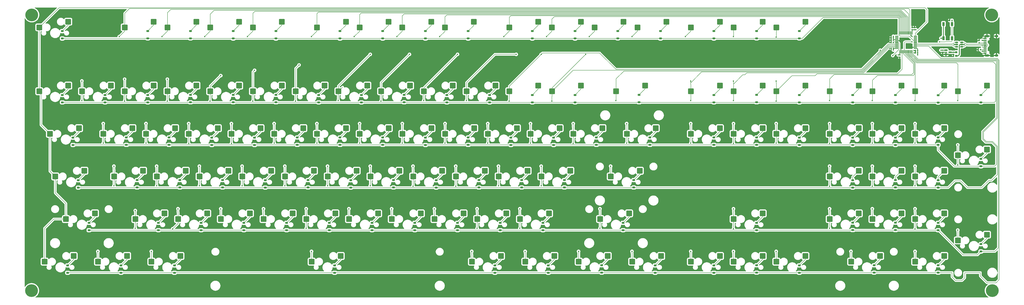
<source format=gbr>
%TF.GenerationSoftware,KiCad,Pcbnew,8.0.5*%
%TF.CreationDate,2025-06-07T17:07:02-07:00*%
%TF.ProjectId,Full Keyboard,46756c6c-204b-4657-9962-6f6172642e6b,2.0.0*%
%TF.SameCoordinates,Original*%
%TF.FileFunction,Copper,L4,Bot*%
%TF.FilePolarity,Positive*%
%FSLAX46Y46*%
G04 Gerber Fmt 4.6, Leading zero omitted, Abs format (unit mm)*
G04 Created by KiCad (PCBNEW 8.0.5) date 2025-06-07 17:07:02*
%MOMM*%
%LPD*%
G01*
G04 APERTURE LIST*
G04 Aperture macros list*
%AMRoundRect*
0 Rectangle with rounded corners*
0 $1 Rounding radius*
0 $2 $3 $4 $5 $6 $7 $8 $9 X,Y pos of 4 corners*
0 Add a 4 corners polygon primitive as box body*
4,1,4,$2,$3,$4,$5,$6,$7,$8,$9,$2,$3,0*
0 Add four circle primitives for the rounded corners*
1,1,$1+$1,$2,$3*
1,1,$1+$1,$4,$5*
1,1,$1+$1,$6,$7*
1,1,$1+$1,$8,$9*
0 Add four rect primitives between the rounded corners*
20,1,$1+$1,$2,$3,$4,$5,0*
20,1,$1+$1,$4,$5,$6,$7,0*
20,1,$1+$1,$6,$7,$8,$9,0*
20,1,$1+$1,$8,$9,$2,$3,0*%
G04 Aperture macros list end*
%TA.AperFunction,SMDPad,CuDef*%
%ADD10RoundRect,0.250000X-1.025000X-1.000000X1.025000X-1.000000X1.025000X1.000000X-1.025000X1.000000X0*%
%TD*%
%TA.AperFunction,ComponentPad*%
%ADD11C,5.700000*%
%TD*%
%TA.AperFunction,SMDPad,CuDef*%
%ADD12RoundRect,0.225000X0.375000X-0.225000X0.375000X0.225000X-0.375000X0.225000X-0.375000X-0.225000X0*%
%TD*%
%TA.AperFunction,SMDPad,CuDef*%
%ADD13RoundRect,0.218750X0.256250X-0.218750X0.256250X0.218750X-0.256250X0.218750X-0.256250X-0.218750X0*%
%TD*%
%TA.AperFunction,SMDPad,CuDef*%
%ADD14RoundRect,0.140000X-0.140000X-0.170000X0.140000X-0.170000X0.140000X0.170000X-0.140000X0.170000X0*%
%TD*%
%TA.AperFunction,SMDPad,CuDef*%
%ADD15RoundRect,0.150000X-0.512500X-0.150000X0.512500X-0.150000X0.512500X0.150000X-0.512500X0.150000X0*%
%TD*%
%TA.AperFunction,SMDPad,CuDef*%
%ADD16RoundRect,0.135000X0.185000X-0.135000X0.185000X0.135000X-0.185000X0.135000X-0.185000X-0.135000X0*%
%TD*%
%TA.AperFunction,SMDPad,CuDef*%
%ADD17RoundRect,0.140000X0.170000X-0.140000X0.170000X0.140000X-0.170000X0.140000X-0.170000X-0.140000X0*%
%TD*%
%TA.AperFunction,SMDPad,CuDef*%
%ADD18RoundRect,0.140000X-0.170000X0.140000X-0.170000X-0.140000X0.170000X-0.140000X0.170000X0.140000X0*%
%TD*%
%TA.AperFunction,SMDPad,CuDef*%
%ADD19RoundRect,0.135000X0.135000X0.185000X-0.135000X0.185000X-0.135000X-0.185000X0.135000X-0.185000X0*%
%TD*%
%TA.AperFunction,SMDPad,CuDef*%
%ADD20R,1.000000X1.700000*%
%TD*%
%TA.AperFunction,SMDPad,CuDef*%
%ADD21R,1.450000X0.600000*%
%TD*%
%TA.AperFunction,SMDPad,CuDef*%
%ADD22R,1.450000X0.300000*%
%TD*%
%TA.AperFunction,ComponentPad*%
%ADD23O,1.600000X1.000000*%
%TD*%
%TA.AperFunction,ComponentPad*%
%ADD24O,2.100000X1.000000*%
%TD*%
%TA.AperFunction,SMDPad,CuDef*%
%ADD25RoundRect,0.075000X-0.662500X-0.075000X0.662500X-0.075000X0.662500X0.075000X-0.662500X0.075000X0*%
%TD*%
%TA.AperFunction,SMDPad,CuDef*%
%ADD26RoundRect,0.075000X-0.075000X-0.662500X0.075000X-0.662500X0.075000X0.662500X-0.075000X0.662500X0*%
%TD*%
%TA.AperFunction,SMDPad,CuDef*%
%ADD27RoundRect,0.135000X-0.135000X-0.185000X0.135000X-0.185000X0.135000X0.185000X-0.135000X0.185000X0*%
%TD*%
%TA.AperFunction,SMDPad,CuDef*%
%ADD28RoundRect,0.140000X0.140000X0.170000X-0.140000X0.170000X-0.140000X-0.170000X0.140000X-0.170000X0*%
%TD*%
%TA.AperFunction,SMDPad,CuDef*%
%ADD29RoundRect,0.150000X-0.587500X-0.150000X0.587500X-0.150000X0.587500X0.150000X-0.587500X0.150000X0*%
%TD*%
%TA.AperFunction,ViaPad*%
%ADD30C,0.600000*%
%TD*%
%TA.AperFunction,Conductor*%
%ADD31C,0.300000*%
%TD*%
%TA.AperFunction,Conductor*%
%ADD32C,0.400000*%
%TD*%
%TA.AperFunction,Conductor*%
%ADD33C,0.200000*%
%TD*%
G04 APERTURE END LIST*
D10*
%TO.P,"3"1,1,1*%
%TO.N,Col3*%
X162809946Y-255620029D03*
%TO.P,"3"1,2,2*%
%TO.N,Net-(D20-A)*%
X175736946Y-253080029D03*
%TD*%
%TO.P,F5,1,1*%
%TO.N,Col5*%
X229484946Y-227045029D03*
%TO.P,F5,2,2*%
%TO.N,Net-(D6-A)*%
X242411946Y-224505029D03*
%TD*%
%TO.P,PgDn1,1,1*%
%TO.N,Col16*%
X434272446Y-274670029D03*
%TO.P,PgDn1,2,2*%
%TO.N,Net-(D54-A)*%
X447199446Y-272130029D03*
%TD*%
%TO.P,Space1,1,1*%
%TO.N,Col5*%
X227103696Y-331820029D03*
%TO.P,Space1,2,2*%
%TO.N,Net-(D95-A)*%
X240030696Y-329280029D03*
%TD*%
%TO.P,"0"1,1,1*%
%TO.N,Col10*%
X296159946Y-255620029D03*
%TO.P,"0"1,2,2*%
%TO.N,Net-(D27-A)*%
X309086946Y-253080029D03*
%TD*%
%TO.P,LeftWin1,1,1*%
%TO.N,Col1*%
X131853696Y-331820029D03*
%TO.P,LeftWin1,2,2*%
%TO.N,Net-(D93-A)*%
X144780696Y-329280029D03*
%TD*%
%TO.P,}1,1,1*%
%TO.N,Col12*%
X343784946Y-274670029D03*
%TO.P,}1,2,2*%
%TO.N,Net-(D50-A)*%
X356711946Y-272130029D03*
%TD*%
%TO.P,Tilde1,1,1*%
%TO.N,Col0*%
X105659946Y-255620029D03*
%TO.P,Tilde1,2,2*%
%TO.N,Net-(D17-A)*%
X118586946Y-253080029D03*
%TD*%
%TO.P,End1,1,1*%
%TO.N,Col15*%
X415222446Y-274670029D03*
%TO.P,End1,2,2*%
%TO.N,Net-(D53-A)*%
X428149446Y-272130029D03*
%TD*%
%TO.P,Num+1,1,1*%
%TO.N,Col20*%
X515234946Y-284195029D03*
%TO.P,Num+1,2,2*%
%TO.N,Net-(D58-A)*%
X528161946Y-281655029D03*
%TD*%
%TO.P,;1,1,1*%
%TO.N,Col10*%
X310447446Y-293720029D03*
%TO.P,;1,2,2*%
%TO.N,Net-(D69-A)*%
X323374446Y-291180029D03*
%TD*%
%TO.P,\u005C1,1,1*%
%TO.N,Col13*%
X367597446Y-274670029D03*
%TO.P,\u005C1,2,2*%
%TO.N,Net-(D51-A)*%
X380524446Y-272130029D03*
%TD*%
%TO.P,D105,1,1*%
%TO.N,Col3*%
X177097446Y-293720029D03*
%TO.P,D105,2,2*%
%TO.N,Net-(D62-A)*%
X190024446Y-291180029D03*
%TD*%
D11*
%TO.P,REF\u002A\u002A,1*%
%TO.N,N/C*%
X530319946Y-221460029D03*
%TD*%
D10*
%TO.P,"1"1,1,1*%
%TO.N,Col1*%
X124709946Y-255620029D03*
%TO.P,"1"1,2,2*%
%TO.N,Net-(D18-A)*%
X137636946Y-253080029D03*
%TD*%
%TO.P,Backspace1,1,1*%
%TO.N,Col13*%
X362834946Y-255620029D03*
%TO.P,Backspace1,2,2*%
%TO.N,Net-(D30-A)*%
X375761946Y-253080029D03*
%TD*%
%TO.P,"8"1,1,1*%
%TO.N,Col8*%
X258059946Y-255620029D03*
%TO.P,"8"1,2,2*%
%TO.N,Net-(D25-A)*%
X270986946Y-253080029D03*
%TD*%
%TO.P,RightControl1,1,1*%
%TO.N,Col13*%
X369978696Y-331820029D03*
%TO.P,RightControl1,2,2*%
%TO.N,Net-(D99-A)*%
X382905696Y-329280029D03*
%TD*%
%TO.P,LeftArrow1,1,1*%
%TO.N,Col14*%
X396172446Y-331820029D03*
%TO.P,LeftArrow1,2,2*%
%TO.N,Net-(D100-A)*%
X409099446Y-329280029D03*
%TD*%
%TO.P,PgUp1,1,1*%
%TO.N,Col16*%
X434272446Y-255620029D03*
%TO.P,PgUp1,2,2*%
%TO.N,Net-(D33-A)*%
X447199446Y-253080029D03*
%TD*%
%TO.P,J2,1,1*%
%TO.N,Col7*%
X253297446Y-293720029D03*
%TO.P,J2,2,2*%
%TO.N,Net-(D66-A)*%
X266224446Y-291180029D03*
%TD*%
%TO.P,Num3,1,1*%
%TO.N,Col19*%
X496184946Y-312770029D03*
%TO.P,Num3,2,2*%
%TO.N,Net-(D90-A)*%
X509111946Y-310230029D03*
%TD*%
%TO.P,P1,1,1*%
%TO.N,Col10*%
X305684946Y-274670029D03*
%TO.P,P1,2,2*%
%TO.N,Net-(D48-A)*%
X318611946Y-272130029D03*
%TD*%
%TO.P,Num.1,1,1*%
%TO.N,Col19*%
X496184946Y-331820029D03*
%TO.P,Num.1,2,2*%
%TO.N,Net-(D104-A)*%
X509111946Y-329280029D03*
%TD*%
%TO.P,"4"1,1,1*%
%TO.N,Col4*%
X181859946Y-255620029D03*
%TO.P,"4"1,2,2*%
%TO.N,Net-(D21-A)*%
X194786946Y-253080029D03*
%TD*%
%TO.P,Home1,1,1*%
%TO.N,Col15*%
X415222446Y-255620029D03*
%TO.P,Home1,2,2*%
%TO.N,Net-(D32-A)*%
X428149446Y-253080029D03*
%TD*%
%TO.P,Num-1,1,1*%
%TO.N,Col20*%
X515234946Y-255620029D03*
%TO.P,Num-1,2,2*%
%TO.N,Net-(D37-A)*%
X528161946Y-253080029D03*
%TD*%
%TO.P,F10,1,1*%
%TO.N,Col10*%
X334209946Y-227045029D03*
%TO.P,F10,2,2*%
%TO.N,Net-(D11-A)*%
X347136946Y-224505029D03*
%TD*%
%TO.P,F8,1,1*%
%TO.N,Col8*%
X286484946Y-227045029D03*
%TO.P,F8,2,2*%
%TO.N,Net-(D9-A)*%
X299411946Y-224505029D03*
%TD*%
%TO.P,F4,1,1*%
%TO.N,Col4*%
X200909946Y-227045029D03*
%TO.P,F4,2,2*%
%TO.N,Net-(D5-A)*%
X213836946Y-224505029D03*
%TD*%
%TO.P,"1,1,1*%
%TO.N,Col11*%
X329497446Y-293720029D03*
%TO.P,"1,2,2*%
%TO.N,Net-(D70-A)*%
X342424446Y-291180029D03*
%TD*%
%TO.P,Func1,1,1*%
%TO.N,Col1*%
X143759946Y-227045029D03*
%TO.P,Func1,2,2*%
%TO.N,Net-(D2-A)*%
X156686946Y-224505029D03*
%TD*%
%TO.P,"5"1,1,1*%
%TO.N,Col5*%
X200909946Y-255620029D03*
%TO.P,"5"1,2,2*%
%TO.N,Net-(D22-A)*%
X213836946Y-253080029D03*
%TD*%
D11*
%TO.P,REF\u002A\u002A,1*%
%TO.N,N/C*%
X102219946Y-344760029D03*
%TD*%
D10*
%TO.P,"-"1,1,1*%
%TO.N,Col11*%
X315209946Y-255620029D03*
%TO.P,"-"1,2,2*%
%TO.N,Net-(D28-A)*%
X328136946Y-253080029D03*
%TD*%
%TO.P,"6"1,1,1*%
%TO.N,Col6*%
X219959946Y-255620029D03*
%TO.P,"6"1,2,2*%
%TO.N,Net-(D23-A)*%
X232886946Y-253080029D03*
%TD*%
%TO.P,F13,1,1*%
%TO.N,Col4*%
X196147446Y-293720029D03*
%TO.P,F13,2,2*%
%TO.N,Net-(D63-A)*%
X209074446Y-291180029D03*
%TD*%
%TO.P,L1,1,1*%
%TO.N,Col9*%
X291397446Y-293720029D03*
%TO.P,L1,2,2*%
%TO.N,Net-(D68-A)*%
X304324446Y-291180029D03*
%TD*%
%TO.P,Shift1,1,1*%
%TO.N,Col0*%
X117566196Y-312770029D03*
%TO.P,Shift1,2,2*%
%TO.N,Net-(D75-A)*%
X130493196Y-310230029D03*
%TD*%
%TO.P,Delete1,1,1*%
%TO.N,Col14*%
X396172446Y-274670029D03*
%TO.P,Delete1,2,2*%
%TO.N,Net-(D52-A)*%
X409099446Y-272130029D03*
%TD*%
%TO.P,Num9,1,1*%
%TO.N,Col19*%
X496184946Y-274670029D03*
%TO.P,Num9,2,2*%
%TO.N,Net-(D57-A)*%
X509111946Y-272130029D03*
%TD*%
%TO.P,F7,1,1*%
%TO.N,Col7*%
X267484946Y-227045029D03*
%TO.P,F7,2,2*%
%TO.N,Net-(D8-A)*%
X280411946Y-224505029D03*
%TD*%
%TO.P,Menu1,1,1*%
%TO.N,Col11*%
X346166196Y-331820029D03*
%TO.P,Menu1,2,2*%
%TO.N,Net-(D98-A)*%
X359093196Y-329280029D03*
%TD*%
%TO.P,Num6,1,1*%
%TO.N,Col19*%
X496184946Y-293720029D03*
%TO.P,Num6,2,2*%
%TO.N,Net-(D73-A)*%
X509111946Y-291180029D03*
%TD*%
%TO.P,NumEnter1,1,1*%
%TO.N,Col20*%
X515234946Y-322295029D03*
%TO.P,NumEnter1,2,2*%
%TO.N,Net-(D91-A)*%
X528161946Y-319755029D03*
%TD*%
%TO.P,T1,1,1*%
%TO.N,Col5*%
X210434946Y-274670029D03*
%TO.P,T1,2,2*%
%TO.N,Net-(D43-A)*%
X223361946Y-272130029D03*
%TD*%
%TO.P,F11,1,1*%
%TO.N,Col11*%
X353209946Y-227045029D03*
%TO.P,F11,2,2*%
%TO.N,Net-(D12-A)*%
X366136946Y-224505029D03*
%TD*%
%TO.P,I1,1,1*%
%TO.N,Col8*%
X267584946Y-274670029D03*
%TO.P,I1,2,2*%
%TO.N,Net-(D46-A)*%
X280511946Y-272130029D03*
%TD*%
D11*
%TO.P,REF\u002A\u002A,1*%
%TO.N,N/C*%
X102319946Y-221460029D03*
%TD*%
D10*
%TO.P,Q1,1,1*%
%TO.N,Col1*%
X134234946Y-274670029D03*
%TO.P,Q1,2,2*%
%TO.N,Net-(D39-A)*%
X147161946Y-272130029D03*
%TD*%
%TO.P,{1,1,1*%
%TO.N,Col11*%
X324734946Y-274670029D03*
%TO.P,{1,2,2*%
%TO.N,Net-(D49-A)*%
X337661946Y-272130029D03*
%TD*%
%TO.P,F9,1,1*%
%TO.N,Col9*%
X315209946Y-227045029D03*
%TO.P,F9,2,2*%
%TO.N,Net-(D10-A)*%
X328136946Y-224505029D03*
%TD*%
%TO.P,G1,1,1*%
%TO.N,Col5*%
X215197446Y-293720029D03*
%TO.P,G1,2,2*%
%TO.N,Net-(D64-A)*%
X228124446Y-291180029D03*
%TD*%
%TO.P,RightWin1,1,1*%
%TO.N,Col10*%
X322353696Y-331820029D03*
%TO.P,RightWin1,2,2*%
%TO.N,Net-(D97-A)*%
X335280696Y-329280029D03*
%TD*%
%TO.P,Num2,1,1*%
%TO.N,Col18*%
X477134946Y-312770029D03*
%TO.P,Num2,2,2*%
%TO.N,Net-(D89-A)*%
X490061946Y-310230029D03*
%TD*%
%TO.P,F3,1,1*%
%TO.N,Col3*%
X181859946Y-227045029D03*
%TO.P,F3,2,2*%
%TO.N,Net-(D4-A)*%
X194786946Y-224505029D03*
%TD*%
%TO.P,RightShift1,1,1*%
%TO.N,Col11*%
X355691196Y-312770029D03*
%TO.P,RightShift1,2,2*%
%TO.N,Net-(D86-A)*%
X368618196Y-310230029D03*
%TD*%
%TO.P,O1,1,1*%
%TO.N,Col9*%
X286634946Y-274670029D03*
%TO.P,O1,2,2*%
%TO.N,Net-(D47-A)*%
X299561946Y-272130029D03*
%TD*%
%TO.P,B1,1,1*%
%TO.N,Col5*%
X224722446Y-312770029D03*
%TO.P,B1,2,2*%
%TO.N,Net-(D80-A)*%
X237649446Y-310230029D03*
%TD*%
%TO.P,Z1,1,1*%
%TO.N,Col1*%
X148522446Y-312770029D03*
%TO.P,Z1,2,2*%
%TO.N,Net-(D76-A)*%
X161449446Y-310230029D03*
%TD*%
%TO.P,K1,1,1*%
%TO.N,Col8*%
X272347446Y-293720029D03*
%TO.P,K1,2,2*%
%TO.N,Net-(D67-A)*%
X285274446Y-291180029D03*
%TD*%
%TO.P,Y1,1,1*%
%TO.N,Col6*%
X229484946Y-274670029D03*
%TO.P,Y1,2,2*%
%TO.N,Net-(D44-A)*%
X242411946Y-272130029D03*
%TD*%
%TO.P,A1,1,1*%
%TO.N,Col1*%
X138997446Y-293720029D03*
%TO.P,A1,2,2*%
%TO.N,Net-(D60-A)*%
X151924446Y-291180029D03*
%TD*%
%TO.P,>1,1,1*%
%TO.N,Col9*%
X300922446Y-312770029D03*
%TO.P,>1,2,2*%
%TO.N,Net-(D84-A)*%
X313849446Y-310230029D03*
%TD*%
%TO.P,RightAlt1,1,1*%
%TO.N,Col9*%
X298541196Y-331820029D03*
%TO.P,RightAlt1,2,2*%
%TO.N,Net-(D96-A)*%
X311468196Y-329280029D03*
%TD*%
%TO.P,"="1,1,1*%
%TO.N,Col12*%
X334259946Y-255620029D03*
%TO.P,"="1,2,2*%
%TO.N,Net-(D29-A)*%
X347186946Y-253080029D03*
%TD*%
%TO.P,"2"1,1,1*%
%TO.N,Col2*%
X143759946Y-255620029D03*
%TO.P,"2"1,2,2*%
%TO.N,Net-(D19-A)*%
X156686946Y-253080029D03*
%TD*%
%TO.P,"7"1,1,1*%
%TO.N,Col7*%
X239009946Y-255620029D03*
%TO.P,"7"1,2,2*%
%TO.N,Net-(D24-A)*%
X251936946Y-253080029D03*
%TD*%
%TO.P,Num8,1,1*%
%TO.N,Col18*%
X477134946Y-274670029D03*
%TO.P,Num8,2,2*%
%TO.N,Net-(D56-A)*%
X490061946Y-272130029D03*
%TD*%
%TO.P,H1,1,1*%
%TO.N,Col6*%
X234247446Y-293720029D03*
%TO.P,H1,2,2*%
%TO.N,Net-(D65-A)*%
X247174446Y-291180029D03*
%TD*%
%TO.P,Enter1,1,1*%
%TO.N,Col12*%
X360453696Y-293720029D03*
%TO.P,Enter1,2,2*%
%TO.N,Net-(D71-A)*%
X373380696Y-291180029D03*
%TD*%
%TO.P,"?"1,1,1*%
%TO.N,Col10*%
X319972446Y-312770029D03*
%TO.P,"?"1,2,2*%
%TO.N,Net-(D85-A)*%
X332899446Y-310230029D03*
%TD*%
%TO.P,U2,1,1*%
%TO.N,Col7*%
X248534946Y-274670029D03*
%TO.P,U2,2,2*%
%TO.N,Net-(D45-A)*%
X261461946Y-272130029D03*
%TD*%
D11*
%TO.P,REF\u002A\u002A,1*%
%TO.N,N/C*%
X530519946Y-344760029D03*
%TD*%
D10*
%TO.P,Num/1,1,1*%
%TO.N,Col18*%
X477134946Y-255620029D03*
%TO.P,Num/1,2,2*%
%TO.N,Net-(D35-A)*%
X490061946Y-253080029D03*
%TD*%
%TO.P,F2,1,1*%
%TO.N,Col2*%
X162809946Y-227045029D03*
%TO.P,F2,2,2*%
%TO.N,Net-(D3-A)*%
X175736946Y-224505029D03*
%TD*%
%TO.P,Num7,1,1*%
%TO.N,Col17*%
X458084946Y-274670029D03*
%TO.P,Num7,2,2*%
%TO.N,Net-(D55-A)*%
X471011946Y-272130029D03*
%TD*%
%TO.P,UpArrow1,1,1*%
%TO.N,Col15*%
X415222446Y-312770029D03*
%TO.P,UpArrow1,2,2*%
%TO.N,Net-(D87-A)*%
X428149446Y-310230029D03*
%TD*%
%TO.P,E1,1,1*%
%TO.N,Col3*%
X172334946Y-274670029D03*
%TO.P,E1,2,2*%
%TO.N,Net-(D41-A)*%
X185261946Y-272130029D03*
%TD*%
%TO.P,"9"1,1,1*%
%TO.N,Col9*%
X277109946Y-255620029D03*
%TO.P,"9"1,2,2*%
%TO.N,Net-(D26-A)*%
X290036946Y-253080029D03*
%TD*%
%TO.P,LeftAlt1,1,1*%
%TO.N,Col2*%
X155666196Y-331820029D03*
%TO.P,LeftAlt1,2,2*%
%TO.N,Net-(D94-A)*%
X168593196Y-329280029D03*
%TD*%
%TO.P,ESC1,1,1*%
%TO.N,Col0*%
X105659946Y-227045029D03*
%TO.P,ESC1,2,2*%
%TO.N,Net-(D1-A)*%
X118586946Y-224505029D03*
%TD*%
%TO.P,W1,1,1*%
%TO.N,Col2*%
X153284946Y-274670029D03*
%TO.P,W1,2,2*%
%TO.N,Net-(D40-A)*%
X166211946Y-272130029D03*
%TD*%
%TO.P,<1,1,1*%
%TO.N,Col8*%
X281872446Y-312770029D03*
%TO.P,<1,2,2*%
%TO.N,Net-(D83-A)*%
X294799446Y-310230029D03*
%TD*%
%TO.P,PauseBreak1,1,1*%
%TO.N,Col16*%
X434272446Y-227045029D03*
%TO.P,PauseBreak1,2,2*%
%TO.N,Net-(D15-A)*%
X447199446Y-224505029D03*
%TD*%
%TO.P,M1,1,1*%
%TO.N,Col7*%
X262822446Y-312770029D03*
%TO.P,M1,2,2*%
%TO.N,Net-(D82-A)*%
X275749446Y-310230029D03*
%TD*%
%TO.P,Num\u002A1,1,1*%
%TO.N,Col19*%
X496184946Y-255620029D03*
%TO.P,Num\u002A1,2,2*%
%TO.N,Net-(D36-A)*%
X509111946Y-253080029D03*
%TD*%
%TO.P,Num5,1,1*%
%TO.N,Col18*%
X477134946Y-293720029D03*
%TO.P,Num5,2,2*%
%TO.N,Net-(D72-A)*%
X490061946Y-291180029D03*
%TD*%
%TO.P,Num4,1,1*%
%TO.N,Col17*%
X458084946Y-293720029D03*
%TO.P,Num4,2,2*%
%TO.N,Net-(D74-A)*%
X471011946Y-291180029D03*
%TD*%
%TO.P,ScrollLock1,1,1*%
%TO.N,Col15*%
X415222446Y-227045029D03*
%TO.P,ScrollLock1,2,2*%
%TO.N,Net-(D14-A)*%
X428149446Y-224505029D03*
%TD*%
%TO.P,DownArrow1,1,1*%
%TO.N,Col15*%
X415222446Y-331820029D03*
%TO.P,DownArrow1,2,2*%
%TO.N,Net-(D101-A)*%
X428149446Y-329280029D03*
%TD*%
%TO.P,V1,1,1*%
%TO.N,Col4*%
X205672446Y-312770029D03*
%TO.P,V1,2,2*%
%TO.N,Net-(D79-A)*%
X218599446Y-310230029D03*
%TD*%
%TO.P,R4,1,1*%
%TO.N,Col4*%
X191384946Y-274670029D03*
%TO.P,R4,2,2*%
%TO.N,Net-(D42-A)*%
X204311946Y-272130029D03*
%TD*%
%TO.P,Num1,1,1*%
%TO.N,Col17*%
X458084946Y-312770029D03*
%TO.P,Num1,2,2*%
%TO.N,Net-(D88-A)*%
X471011946Y-310230029D03*
%TD*%
%TO.P,X1,1,1*%
%TO.N,Col2*%
X167572446Y-312770029D03*
%TO.P,X1,2,2*%
%TO.N,Net-(D77-A)*%
X180499446Y-310230029D03*
%TD*%
%TO.P,Num0,1,1*%
%TO.N,Col17*%
X467609946Y-331820029D03*
%TO.P,Num0,2,2*%
%TO.N,Net-(D103-A)*%
X480536946Y-329280029D03*
%TD*%
%TO.P,Tab1,1,1*%
%TO.N,Col0*%
X110422446Y-274670029D03*
%TO.P,Tab1,2,2*%
%TO.N,Net-(D38-A)*%
X123349446Y-272130029D03*
%TD*%
%TO.P,CapsLock1,1,1*%
%TO.N,Col0*%
X112803696Y-293720029D03*
%TO.P,CapsLock1,2,2*%
%TO.N,Net-(D59-A)*%
X125730696Y-291180029D03*
%TD*%
%TO.P,PrtSc1,1,1*%
%TO.N,Col14*%
X396172446Y-227045029D03*
%TO.P,PrtSc1,2,2*%
%TO.N,Net-(D13-A)*%
X409099446Y-224505029D03*
%TD*%
%TO.P,F6,1,1*%
%TO.N,Col6*%
X248484946Y-227045029D03*
%TO.P,F6,2,2*%
%TO.N,Net-(D7-A)*%
X261411946Y-224505029D03*
%TD*%
%TO.P,Insert1,1,1*%
%TO.N,Col14*%
X396172446Y-255620029D03*
%TO.P,Insert1,2,2*%
%TO.N,Net-(D31-A)*%
X409099446Y-253080029D03*
%TD*%
%TO.P,LeftControl1,1,1*%
%TO.N,Col0*%
X108041196Y-331820029D03*
%TO.P,LeftControl1,2,2*%
%TO.N,Net-(D92-A)*%
X120968196Y-329280029D03*
%TD*%
%TO.P,N1,1,1*%
%TO.N,Col6*%
X243772446Y-312770029D03*
%TO.P,N1,2,2*%
%TO.N,Net-(D81-A)*%
X256699446Y-310230029D03*
%TD*%
%TO.P,F12,1,1*%
%TO.N,Col12*%
X372339946Y-227045029D03*
%TO.P,F12,2,2*%
%TO.N,Net-(D16-A)*%
X385266946Y-224505029D03*
%TD*%
%TO.P,RightArrow1,1,1*%
%TO.N,Col16*%
X434272446Y-331820029D03*
%TO.P,RightArrow1,2,2*%
%TO.N,Net-(D102-A)*%
X447199446Y-329280029D03*
%TD*%
%TO.P,NumLock1,1,1*%
%TO.N,Col17*%
X458084946Y-255620029D03*
%TO.P,NumLock1,2,2*%
%TO.N,Net-(D34-A)*%
X471011946Y-253080029D03*
%TD*%
%TO.P,S1,1,1*%
%TO.N,Col2*%
X158047446Y-293720029D03*
%TO.P,S1,2,2*%
%TO.N,Net-(D61-A)*%
X170974446Y-291180029D03*
%TD*%
%TO.P,C1,1,1*%
%TO.N,Col3*%
X186622446Y-312770029D03*
%TO.P,C1,2,2*%
%TO.N,Net-(D78-A)*%
X199549446Y-310230029D03*
%TD*%
D12*
%TO.P,D93,1,K*%
%TO.N,Row5*%
X142111246Y-336796529D03*
%TO.P,D93,2,A*%
%TO.N,Net-(D93-A)*%
X142111246Y-333496529D03*
%TD*%
%TO.P,D20,1,K*%
%TO.N,Row1*%
X173065546Y-260538729D03*
%TO.P,D20,2,A*%
%TO.N,Net-(D20-A)*%
X173065546Y-257238729D03*
%TD*%
%TO.P,D77,1,K*%
%TO.N,Row4*%
X177827746Y-317747729D03*
%TO.P,D77,2,A*%
%TO.N,Net-(D77-A)*%
X177827746Y-314447729D03*
%TD*%
D13*
%TO.P,F1,1*%
%TO.N,VBUS*%
X514479949Y-239746278D03*
%TO.P,F1,2*%
%TO.N,+5V*%
X514479949Y-238171278D03*
%TD*%
D12*
%TO.P,D51,1,K*%
%TO.N,Row2*%
X377840146Y-279587529D03*
%TO.P,D51,2,A*%
%TO.N,Net-(D51-A)*%
X377840146Y-276287529D03*
%TD*%
D14*
%TO.P,C17,1*%
%TO.N,GND*%
X496312443Y-238390029D03*
%TO.P,C17,2*%
%TO.N,+3.3V*%
X497272443Y-238390029D03*
%TD*%
D12*
%TO.P,D45,1,K*%
%TO.N,Row2*%
X258785146Y-279587529D03*
%TO.P,D45,2,A*%
%TO.N,Net-(D45-A)*%
X258785146Y-276287529D03*
%TD*%
%TO.P,D81,1,K*%
%TO.N,Row4*%
X254022946Y-317747729D03*
%TO.P,D81,2,A*%
%TO.N,Net-(D81-A)*%
X254022946Y-314447729D03*
%TD*%
%TO.P,D30,1,K*%
%TO.N,Row1*%
X373077946Y-260538729D03*
%TO.P,D30,2,A*%
%TO.N,Net-(D30-A)*%
X373077946Y-257238729D03*
%TD*%
D15*
%TO.P,U4,1,I/O1*%
%TO.N,/MCU_D+*%
X514657446Y-235685029D03*
%TO.P,U4,2,GND*%
%TO.N,GND*%
X514657446Y-234735029D03*
%TO.P,U4,3,I/O2*%
%TO.N,/MCU_D-*%
X514657446Y-233785029D03*
%TO.P,U4,4,I/O2*%
%TO.N,/USB_D-*%
X516932446Y-233785029D03*
%TO.P,U4,5,VBUS*%
%TO.N,VBUS*%
X516932446Y-234735029D03*
%TO.P,U4,6,I/O1*%
%TO.N,/USB_D+*%
X516932446Y-235685029D03*
%TD*%
D12*
%TO.P,D95,1,K*%
%TO.N,Row5*%
X237355246Y-336796529D03*
%TO.P,D95,2,A*%
%TO.N,Net-(D95-A)*%
X237355246Y-333496529D03*
%TD*%
%TO.P,D53,1,K*%
%TO.N,Row2*%
X425462146Y-279587529D03*
%TO.P,D53,2,A*%
%TO.N,Net-(D53-A)*%
X425462146Y-276287529D03*
%TD*%
%TO.P,D86,1,K*%
%TO.N,Row4*%
X365934646Y-317747729D03*
%TO.P,D86,2,A*%
%TO.N,Net-(D86-A)*%
X365934646Y-314447729D03*
%TD*%
D16*
%TO.P,R2,1*%
%TO.N,Net-(J1-CC1)*%
X524694946Y-233925029D03*
%TO.P,R2,2*%
%TO.N,GND*%
X524694946Y-232905029D03*
%TD*%
D12*
%TO.P,D50,1,K*%
%TO.N,Row2*%
X354029146Y-279587529D03*
%TO.P,D50,2,A*%
%TO.N,Net-(D50-A)*%
X354029146Y-276287529D03*
%TD*%
%TO.P,D70,1,K*%
%TO.N,Row3*%
X339742546Y-298636329D03*
%TO.P,D70,2,A*%
%TO.N,Net-(D70-A)*%
X339742546Y-295336329D03*
%TD*%
%TO.P,D71,1,K*%
%TO.N,Row3*%
X370696846Y-298636329D03*
%TO.P,D71,2,A*%
%TO.N,Net-(D71-A)*%
X370696846Y-295336329D03*
%TD*%
%TO.P,D91,1,K*%
%TO.N,Row4*%
X525468346Y-327272129D03*
%TO.P,D91,2,A*%
%TO.N,Net-(D91-A)*%
X525468346Y-323972129D03*
%TD*%
%TO.P,D85,1,K*%
%TO.N,Row4*%
X330218146Y-317747729D03*
%TO.P,D85,2,A*%
%TO.N,Net-(D85-A)*%
X330218146Y-314447729D03*
%TD*%
%TO.P,D2,1,K*%
%TO.N,Row0*%
X154016746Y-231965529D03*
%TO.P,D2,2,A*%
%TO.N,Net-(D2-A)*%
X154016746Y-228665529D03*
%TD*%
%TO.P,D27,1,K*%
%TO.N,Row1*%
X306407146Y-260601329D03*
%TO.P,D27,2,A*%
%TO.N,Net-(D27-A)*%
X306407146Y-257301329D03*
%TD*%
%TO.P,D66,1,K*%
%TO.N,Row3*%
X263547346Y-298636329D03*
%TO.P,D66,2,A*%
%TO.N,Net-(D66-A)*%
X263547346Y-295336329D03*
%TD*%
%TO.P,D90,1,K*%
%TO.N,Row4*%
X506419546Y-317747729D03*
%TO.P,D90,2,A*%
%TO.N,Net-(D90-A)*%
X506419546Y-314447729D03*
%TD*%
%TO.P,D9,1,K*%
%TO.N,Row0*%
X296882746Y-232028129D03*
%TO.P,D9,2,A*%
%TO.N,Net-(D9-A)*%
X296882746Y-228728129D03*
%TD*%
%TO.P,D14,1,K*%
%TO.N,Row0*%
X425462146Y-231965529D03*
%TO.P,D14,2,A*%
%TO.N,Net-(D14-A)*%
X425462146Y-228665529D03*
%TD*%
%TO.P,D92,1,K*%
%TO.N,Row5*%
X118300246Y-336796529D03*
%TO.P,D92,2,A*%
%TO.N,Net-(D92-A)*%
X118300246Y-333496529D03*
%TD*%
%TO.P,D5,1,K*%
%TO.N,Row0*%
X211163146Y-232028129D03*
%TO.P,D5,2,A*%
%TO.N,Net-(D5-A)*%
X211163146Y-228728129D03*
%TD*%
%TO.P,D47,1,K*%
%TO.N,Row2*%
X296882746Y-279587529D03*
%TO.P,D47,2,A*%
%TO.N,Net-(D47-A)*%
X296882746Y-276287529D03*
%TD*%
%TO.P,D35,1,K*%
%TO.N,Row1*%
X487370746Y-260601329D03*
%TO.P,D35,2,A*%
%TO.N,Net-(D35-A)*%
X487370746Y-257301329D03*
%TD*%
%TO.P,D65,1,K*%
%TO.N,Row3*%
X244498546Y-298698929D03*
%TO.P,D65,2,A*%
%TO.N,Net-(D65-A)*%
X244498546Y-295398929D03*
%TD*%
%TO.P,D96,1,K*%
%TO.N,Row5*%
X308788246Y-336796529D03*
%TO.P,D96,2,A*%
%TO.N,Net-(D96-A)*%
X308788246Y-333496529D03*
%TD*%
%TO.P,D28,1,K*%
%TO.N,Row1*%
X325455946Y-260601329D03*
%TO.P,D28,2,A*%
%TO.N,Net-(D28-A)*%
X325455946Y-257301329D03*
%TD*%
%TO.P,D73,1,K*%
%TO.N,Row3*%
X506419546Y-298698929D03*
%TO.P,D73,2,A*%
%TO.N,Net-(D73-A)*%
X506419546Y-295398929D03*
%TD*%
D14*
%TO.P,C14,1*%
%TO.N,GND*%
X485467446Y-232735029D03*
%TO.P,C14,2*%
%TO.N,+3.3V*%
X486427446Y-232735029D03*
%TD*%
D12*
%TO.P,D8,1,K*%
%TO.N,Row0*%
X277833946Y-232028129D03*
%TO.P,D8,2,A*%
%TO.N,Net-(D8-A)*%
X277833946Y-228728129D03*
%TD*%
%TO.P,D33,1,K*%
%TO.N,Row1*%
X444510946Y-260601329D03*
%TO.P,D33,2,A*%
%TO.N,Net-(D33-A)*%
X444510946Y-257301329D03*
%TD*%
%TO.P,D24,1,K*%
%TO.N,Row1*%
X249260746Y-260601329D03*
%TO.P,D24,2,A*%
%TO.N,Net-(D24-A)*%
X249260746Y-257301329D03*
%TD*%
%TO.P,D36,1,K*%
%TO.N,Row1*%
X506419546Y-260663929D03*
%TO.P,D36,2,A*%
%TO.N,Net-(D36-A)*%
X506419546Y-257363929D03*
%TD*%
%TO.P,D75,1,K*%
%TO.N,Row4*%
X127824646Y-317747729D03*
%TO.P,D75,2,A*%
%TO.N,Net-(D75-A)*%
X127824646Y-314447729D03*
%TD*%
D17*
%TO.P,C13,1*%
%TO.N,GND*%
X489319946Y-240337529D03*
%TO.P,C13,2*%
%TO.N,+3.3V*%
X489319946Y-239377529D03*
%TD*%
D12*
%TO.P,D13,1,K*%
%TO.N,Row0*%
X406413346Y-232028129D03*
%TO.P,D13,2,A*%
%TO.N,Net-(D13-A)*%
X406413346Y-228728129D03*
%TD*%
%TO.P,D54,1,K*%
%TO.N,Row2*%
X444510946Y-279650129D03*
%TO.P,D54,2,A*%
%TO.N,Net-(D54-A)*%
X444510946Y-276350129D03*
%TD*%
%TO.P,D76,1,K*%
%TO.N,Row4*%
X158778946Y-317747729D03*
%TO.P,D76,2,A*%
%TO.N,Net-(D76-A)*%
X158778946Y-314447729D03*
%TD*%
%TO.P,D88,1,K*%
%TO.N,Row4*%
X468321946Y-317685129D03*
%TO.P,D88,2,A*%
%TO.N,Net-(D88-A)*%
X468321946Y-314385129D03*
%TD*%
%TO.P,D94,1,K*%
%TO.N,Row5*%
X165922246Y-336796529D03*
%TO.P,D94,2,A*%
%TO.N,Net-(D94-A)*%
X165922246Y-333496529D03*
%TD*%
%TO.P,D68,1,K*%
%TO.N,Row3*%
X301644946Y-298636329D03*
%TO.P,D68,2,A*%
%TO.N,Net-(D68-A)*%
X301644946Y-295336329D03*
%TD*%
%TO.P,D21,1,K*%
%TO.N,Row1*%
X192114346Y-260538729D03*
%TO.P,D21,2,A*%
%TO.N,Net-(D21-A)*%
X192114346Y-257238729D03*
%TD*%
%TO.P,D42,1,K*%
%TO.N,Row2*%
X201638746Y-279650129D03*
%TO.P,D42,2,A*%
%TO.N,Net-(D42-A)*%
X201638746Y-276350129D03*
%TD*%
%TO.P,D22,1,K*%
%TO.N,Row1*%
X211163146Y-260538729D03*
%TO.P,D22,2,A*%
%TO.N,Net-(D22-A)*%
X211163146Y-257238729D03*
%TD*%
D18*
%TO.P,C12,1*%
%TO.N,GND*%
X495802449Y-227132521D03*
%TO.P,C12,2*%
%TO.N,+3.3V*%
X495802449Y-228092521D03*
%TD*%
D12*
%TO.P,D43,1,K*%
%TO.N,Row2*%
X220687546Y-279587529D03*
%TO.P,D43,2,A*%
%TO.N,Net-(D43-A)*%
X220687546Y-276287529D03*
%TD*%
%TO.P,D23,1,K*%
%TO.N,Row1*%
X230211946Y-260601329D03*
%TO.P,D23,2,A*%
%TO.N,Net-(D23-A)*%
X230211946Y-257301329D03*
%TD*%
%TO.P,D78,1,K*%
%TO.N,Row4*%
X196876546Y-317747729D03*
%TO.P,D78,2,A*%
%TO.N,Net-(D78-A)*%
X196876546Y-314447729D03*
%TD*%
%TO.P,D39,1,K*%
%TO.N,Row2*%
X144492346Y-279587529D03*
%TO.P,D39,2,A*%
%TO.N,Net-(D39-A)*%
X144492346Y-276287529D03*
%TD*%
%TO.P,D16,1,K*%
%TO.N,Row0*%
X382602346Y-232028129D03*
%TO.P,D16,2,A*%
%TO.N,Net-(D16-A)*%
X382602346Y-228728129D03*
%TD*%
%TO.P,D56,1,K*%
%TO.N,Row2*%
X487370746Y-279650129D03*
%TO.P,D56,2,A*%
%TO.N,Net-(D56-A)*%
X487370746Y-276350129D03*
%TD*%
D18*
%TO.P,C9,1*%
%TO.N,+3.3V*%
X508342449Y-237218780D03*
%TO.P,C9,2*%
%TO.N,GND*%
X508342449Y-238178780D03*
%TD*%
D12*
%TO.P,D46,1,K*%
%TO.N,Row2*%
X277833946Y-279650129D03*
%TO.P,D46,2,A*%
%TO.N,Net-(D46-A)*%
X277833946Y-276350129D03*
%TD*%
%TO.P,D74,1,K*%
%TO.N,Row3*%
X468321946Y-298698929D03*
%TO.P,D74,2,A*%
%TO.N,Net-(D74-A)*%
X468321946Y-295398929D03*
%TD*%
%TO.P,D34,1,K*%
%TO.N,Row1*%
X468321946Y-260601329D03*
%TO.P,D34,2,A*%
%TO.N,Net-(D34-A)*%
X468321946Y-257301329D03*
%TD*%
%TO.P,D3,1,K*%
%TO.N,Row0*%
X173065546Y-231965529D03*
%TO.P,D3,2,A*%
%TO.N,Net-(D3-A)*%
X173065546Y-228665529D03*
%TD*%
D19*
%TO.P,R3,1*%
%TO.N,Net-(J1-CC2)*%
X525317446Y-237010031D03*
%TO.P,R3,2*%
%TO.N,GND*%
X524297446Y-237010031D03*
%TD*%
D12*
%TO.P,D25,1,K*%
%TO.N,Row1*%
X268309546Y-260538729D03*
%TO.P,D25,2,A*%
%TO.N,Net-(D25-A)*%
X268309546Y-257238729D03*
%TD*%
%TO.P,D1,1,K*%
%TO.N,Row0*%
X115919146Y-232028129D03*
%TO.P,D1,2,A*%
%TO.N,Net-(D1-A)*%
X115919146Y-228728129D03*
%TD*%
%TO.P,D11,1,K*%
%TO.N,Row0*%
X344504746Y-232028129D03*
%TO.P,D11,2,A*%
%TO.N,Net-(D11-A)*%
X344504746Y-228728129D03*
%TD*%
%TO.P,D79,1,K*%
%TO.N,Row4*%
X215925346Y-317747729D03*
%TO.P,D79,2,A*%
%TO.N,Net-(D79-A)*%
X215925346Y-314447729D03*
%TD*%
D20*
%TO.P,SW1,1,1*%
%TO.N,+3.3V*%
X508782445Y-225572529D03*
X508782445Y-231872529D03*
%TO.P,SW1,2,2*%
%TO.N,/BOOT0*%
X512582445Y-225572529D03*
X512582445Y-231872529D03*
%TD*%
D12*
%TO.P,D67,1,K*%
%TO.N,Row3*%
X282596146Y-298698929D03*
%TO.P,D67,2,A*%
%TO.N,Net-(D67-A)*%
X282596146Y-295398929D03*
%TD*%
%TO.P,D101,1,K*%
%TO.N,Row5*%
X425462146Y-336733929D03*
%TO.P,D101,2,A*%
%TO.N,Net-(D101-A)*%
X425462146Y-333433929D03*
%TD*%
%TO.P,D102,1,K*%
%TO.N,Row5*%
X444510946Y-336796529D03*
%TO.P,D102,2,A*%
%TO.N,Net-(D102-A)*%
X444510946Y-333496529D03*
%TD*%
%TO.P,D44,1,K*%
%TO.N,Row2*%
X239736346Y-279587529D03*
%TO.P,D44,2,A*%
%TO.N,Net-(D44-A)*%
X239736346Y-276287529D03*
%TD*%
D18*
%TO.P,C8,1*%
%TO.N,+5V*%
X513227449Y-238169780D03*
%TO.P,C8,2*%
%TO.N,GND*%
X513227449Y-239129780D03*
%TD*%
D12*
%TO.P,D52,1,K*%
%TO.N,Row2*%
X406413346Y-279587529D03*
%TO.P,D52,2,A*%
%TO.N,Net-(D52-A)*%
X406413346Y-276287529D03*
%TD*%
%TO.P,D64,1,K*%
%TO.N,Row3*%
X225449746Y-298636329D03*
%TO.P,D64,2,A*%
%TO.N,Net-(D64-A)*%
X225449746Y-295336329D03*
%TD*%
%TO.P,D97,1,K*%
%TO.N,Row5*%
X332599246Y-336796529D03*
%TO.P,D97,2,A*%
%TO.N,Net-(D97-A)*%
X332599246Y-333496529D03*
%TD*%
%TO.P,D32,1,K*%
%TO.N,Row1*%
X425462146Y-260538729D03*
%TO.P,D32,2,A*%
%TO.N,Net-(D32-A)*%
X425462146Y-257238729D03*
%TD*%
%TO.P,D60,1,K*%
%TO.N,Row3*%
X149254546Y-298636329D03*
%TO.P,D60,2,A*%
%TO.N,Net-(D60-A)*%
X149254546Y-295336329D03*
%TD*%
%TO.P,D87,1,K*%
%TO.N,Row4*%
X425462146Y-317747729D03*
%TO.P,D87,2,A*%
%TO.N,Net-(D87-A)*%
X425462146Y-314447729D03*
%TD*%
D18*
%TO.P,C11,1*%
%TO.N,GND*%
X494819949Y-227132528D03*
%TO.P,C11,2*%
%TO.N,+3.3V*%
X494819949Y-228092528D03*
%TD*%
D12*
%TO.P,D55,1,K*%
%TO.N,Row2*%
X468321946Y-279650129D03*
%TO.P,D55,2,A*%
%TO.N,Net-(D55-A)*%
X468321946Y-276350129D03*
%TD*%
D21*
%TO.P,J1,A1,GND*%
%TO.N,GND*%
X527274946Y-232010029D03*
%TO.P,J1,A4,VBUS*%
%TO.N,VBUS*%
X527274946Y-232810029D03*
D22*
%TO.P,J1,A5,CC1*%
%TO.N,Net-(J1-CC1)*%
X527274946Y-234010029D03*
%TO.P,J1,A6,D+*%
%TO.N,/USB_D+*%
X527274946Y-235010029D03*
%TO.P,J1,A7,D-*%
%TO.N,/USB_D-*%
X527274946Y-235510029D03*
%TO.P,J1,A8*%
%TO.N,N/C*%
X527274946Y-236510029D03*
D21*
%TO.P,J1,A9,VBUS*%
%TO.N,VBUS*%
X527274946Y-237710029D03*
%TO.P,J1,A12,GND*%
%TO.N,GND*%
X527274946Y-238510029D03*
%TO.P,J1,B1,GND*%
X527274946Y-238510029D03*
%TO.P,J1,B4,VBUS*%
%TO.N,VBUS*%
X527274946Y-237710029D03*
D22*
%TO.P,J1,B5,CC2*%
%TO.N,Net-(J1-CC2)*%
X527274946Y-237010029D03*
%TO.P,J1,B6,D+*%
%TO.N,/USB_D+*%
X527274946Y-236010029D03*
%TO.P,J1,B7,D-*%
%TO.N,/USB_D-*%
X527274946Y-234510029D03*
%TO.P,J1,B8*%
%TO.N,N/C*%
X527274946Y-233510029D03*
D21*
%TO.P,J1,B9,VBUS*%
%TO.N,VBUS*%
X527274946Y-232810029D03*
%TO.P,J1,B12,GND*%
%TO.N,GND*%
X527274946Y-232010029D03*
D23*
%TO.P,J1,S1,SHIELD*%
X532369946Y-230940029D03*
D24*
X528189946Y-230940029D03*
D23*
X532369946Y-239580029D03*
D24*
X528189946Y-239580029D03*
%TD*%
D14*
%TO.P,C15,1*%
%TO.N,GND*%
X485467445Y-231752529D03*
%TO.P,C15,2*%
%TO.N,+3.3V*%
X486427445Y-231752529D03*
%TD*%
D12*
%TO.P,D41,1,K*%
%TO.N,Row2*%
X182589946Y-279650129D03*
%TO.P,D41,2,A*%
%TO.N,Net-(D41-A)*%
X182589946Y-276350129D03*
%TD*%
%TO.P,D61,1,K*%
%TO.N,Row3*%
X168303346Y-298636329D03*
%TO.P,D61,2,A*%
%TO.N,Net-(D61-A)*%
X168303346Y-295336329D03*
%TD*%
%TO.P,D58,1,K*%
%TO.N,Row2*%
X525468346Y-289174529D03*
%TO.P,D58,2,A*%
%TO.N,Net-(D58-A)*%
X525468346Y-285874529D03*
%TD*%
%TO.P,D59,1,K*%
%TO.N,Row3*%
X123062446Y-298698929D03*
%TO.P,D59,2,A*%
%TO.N,Net-(D59-A)*%
X123062446Y-295398929D03*
%TD*%
%TO.P,D103,1,K*%
%TO.N,Row5*%
X477846346Y-336733929D03*
%TO.P,D103,2,A*%
%TO.N,Net-(D103-A)*%
X477846346Y-333433929D03*
%TD*%
%TO.P,D40,1,K*%
%TO.N,Row2*%
X163541146Y-279587529D03*
%TO.P,D40,2,A*%
%TO.N,Net-(D40-A)*%
X163541146Y-276287529D03*
%TD*%
%TO.P,D100,1,K*%
%TO.N,Row5*%
X406413346Y-336796529D03*
%TO.P,D100,2,A*%
%TO.N,Net-(D100-A)*%
X406413346Y-333496529D03*
%TD*%
D25*
%TO.P,U1,1,VBAT*%
%TO.N,+3.3V*%
X487907446Y-236485029D03*
%TO.P,U1,2,PC13*%
%TO.N,Col15*%
X487907446Y-235985029D03*
%TO.P,U1,3,PC14*%
%TO.N,Col14*%
X487907446Y-235485029D03*
%TO.P,U1,4,PC15*%
%TO.N,Col13*%
X487907446Y-234985029D03*
%TO.P,U1,5,PF0*%
%TO.N,Col12*%
X487907446Y-234485029D03*
%TO.P,U1,6,PF1*%
%TO.N,Col11*%
X487907446Y-233985029D03*
%TO.P,U1,7,NRST*%
%TO.N,/NRST*%
X487907446Y-233485029D03*
%TO.P,U1,8,VSSA*%
%TO.N,GND*%
X487907446Y-232985029D03*
%TO.P,U1,9,VDDA*%
%TO.N,+3.3V*%
X487907446Y-232485029D03*
%TO.P,U1,10,PA0*%
%TO.N,/A0*%
X487907446Y-231985029D03*
%TO.P,U1,11,PA1*%
%TO.N,/A1*%
X487907446Y-231485029D03*
%TO.P,U1,12,PA2*%
%TO.N,/A2*%
X487907446Y-230985029D03*
D26*
%TO.P,U1,13,PA3*%
%TO.N,Col10*%
X489319946Y-229572529D03*
%TO.P,U1,14,PA4*%
%TO.N,Col9*%
X489819946Y-229572529D03*
%TO.P,U1,15,PA5*%
%TO.N,Col8*%
X490319946Y-229572529D03*
%TO.P,U1,16,PA6*%
%TO.N,Col7*%
X490819946Y-229572529D03*
%TO.P,U1,17,PA7*%
%TO.N,Col6*%
X491319946Y-229572529D03*
%TO.P,U1,18,PB0*%
%TO.N,Col5*%
X491819946Y-229572529D03*
%TO.P,U1,19,PB1*%
%TO.N,Col4*%
X492319946Y-229572529D03*
%TO.P,U1,20,PB2*%
%TO.N,Col3*%
X492819946Y-229572529D03*
%TO.P,U1,21,PB10*%
%TO.N,Col2*%
X493319946Y-229572529D03*
%TO.P,U1,22,PB11*%
%TO.N,Col1*%
X493819946Y-229572529D03*
%TO.P,U1,23,VSS*%
%TO.N,GND*%
X494319946Y-229572529D03*
%TO.P,U1,24,VDD*%
%TO.N,+3.3V*%
X494819946Y-229572529D03*
D25*
%TO.P,U1,25,PB12*%
%TO.N,Col0*%
X496232446Y-230985029D03*
%TO.P,U1,26,PB13*%
%TO.N,/B13*%
X496232446Y-231485029D03*
%TO.P,U1,27,PB14*%
%TO.N,/B14*%
X496232446Y-231985029D03*
%TO.P,U1,28,PB15*%
%TO.N,/B15*%
X496232446Y-232485029D03*
%TO.P,U1,29,PA8*%
%TO.N,Row0*%
X496232446Y-232985029D03*
%TO.P,U1,30,PA9*%
%TO.N,/A9*%
X496232446Y-233485029D03*
%TO.P,U1,31,PA10*%
%TO.N,/A10*%
X496232446Y-233985029D03*
%TO.P,U1,32,PA11*%
%TO.N,/MCU_D-*%
X496232446Y-234485029D03*
%TO.P,U1,33,PA12*%
%TO.N,/MCU_D+*%
X496232446Y-234985029D03*
%TO.P,U1,34,PA13*%
%TO.N,Row5*%
X496232446Y-235485029D03*
%TO.P,U1,35,VSS*%
%TO.N,GND*%
X496232446Y-235985029D03*
%TO.P,U1,36,VDDIO2*%
%TO.N,+3.3V*%
X496232446Y-236485029D03*
D26*
%TO.P,U1,37,PA14*%
%TO.N,Row4*%
X494819946Y-237897529D03*
%TO.P,U1,38,PA15*%
%TO.N,Row3*%
X494319946Y-237897529D03*
%TO.P,U1,39,PB3*%
%TO.N,Row2*%
X493819946Y-237897529D03*
%TO.P,U1,40,PB4*%
%TO.N,Row1*%
X493319946Y-237897529D03*
%TO.P,U1,41,PB5*%
%TO.N,Col20*%
X492819946Y-237897529D03*
%TO.P,U1,42,PB6*%
%TO.N,Col19*%
X492319946Y-237897529D03*
%TO.P,U1,43,PB7*%
%TO.N,Col18*%
X491819946Y-237897529D03*
%TO.P,U1,44,BOOT0*%
%TO.N,/BOOT0*%
X491319946Y-237897529D03*
%TO.P,U1,45,PB8*%
%TO.N,Col17*%
X490819946Y-237897529D03*
%TO.P,U1,46,PB9*%
%TO.N,Col16*%
X490319946Y-237897529D03*
%TO.P,U1,47,VSS*%
%TO.N,GND*%
X489819946Y-237897529D03*
%TO.P,U1,48,VDD*%
%TO.N,+3.3V*%
X489319946Y-237897529D03*
%TD*%
D12*
%TO.P,D80,1,K*%
%TO.N,Row4*%
X234974146Y-317747729D03*
%TO.P,D80,2,A*%
%TO.N,Net-(D80-A)*%
X234974146Y-314447729D03*
%TD*%
%TO.P,D98,1,K*%
%TO.N,Row5*%
X356410246Y-336733929D03*
%TO.P,D98,2,A*%
%TO.N,Net-(D98-A)*%
X356410246Y-333433929D03*
%TD*%
D27*
%TO.P,R1,1*%
%TO.N,GND*%
X511559951Y-223940033D03*
%TO.P,R1,2*%
%TO.N,/BOOT0*%
X512579951Y-223940033D03*
%TD*%
D28*
%TO.P,C7,1*%
%TO.N,/NRST*%
X486427446Y-233735028D03*
%TO.P,C7,2*%
%TO.N,GND*%
X485467446Y-233735028D03*
%TD*%
D12*
%TO.P,D89,1,K*%
%TO.N,Row4*%
X487370746Y-317685129D03*
%TO.P,D89,2,A*%
%TO.N,Net-(D89-A)*%
X487370746Y-314385129D03*
%TD*%
%TO.P,D19,1,K*%
%TO.N,Row1*%
X154016746Y-260601329D03*
%TO.P,D19,2,A*%
%TO.N,Net-(D19-A)*%
X154016746Y-257301329D03*
%TD*%
%TO.P,D99,1,K*%
%TO.N,Row5*%
X380221246Y-336796529D03*
%TO.P,D99,2,A*%
%TO.N,Net-(D99-A)*%
X380221246Y-333496529D03*
%TD*%
D29*
%TO.P,U3,1,GND*%
%TO.N,GND*%
X509847449Y-239118780D03*
%TO.P,U3,2,VO*%
%TO.N,+3.3V*%
X509847449Y-237218780D03*
%TO.P,U3,3,VI*%
%TO.N,+5V*%
X511722449Y-238168780D03*
%TD*%
D12*
%TO.P,D12,1,K*%
%TO.N,Row0*%
X363553546Y-231965529D03*
%TO.P,D12,2,A*%
%TO.N,Net-(D12-A)*%
X363553546Y-228665529D03*
%TD*%
D14*
%TO.P,C16,1*%
%TO.N,GND*%
X496312445Y-237407536D03*
%TO.P,C16,2*%
%TO.N,+3.3V*%
X497272445Y-237407536D03*
%TD*%
D12*
%TO.P,D26,1,K*%
%TO.N,Row1*%
X287358346Y-260601329D03*
%TO.P,D26,2,A*%
%TO.N,Net-(D26-A)*%
X287358346Y-257301329D03*
%TD*%
%TO.P,D84,1,K*%
%TO.N,Row4*%
X311169346Y-317747729D03*
%TO.P,D84,2,A*%
%TO.N,Net-(D84-A)*%
X311169346Y-314447729D03*
%TD*%
%TO.P,D38,1,K*%
%TO.N,Row2*%
X120681346Y-279650129D03*
%TO.P,D38,2,A*%
%TO.N,Net-(D38-A)*%
X120681346Y-276350129D03*
%TD*%
%TO.P,D69,1,K*%
%TO.N,Row3*%
X320693746Y-298636329D03*
%TO.P,D69,2,A*%
%TO.N,Net-(D69-A)*%
X320693746Y-295336329D03*
%TD*%
%TO.P,D7,1,K*%
%TO.N,Row0*%
X258785146Y-232028129D03*
%TO.P,D7,2,A*%
%TO.N,Net-(D7-A)*%
X258785146Y-228728129D03*
%TD*%
%TO.P,D49,1,K*%
%TO.N,Row2*%
X334980346Y-279650129D03*
%TO.P,D49,2,A*%
%TO.N,Net-(D49-A)*%
X334980346Y-276350129D03*
%TD*%
%TO.P,D31,1,K*%
%TO.N,Row1*%
X406413346Y-260601329D03*
%TO.P,D31,2,A*%
%TO.N,Net-(D31-A)*%
X406413346Y-257301329D03*
%TD*%
%TO.P,D15,1,K*%
%TO.N,Row0*%
X444510946Y-231965529D03*
%TO.P,D15,2,A*%
%TO.N,Net-(D15-A)*%
X444510946Y-228665529D03*
%TD*%
%TO.P,D10,1,K*%
%TO.N,Row0*%
X325455946Y-232028129D03*
%TO.P,D10,2,A*%
%TO.N,Net-(D10-A)*%
X325455946Y-228728129D03*
%TD*%
D14*
%TO.P,C10,1*%
%TO.N,GND*%
X485467445Y-236485028D03*
%TO.P,C10,2*%
%TO.N,+3.3V*%
X486427445Y-236485028D03*
%TD*%
D12*
%TO.P,D83,1,K*%
%TO.N,Row4*%
X292120546Y-317747729D03*
%TO.P,D83,2,A*%
%TO.N,Net-(D83-A)*%
X292120546Y-314447729D03*
%TD*%
%TO.P,D48,1,K*%
%TO.N,Row2*%
X315931546Y-279650129D03*
%TO.P,D48,2,A*%
%TO.N,Net-(D48-A)*%
X315931546Y-276350129D03*
%TD*%
%TO.P,D4,1,K*%
%TO.N,Row0*%
X192114346Y-232028129D03*
%TO.P,D4,2,A*%
%TO.N,Net-(D4-A)*%
X192114346Y-228728129D03*
%TD*%
%TO.P,D37,1,K*%
%TO.N,Row1*%
X525468346Y-260601329D03*
%TO.P,D37,2,A*%
%TO.N,Net-(D37-A)*%
X525468346Y-257301329D03*
%TD*%
%TO.P,D104,1,K*%
%TO.N,Row5*%
X506419546Y-336733929D03*
%TO.P,D104,2,A*%
%TO.N,Net-(D104-A)*%
X506419546Y-333433929D03*
%TD*%
%TO.P,D18,1,K*%
%TO.N,Row1*%
X134967946Y-260601329D03*
%TO.P,D18,2,A*%
%TO.N,Net-(D18-A)*%
X134967946Y-257301329D03*
%TD*%
%TO.P,D6,1,K*%
%TO.N,Row0*%
X239736346Y-232028129D03*
%TO.P,D6,2,A*%
%TO.N,Net-(D6-A)*%
X239736346Y-228728129D03*
%TD*%
%TO.P,D17,1,K*%
%TO.N,Row1*%
X115919146Y-260601329D03*
%TO.P,D17,2,A*%
%TO.N,Net-(D17-A)*%
X115919146Y-257301329D03*
%TD*%
%TO.P,D82,1,K*%
%TO.N,Row4*%
X273071746Y-317747729D03*
%TO.P,D82,2,A*%
%TO.N,Net-(D82-A)*%
X273071746Y-314447729D03*
%TD*%
%TO.P,D62,1,K*%
%TO.N,Row3*%
X187352146Y-298636329D03*
%TO.P,D62,2,A*%
%TO.N,Net-(D62-A)*%
X187352146Y-295336329D03*
%TD*%
%TO.P,D63,1,K*%
%TO.N,Row3*%
X206400946Y-298698929D03*
%TO.P,D63,2,A*%
%TO.N,Net-(D63-A)*%
X206400946Y-295398929D03*
%TD*%
%TO.P,D57,1,K*%
%TO.N,Row2*%
X506419546Y-279587529D03*
%TO.P,D57,2,A*%
%TO.N,Net-(D57-A)*%
X506419546Y-276287529D03*
%TD*%
%TO.P,D72,1,K*%
%TO.N,Row3*%
X487370746Y-298636329D03*
%TO.P,D72,2,A*%
%TO.N,Net-(D72-A)*%
X487370746Y-295336329D03*
%TD*%
%TO.P,D29,1,K*%
%TO.N,Row1*%
X344504746Y-260601329D03*
%TO.P,D29,2,A*%
%TO.N,Net-(D29-A)*%
X344504746Y-257301329D03*
%TD*%
D30*
%TO.N,GND*%
X511132441Y-239117530D03*
X495802452Y-226452529D03*
X523627445Y-237010034D03*
X495632442Y-238390031D03*
X484787446Y-232735028D03*
X513491298Y-234734152D03*
X508342449Y-238858780D03*
X489819946Y-236635029D03*
X524694946Y-232235029D03*
X513227449Y-239809780D03*
X494969946Y-235985029D03*
X489169946Y-232985029D03*
X494319946Y-230835029D03*
X484787444Y-231752530D03*
X495632443Y-237407530D03*
X484787446Y-236485032D03*
X489319946Y-241017529D03*
X510889954Y-223940031D03*
X484787446Y-233735028D03*
X494819948Y-226452528D03*
%TO.N,+3.3V*%
X486427444Y-237195029D03*
X507632449Y-237218780D03*
X488609946Y-239377529D03*
X507632449Y-231872534D03*
X497272444Y-239377529D03*
X486427445Y-231042529D03*
X496512449Y-228092521D03*
%TO.N,VBUS*%
X526049946Y-232810029D03*
X518094946Y-234735029D03*
X526049946Y-237710029D03*
%TO.N,Col20*%
X515150246Y-259745029D03*
X515150246Y-288574529D03*
X515150246Y-317685129D03*
X515150246Y-279587529D03*
%TO.N,Col1*%
X148460846Y-308954429D03*
X124649846Y-259745029D03*
X134174246Y-278793829D03*
X134174246Y-270063129D03*
X131793146Y-327209529D03*
X124649846Y-251014329D03*
X148460846Y-316891429D03*
X138936446Y-297842629D03*
X141317546Y-231171829D03*
X138936446Y-289111929D03*
%TO.N,Col13*%
X369903146Y-327209529D03*
X367522046Y-270063129D03*
X367522046Y-278793829D03*
X362759846Y-259745029D03*
%TO.N,Col2*%
X143698646Y-250220629D03*
X153223046Y-270063129D03*
X157985246Y-289111929D03*
X165128546Y-317147729D03*
X143698646Y-260001329D03*
X155604146Y-327209529D03*
X153223046Y-278793829D03*
X157985246Y-297842629D03*
X167509646Y-308160729D03*
X160366346Y-231171829D03*
%TO.N,Col8*%
X272278046Y-298098929D03*
X257991446Y-260001329D03*
X272278046Y-289111929D03*
X284183546Y-231171829D03*
X267515846Y-278793829D03*
X281802446Y-308160729D03*
X270690646Y-239108829D03*
X267515846Y-270063129D03*
%TO.N,Col10*%
X310375646Y-297842629D03*
X310375646Y-289111929D03*
X296089046Y-259745029D03*
X319900046Y-308160729D03*
X318312646Y-239108829D03*
X322281146Y-327209529D03*
X331805546Y-231171829D03*
X319900046Y-316891429D03*
X305613446Y-270063129D03*
X305613446Y-278793829D03*
%TO.N,Col11*%
X486169946Y-239660029D03*
X329424446Y-289111929D03*
X480619139Y-237259222D03*
X350854346Y-231171829D03*
X315137846Y-260001329D03*
X346092146Y-327209529D03*
X355616546Y-308160729D03*
X329424446Y-297842629D03*
X324662246Y-270063129D03*
X355616546Y-316891429D03*
X329424446Y-239108829D03*
X324662246Y-278793829D03*
%TO.N,Col9*%
X300851246Y-308160729D03*
X291326846Y-298098929D03*
X286564646Y-278793829D03*
X286564646Y-270063129D03*
X298470146Y-327209529D03*
X277040246Y-259745029D03*
X300851246Y-316891429D03*
X312756746Y-231171829D03*
X291326846Y-289111929D03*
X292120546Y-239108829D03*
%TO.N,Col6*%
X243704846Y-308160729D03*
X219893846Y-260001329D03*
X221481246Y-243871029D03*
X229418246Y-270063129D03*
X234180446Y-289111929D03*
X246085946Y-231171829D03*
X234180446Y-297842629D03*
X229418246Y-278793829D03*
%TO.N,Col3*%
X177034046Y-297842629D03*
X186558446Y-308160729D03*
X162747446Y-260001329D03*
X172271846Y-270063129D03*
X162747446Y-250220629D03*
X172271846Y-278987529D03*
X179415146Y-231171829D03*
X177034046Y-289111929D03*
%TO.N,/BOOT0*%
X506982449Y-233485029D03*
X494732446Y-233485029D03*
%TO.N,Col19*%
X496101446Y-270063129D03*
X496101446Y-259745029D03*
X496101446Y-308160729D03*
X496101446Y-297842629D03*
X496101446Y-317147729D03*
X496101446Y-278793829D03*
X496101446Y-289111929D03*
X496101446Y-327209529D03*
%TO.N,Col12*%
X334186646Y-260001329D03*
X369903146Y-231171829D03*
X343711046Y-270063129D03*
X343711046Y-278987529D03*
X360378746Y-289111929D03*
X349266946Y-239108829D03*
%TO.N,Col16*%
X434192846Y-327209529D03*
X434192846Y-260001329D03*
X434192846Y-231428129D03*
X434192846Y-251014329D03*
X434192846Y-278793829D03*
X434192846Y-270063129D03*
%TO.N,Col4*%
X196082846Y-289111929D03*
X191320646Y-278987529D03*
X205607246Y-308160729D03*
X198463946Y-231171829D03*
X186558446Y-248633229D03*
X191320646Y-270063129D03*
X196082846Y-297842629D03*
X181796246Y-260001329D03*
%TO.N,Col14*%
X393714146Y-231171829D03*
X396095246Y-251014329D03*
X396095246Y-278793829D03*
X396095246Y-270063129D03*
X396095246Y-327209529D03*
X396095246Y-259745029D03*
%TO.N,Col17*%
X458003846Y-308160729D03*
X458003846Y-289111929D03*
X458003846Y-298098929D03*
X458003846Y-316891429D03*
X458003846Y-270063129D03*
X458003846Y-278987529D03*
X467528246Y-327209529D03*
X458003846Y-259745029D03*
%TO.N,Col7*%
X262753646Y-308160729D03*
X238942646Y-259745029D03*
X253229246Y-239108829D03*
X265134746Y-231171829D03*
X248467046Y-278793829D03*
X253229246Y-297842629D03*
X248467046Y-270063129D03*
X253229246Y-289111929D03*
%TO.N,Col18*%
X477052646Y-289111929D03*
X477052646Y-270063129D03*
X477052646Y-308160729D03*
X477052646Y-298098929D03*
X477052646Y-278793829D03*
X477052646Y-259745029D03*
%TO.N,Col5*%
X200845046Y-260001329D03*
X227037146Y-327209529D03*
X210369446Y-270063129D03*
X215131646Y-297842629D03*
X215131646Y-289111929D03*
X224656046Y-308160729D03*
X210369446Y-278793829D03*
X224656046Y-316891429D03*
X201638746Y-246252129D03*
X227037146Y-231171829D03*
%TO.N,Col15*%
X415144046Y-270063129D03*
X415144046Y-259745029D03*
X415144046Y-317147729D03*
X415144046Y-251014329D03*
X415144046Y-231171829D03*
X415144046Y-327209529D03*
X415144046Y-278987529D03*
X415144046Y-308160729D03*
%TD*%
D31*
%TO.N,GND*%
X489819946Y-237897529D02*
X489819946Y-236635029D01*
D32*
X485467446Y-233735028D02*
X484787446Y-233735028D01*
X496312439Y-237407530D02*
X496312445Y-237407536D01*
X511559949Y-223940029D02*
X510889954Y-223940031D01*
X489319946Y-240337529D02*
X489319946Y-241017529D01*
X508342449Y-238178780D02*
X508342449Y-238858780D01*
D31*
X487907446Y-232985029D02*
X489169946Y-232985029D01*
D32*
X527274946Y-238510029D02*
X527274946Y-238665029D01*
X494819948Y-227132528D02*
X494819948Y-226452528D01*
D31*
X496232446Y-235985029D02*
X494969946Y-235985029D01*
D32*
X527274946Y-232010029D02*
X527274946Y-231855029D01*
X524694946Y-232905029D02*
X524694946Y-232235029D01*
X524297446Y-237010031D02*
X523627452Y-237010031D01*
D33*
X484787446Y-236485032D02*
X485467441Y-236485032D01*
D32*
X513492175Y-234735029D02*
X513491298Y-234734152D01*
X514657446Y-234735029D02*
X513492175Y-234735029D01*
D31*
X494319946Y-229572529D02*
X494319946Y-230835029D01*
D32*
X511131191Y-239118780D02*
X511132441Y-239117530D01*
X513227449Y-239129780D02*
X513227449Y-239809780D01*
X495632443Y-237407530D02*
X496312439Y-237407530D01*
X485467446Y-232735028D02*
X484787446Y-232735028D01*
D33*
X485467441Y-236485032D02*
X485467445Y-236485028D01*
D32*
X485467445Y-231752530D02*
X484787444Y-231752530D01*
X496312441Y-238390031D02*
X496312443Y-238390029D01*
X495632442Y-238390031D02*
X496312441Y-238390031D01*
X509847449Y-239118780D02*
X511131191Y-239118780D01*
X495802451Y-227132530D02*
X495802452Y-226452529D01*
X523627452Y-237010031D02*
X523627445Y-237010034D01*
X527274946Y-238665029D02*
G75*
G03*
X528189946Y-239579954I914954J29D01*
G01*
X527274946Y-231855029D02*
G75*
G02*
X528189946Y-230940046I914954J29D01*
G01*
D31*
%TO.N,+3.3V*%
X487159334Y-232488059D02*
X487105308Y-232497883D01*
X508342449Y-237218780D02*
X507632449Y-237218780D01*
X487065790Y-232509957D02*
X487037092Y-232521847D01*
X487907446Y-236485029D02*
X486427448Y-236485029D01*
X508782445Y-231872534D02*
X507632449Y-231872534D01*
X495802447Y-228092521D02*
X496512449Y-228092521D01*
X497272444Y-237407538D02*
X497272444Y-236832523D01*
X486427444Y-236485030D02*
X486427444Y-237195029D01*
X486427448Y-236485029D02*
X486427447Y-236485030D01*
X494819947Y-228092528D02*
X495802443Y-228092528D01*
X487907446Y-232485029D02*
X487232131Y-232485029D01*
X497272444Y-238390033D02*
X497272439Y-238390028D01*
X486427445Y-231752528D02*
X486427445Y-231042529D01*
X495802443Y-228092528D02*
X495802447Y-228092530D01*
X494819946Y-229572529D02*
X494819946Y-228092528D01*
X496232446Y-236485029D02*
X496924950Y-236485029D01*
X487037092Y-232521847D02*
X487016337Y-232532512D01*
X489319946Y-237897529D02*
X489319946Y-239377529D01*
X486527418Y-232735029D02*
X486427446Y-232735029D01*
X489319946Y-239377529D02*
X488609946Y-239377529D01*
X497272444Y-239377529D02*
X497272444Y-238390033D01*
X487232131Y-232485029D02*
X487159334Y-232488059D01*
X508782445Y-225572529D02*
X508782445Y-231872529D01*
X497272439Y-238390028D02*
X497272439Y-237407543D01*
X486427446Y-232735029D02*
X486427445Y-231752529D01*
X497272439Y-237407543D02*
X497272444Y-237407538D01*
X509847449Y-237218780D02*
X508342449Y-237218780D01*
X487105308Y-232497883D02*
X487065790Y-232509957D01*
X497272444Y-236832523D02*
G75*
G03*
X496924950Y-236484956I-347544J23D01*
G01*
X487016337Y-232532512D02*
G75*
G02*
X486527418Y-232735044I-488937J488912D01*
G01*
D32*
%TO.N,+5V*%
X514479949Y-238171278D02*
X513228947Y-238171278D01*
X513227449Y-238169780D02*
X511723449Y-238169780D01*
X513228947Y-238171278D02*
X513227449Y-238169780D01*
X511723449Y-238169780D02*
X511722449Y-238168780D01*
%TO.N,VBUS*%
X527274946Y-237710029D02*
X526049946Y-237710029D01*
X527274946Y-232810029D02*
X526049946Y-232810029D01*
X516932446Y-234735029D02*
X516294946Y-234735029D01*
X515794946Y-235235029D02*
X515782068Y-239108780D01*
X516932446Y-234735029D02*
X518094946Y-234735029D01*
X514479949Y-239746278D02*
X515144570Y-239746278D01*
X515144570Y-239746278D02*
G75*
G03*
X515782078Y-239108780I30J637478D01*
G01*
X516294946Y-234735029D02*
G75*
G03*
X515794929Y-235235029I-46J-499971D01*
G01*
D33*
%TO.N,/USB_D+*%
X527274946Y-236010029D02*
X526299946Y-236010029D01*
X525799946Y-235010029D02*
X525785680Y-235010730D01*
X525785680Y-235010730D02*
X519621638Y-235010730D01*
X519621638Y-235010730D02*
X519596638Y-234985730D01*
X526049946Y-235760029D02*
X526049946Y-235260029D01*
X527274946Y-235010029D02*
X526299946Y-235010029D01*
X519596638Y-234985730D02*
X519594946Y-234985029D01*
X519594946Y-234985029D02*
X519048499Y-234985029D01*
X517358550Y-235685029D02*
X516932446Y-235685029D01*
X519048499Y-234985029D02*
G75*
G03*
X518444943Y-235235026I1J-853571D01*
G01*
X518444946Y-235235029D02*
G75*
G02*
X517358550Y-235684984I-1086346J1086429D01*
G01*
X526299946Y-236010029D02*
G75*
G02*
X526049871Y-235760029I-46J250029D01*
G01*
%TO.N,Net-(J1-CC1)*%
X527274946Y-234010029D02*
X524900154Y-234010029D01*
X524900154Y-234010029D02*
G75*
G02*
X524694965Y-233925010I46J290229D01*
G01*
%TO.N,/USB_D-*%
X517358550Y-233785029D02*
X516932446Y-233785029D01*
X528049946Y-235510029D02*
X527274946Y-235510029D01*
X519073499Y-234510029D02*
X519048499Y-234485029D01*
X527274946Y-234510029D02*
X519073499Y-234510029D01*
X527274946Y-234510029D02*
X528049946Y-234510029D01*
X528049946Y-234510029D02*
G75*
G02*
X528549871Y-235010029I-46J-499971D01*
G01*
X518444946Y-234235029D02*
G75*
G03*
X517358550Y-233785057I-1086346J-1086371D01*
G01*
X528549946Y-235010029D02*
G75*
G02*
X528049946Y-235510046I-500046J29D01*
G01*
X519048499Y-234485029D02*
G75*
G02*
X518444951Y-234235024I1J853529D01*
G01*
%TO.N,Net-(J1-CC2)*%
X525317450Y-237010029D02*
X525317446Y-237010031D01*
X527274946Y-237010029D02*
X525317450Y-237010029D01*
%TO.N,Col20*%
X515150246Y-318478829D02*
X515234946Y-318563529D01*
X515234946Y-243575029D02*
X514569946Y-242910029D01*
X515234946Y-259660329D02*
X515150246Y-259745029D01*
X514569946Y-242910029D02*
X496832203Y-242910029D01*
X515150246Y-279587529D02*
X515234946Y-279672229D01*
X515234946Y-288489829D02*
X515150246Y-288574529D01*
X515234946Y-284195029D02*
X515234946Y-288489829D01*
X492819946Y-238897772D02*
X492819946Y-237897529D01*
X496832203Y-242910029D02*
X492819946Y-238897772D01*
X515234946Y-255620029D02*
X515234946Y-259660329D01*
X515234946Y-255620029D02*
X515234946Y-243575029D01*
X515234946Y-318563529D02*
X515234946Y-322295029D01*
X515234946Y-279672229D02*
X515234946Y-284195029D01*
X515150246Y-317685129D02*
X515150246Y-318478829D01*
%TO.N,Row2*%
X526219946Y-277060029D02*
X527619946Y-278460029D01*
X532322888Y-242110029D02*
X532419946Y-242207087D01*
X532419946Y-280460029D02*
X532419946Y-288310029D01*
X506419546Y-279587529D02*
X120743946Y-279587529D01*
X120743946Y-279587529D02*
X120681346Y-279650129D01*
X531555446Y-289174529D02*
X525468346Y-289174529D01*
X532419946Y-288310029D02*
X531555446Y-289174529D01*
X532419946Y-242207087D02*
X532419946Y-267460029D01*
X493819946Y-238766400D02*
X497163575Y-242110029D01*
X525468346Y-289174529D02*
X513625446Y-289174529D01*
X530419946Y-278460029D02*
X532419946Y-280460029D01*
X513625446Y-289174529D02*
X506419546Y-281968629D01*
X497163575Y-242110029D02*
X532322888Y-242110029D01*
X527619946Y-278460029D02*
X530419946Y-278460029D01*
X493819946Y-237897529D02*
X493819946Y-238766400D01*
X506419546Y-281968629D02*
X506419546Y-279587529D01*
X526219946Y-273660029D02*
X526219946Y-277060029D01*
X532419946Y-267460029D02*
X526219946Y-273660029D01*
%TO.N,Col1*%
X148522446Y-309016029D02*
X148522446Y-312770029D01*
X138936446Y-289111929D02*
X138936446Y-290699329D01*
X134174246Y-270063129D02*
X134174246Y-271650529D01*
X124649846Y-251808029D02*
X124709946Y-251868129D01*
X493169946Y-218660029D02*
X493819946Y-219310029D01*
X124709946Y-259684929D02*
X124649846Y-259745029D01*
X145869946Y-218660029D02*
X493169946Y-218660029D01*
X124709946Y-251868129D02*
X124709946Y-255620029D01*
X131853696Y-328063779D02*
X131853696Y-331820029D01*
X134234946Y-271711229D02*
X134234946Y-274670029D01*
X148522446Y-312770029D02*
X148522446Y-316829829D01*
X143759946Y-227045029D02*
X143759946Y-228729429D01*
X493819946Y-219310029D02*
X493819946Y-229572529D01*
X138997446Y-290760329D02*
X138997446Y-293720029D01*
X148522446Y-316829829D02*
X148460846Y-316891429D01*
X138997446Y-293720029D02*
X138997446Y-297781629D01*
X138997446Y-297781629D02*
X138936446Y-297842629D01*
X138936446Y-290699329D02*
X138997446Y-290760329D01*
X124649846Y-251014329D02*
X124649846Y-251808029D01*
X124709946Y-255620029D02*
X124709946Y-259684929D01*
X131793146Y-327209529D02*
X131793146Y-328003229D01*
X143759946Y-227045029D02*
X143759946Y-220770029D01*
X131793146Y-328003229D02*
X131853696Y-328063779D01*
X134174246Y-271650529D02*
X134234946Y-271711229D01*
X143759946Y-228729429D02*
X141317546Y-231171829D01*
X134234946Y-274670029D02*
X134234946Y-278733129D01*
X143759946Y-220770029D02*
X145869946Y-218660029D01*
X148460846Y-308954429D02*
X148522446Y-309016029D01*
X134234946Y-278733129D02*
X134174246Y-278793829D01*
%TO.N,Col13*%
X367597446Y-270932229D02*
X367597446Y-274670029D01*
X362834946Y-255620029D02*
X362834946Y-250045029D01*
X484307548Y-234985029D02*
X487907446Y-234985029D01*
X367597446Y-274670029D02*
X367597446Y-278718429D01*
X367597446Y-278718429D02*
X367522046Y-278793829D01*
X367522046Y-270063129D02*
X367522046Y-270856829D01*
X472682548Y-246610029D02*
X484307548Y-234985029D01*
X367522046Y-270856829D02*
X367597446Y-270932229D01*
X362834946Y-250045029D02*
X366269946Y-246610029D01*
X369978696Y-328078779D02*
X369978696Y-331820029D01*
X362834946Y-259669929D02*
X362759846Y-259745029D01*
X366269946Y-246610029D02*
X472682548Y-246610029D01*
X369903146Y-327209529D02*
X369903146Y-328003229D01*
X362834946Y-255620029D02*
X362834946Y-259669929D01*
X369903146Y-328003229D02*
X369978696Y-328078779D01*
%TO.N,Col2*%
X143698646Y-250220629D02*
X143759946Y-250281929D01*
X167572446Y-309810929D02*
X167572446Y-312770029D01*
X153223046Y-270063129D02*
X153284946Y-270125029D01*
X153284946Y-276937441D02*
X153223046Y-276999341D01*
X143759946Y-259268929D02*
X143698646Y-259330229D01*
X157985246Y-289111929D02*
X158047446Y-289174129D01*
X162809946Y-228728229D02*
X160366346Y-231171829D01*
X158047446Y-293720029D02*
X158047446Y-297780429D01*
X167509646Y-308160729D02*
X167509646Y-309748129D01*
X153284946Y-270125029D02*
X153284946Y-274670029D01*
X162809946Y-220520029D02*
X164269946Y-219060029D01*
X158047446Y-289174129D02*
X158047446Y-293720029D01*
X167572446Y-314703829D02*
X165128546Y-317147729D01*
X143759946Y-255620029D02*
X143759946Y-259268929D01*
X143759946Y-250281929D02*
X143759946Y-255620029D01*
X155666196Y-327271579D02*
X155666196Y-331820029D01*
X164269946Y-219060029D02*
X491269946Y-219060029D01*
X493319946Y-221110029D02*
X493319946Y-229572529D01*
X158047446Y-297780429D02*
X157985246Y-297842629D01*
X167509646Y-309748129D02*
X167572446Y-309810929D01*
X155604146Y-327209529D02*
X155666196Y-327271579D01*
X162809946Y-227045029D02*
X162809946Y-228728229D01*
X153284946Y-274670029D02*
X153284946Y-276937441D01*
X153223046Y-276999341D02*
X153223046Y-278793829D01*
X143698646Y-259330229D02*
X143698646Y-260001329D01*
X491269946Y-219060029D02*
X493319946Y-221110029D01*
X162809946Y-227045029D02*
X162809946Y-220520029D01*
X167572446Y-312770029D02*
X167572446Y-314703829D01*
%TO.N,Col8*%
X258059946Y-255620029D02*
X258059946Y-259932829D01*
X267584946Y-270132229D02*
X267584946Y-274670029D01*
X272278046Y-290699329D02*
X272347446Y-290768729D01*
X258059946Y-251739529D02*
X258059946Y-255620029D01*
X281802446Y-308160729D02*
X281802446Y-309748129D01*
X286484946Y-222345029D02*
X287369946Y-221460029D01*
X489041516Y-221460029D02*
X490319946Y-222738459D01*
X281872446Y-309818129D02*
X281872446Y-312770029D01*
X272347446Y-298029529D02*
X272278046Y-298098929D01*
X258059946Y-259932829D02*
X257991446Y-260001329D01*
X287369946Y-221460029D02*
X489041516Y-221460029D01*
X281802446Y-309748129D02*
X281872446Y-309818129D01*
X286484946Y-227045029D02*
X286484946Y-222345029D01*
X490319946Y-222738459D02*
X490319946Y-229572529D01*
X267584946Y-274670029D02*
X267584946Y-278724729D01*
X272347446Y-290768729D02*
X272347446Y-293720029D01*
X270690646Y-239108829D02*
X258059946Y-251739529D01*
X286484946Y-227045029D02*
X286484946Y-228870429D01*
X267584946Y-278724729D02*
X267515846Y-278793829D01*
X286484946Y-228870429D02*
X284183546Y-231171829D01*
X272347446Y-293720029D02*
X272347446Y-298029529D01*
X267515846Y-270063129D02*
X267584946Y-270132229D01*
X272278046Y-289111929D02*
X272278046Y-290699329D01*
%TO.N,Col10*%
X334209946Y-227045029D02*
X334209946Y-223320029D01*
X319972446Y-310614229D02*
X319972446Y-312770029D01*
X308788246Y-239108829D02*
X296159946Y-251737129D01*
X322281146Y-328003229D02*
X322353696Y-328075779D01*
X296159946Y-251737129D02*
X296159946Y-255620029D01*
X319900046Y-308160729D02*
X319900046Y-310541829D01*
X318312646Y-239108829D02*
X308788246Y-239108829D01*
X319900046Y-310541829D02*
X319972446Y-310614229D01*
X489319946Y-222869831D02*
X489319946Y-229572529D01*
X296159946Y-259674129D02*
X296089046Y-259745029D01*
X319972446Y-312770029D02*
X319972446Y-316819029D01*
X305684946Y-271722029D02*
X305684946Y-274670029D01*
X322281146Y-327209529D02*
X322281146Y-328003229D01*
X319972446Y-316819029D02*
X319900046Y-316891429D01*
X334209946Y-228767429D02*
X331805546Y-231171829D01*
X334209946Y-223320029D02*
X335269946Y-222260029D01*
X305684946Y-278722329D02*
X305613446Y-278793829D01*
X305613446Y-270063129D02*
X305613446Y-271650529D01*
X335269946Y-222260029D02*
X488710144Y-222260029D01*
X310447446Y-293720029D02*
X310447446Y-297770829D01*
X334209946Y-227045029D02*
X334209946Y-228767429D01*
X310447446Y-297770829D02*
X310375646Y-297842629D01*
X296159946Y-255620029D02*
X296159946Y-259674129D01*
X305684946Y-274670029D02*
X305684946Y-278722329D01*
X305613446Y-271650529D02*
X305684946Y-271722029D01*
X322353696Y-328075779D02*
X322353696Y-331820029D01*
X310447446Y-289183729D02*
X310447446Y-293720029D01*
X488710144Y-222260029D02*
X489319946Y-222869831D01*
X310375646Y-289111929D02*
X310447446Y-289183729D01*
%TO.N,Col11*%
X355691196Y-308235379D02*
X355691196Y-312770029D01*
X362769946Y-245810029D02*
X472351176Y-245810029D01*
X353209946Y-227045029D02*
X353209946Y-228816229D01*
X480619139Y-237359222D02*
X480619139Y-237259222D01*
X321421596Y-247111679D02*
X330024446Y-238508829D01*
X355468746Y-238508829D02*
X362769946Y-245810029D01*
X355691196Y-316816779D02*
X355616546Y-316891429D01*
X480710561Y-237450644D02*
X480619139Y-237359222D01*
X315209946Y-253323329D02*
X315209946Y-255620029D01*
X324734946Y-270135829D02*
X324734946Y-274670029D01*
X353209946Y-228816229D02*
X350854346Y-231171829D01*
X355691196Y-312770029D02*
X355691196Y-316816779D01*
X488944946Y-236885029D02*
X488944946Y-234085029D01*
X329497446Y-297769629D02*
X329424446Y-297842629D01*
X329424446Y-239108829D02*
X321421596Y-247111679D01*
X321421596Y-247111679D02*
X315209946Y-253323329D01*
X329497446Y-289184929D02*
X329497446Y-293720029D01*
X329497446Y-293720029D02*
X329497446Y-297769629D01*
X315209946Y-259929229D02*
X315137846Y-260001329D01*
X472351176Y-245810029D02*
X480710561Y-237450644D01*
X315209946Y-255620029D02*
X315209946Y-259929229D01*
X486169946Y-239660029D02*
X488944946Y-236885029D01*
X346166196Y-327283579D02*
X346166196Y-331820029D01*
X355616546Y-308160729D02*
X355691196Y-308235379D01*
X329424446Y-289111929D02*
X329497446Y-289184929D01*
X346092146Y-327209529D02*
X346166196Y-327283579D01*
X488944946Y-234085029D02*
X488844946Y-233985029D01*
X488844946Y-233985029D02*
X487907446Y-233985029D01*
X324662246Y-270063129D02*
X324734946Y-270135829D01*
X324734946Y-278721129D02*
X324662246Y-278793829D01*
X330024446Y-238508829D02*
X355468746Y-238508829D01*
X324734946Y-274670029D02*
X324734946Y-278721129D01*
%TO.N,Col9*%
X489819946Y-222804145D02*
X489819946Y-229572529D01*
X291397446Y-293720029D02*
X291397446Y-298028329D01*
X277109946Y-254119429D02*
X277109946Y-255620029D01*
X300922446Y-312770029D02*
X300922446Y-316820229D01*
X315209946Y-227045029D02*
X315209946Y-222520029D01*
X298470146Y-327209529D02*
X298470146Y-328796929D01*
X488875830Y-221860029D02*
X489819946Y-222804145D01*
X300922446Y-309819329D02*
X300922446Y-312770029D01*
X291397446Y-291563629D02*
X291397446Y-293720029D01*
X286564646Y-270856829D02*
X286634946Y-270927129D01*
X300851246Y-308160729D02*
X300851246Y-309748129D01*
X277109946Y-255620029D02*
X277109946Y-259675329D01*
X315209946Y-222520029D02*
X315869946Y-221860029D01*
X315209946Y-228718629D02*
X312756746Y-231171829D01*
X300922446Y-316820229D02*
X300851246Y-316891429D01*
X315209946Y-227045029D02*
X315209946Y-228718629D01*
X286564646Y-270063129D02*
X286564646Y-270856829D01*
X277109946Y-259675329D02*
X277040246Y-259745029D01*
X300851246Y-309748129D02*
X300922446Y-309819329D01*
X291326846Y-291493029D02*
X291397446Y-291563629D01*
X286634946Y-274670029D02*
X286634946Y-278723529D01*
X298470146Y-328796929D02*
X298541196Y-328867979D01*
X291397446Y-298028329D02*
X291326846Y-298098929D01*
X292120546Y-239108829D02*
X277109946Y-254119429D01*
X286634946Y-270927129D02*
X286634946Y-274670029D01*
X298541196Y-328867979D02*
X298541196Y-331820029D01*
X315869946Y-221860029D02*
X488875830Y-221860029D01*
X291326846Y-289111929D02*
X291326846Y-291493029D01*
X286634946Y-278723529D02*
X286564646Y-278793829D01*
%TO.N,Col6*%
X219959946Y-245392329D02*
X219959946Y-255620029D01*
X491319946Y-222607087D02*
X491319946Y-229572529D01*
X229418246Y-270856829D02*
X229484946Y-270923529D01*
X243704846Y-312702429D02*
X243772446Y-312770029D01*
X243704846Y-308160729D02*
X243704846Y-312702429D01*
X229484946Y-278727129D02*
X229418246Y-278793829D01*
X234180446Y-289905629D02*
X234247446Y-289972629D01*
X221481246Y-243871029D02*
X219959946Y-245392329D01*
X234180446Y-289111929D02*
X234180446Y-289905629D01*
X219959946Y-255620029D02*
X219959946Y-259935229D01*
X249169946Y-220660029D02*
X489372888Y-220660029D01*
X229484946Y-270923529D02*
X229484946Y-274670029D01*
X229484946Y-274670029D02*
X229484946Y-278727129D01*
X234247446Y-289972629D02*
X234247446Y-293720029D01*
X229418246Y-270063129D02*
X229418246Y-270856829D01*
X234247446Y-293720029D02*
X234247446Y-297775629D01*
X248484946Y-227045029D02*
X248484946Y-228772829D01*
X248484946Y-228772829D02*
X246085946Y-231171829D01*
X489372888Y-220660029D02*
X491319946Y-222607087D01*
X248484946Y-227045029D02*
X248484946Y-221345029D01*
X219959946Y-259935229D02*
X219893846Y-260001329D01*
X248484946Y-221345029D02*
X249169946Y-220660029D01*
X234247446Y-297775629D02*
X234180446Y-297842629D01*
%TO.N,Col3*%
X181859946Y-227045029D02*
X181859946Y-228727029D01*
X186622446Y-308224729D02*
X186622446Y-312770029D01*
X181859946Y-221170029D02*
X183569946Y-219460029D01*
X186558446Y-308160729D02*
X186622446Y-308224729D01*
X183569946Y-219460029D02*
X489869946Y-219460029D01*
X177097446Y-293720029D02*
X177097446Y-297779229D01*
X172334946Y-270126229D02*
X172334946Y-274670029D01*
X177034046Y-289111929D02*
X177097446Y-289175329D01*
X172334946Y-278924429D02*
X172271846Y-278987529D01*
X162809946Y-255620029D02*
X162809946Y-259938829D01*
X172334946Y-274670029D02*
X172334946Y-278924429D01*
X181859946Y-227045029D02*
X181859946Y-221170029D01*
X162809946Y-250283129D02*
X162809946Y-255620029D01*
X489869946Y-219460029D02*
X492819946Y-222410029D01*
X177097446Y-297779229D02*
X177034046Y-297842629D01*
X162747446Y-250220629D02*
X162809946Y-250283129D01*
X162809946Y-259938829D02*
X162747446Y-260001329D01*
X177097446Y-289175329D02*
X177097446Y-293720029D01*
X492819946Y-222410029D02*
X492819946Y-229572529D01*
X172271846Y-270063129D02*
X172334946Y-270126229D01*
X181859946Y-228727029D02*
X179415146Y-231171829D01*
%TO.N,/MCU_D-*%
X506986920Y-234485029D02*
X496232446Y-234485029D01*
X506986922Y-234485031D02*
X506986920Y-234485029D01*
X514657446Y-233785029D02*
X514231342Y-233785029D01*
X512541388Y-234485031D02*
X506986922Y-234485031D01*
X514231342Y-233785029D02*
G75*
G03*
X513144930Y-234235013I-42J-1536371D01*
G01*
X513144946Y-234235029D02*
G75*
G02*
X512541388Y-234485031I-603546J603529D01*
G01*
%TO.N,/MCU_D+*%
X514657446Y-235685029D02*
X514231342Y-235685029D01*
X506986920Y-234985029D02*
X496232446Y-234985029D01*
X506986922Y-234985031D02*
X506986920Y-234985029D01*
X512541398Y-234985031D02*
X506986922Y-234985031D01*
X513144946Y-235235029D02*
G75*
G03*
X512541398Y-234985039I-603546J-603571D01*
G01*
X514231342Y-235685029D02*
G75*
G02*
X513144918Y-235235057I-42J1536429D01*
G01*
%TO.N,/NRST*%
X487030996Y-233485029D02*
X487907446Y-233485029D01*
X486427446Y-233735028D02*
G75*
G02*
X487030996Y-233485033I603554J-603572D01*
G01*
%TO.N,/BOOT0*%
X491319946Y-237897529D02*
X491319946Y-233897529D01*
X506982449Y-233485029D02*
X512219946Y-233473338D01*
X512582445Y-231872529D02*
X512582445Y-233110839D01*
X512582448Y-225572523D02*
X512582454Y-223942528D01*
X512582445Y-231872529D02*
X512582445Y-225572529D01*
X491732446Y-233485029D02*
X494732446Y-233485029D01*
X491319946Y-233897529D02*
G75*
G02*
X491732446Y-233485046I412454J29D01*
G01*
X512582445Y-233110839D02*
G75*
G02*
X512219946Y-233473345I-362545J39D01*
G01*
%TO.N,Col19*%
X496101446Y-328003229D02*
X496184946Y-328086729D01*
X496101446Y-270856829D02*
X496184946Y-270940329D01*
X496101446Y-309748129D02*
X496184946Y-309831629D01*
X496184946Y-312770029D02*
X496184946Y-317064229D01*
X496184946Y-270940329D02*
X496184946Y-274670029D01*
X496101446Y-327209529D02*
X496101446Y-328003229D01*
X496184946Y-297759129D02*
X496101446Y-297842629D01*
X496184946Y-255620029D02*
X496184946Y-259661529D01*
X496184946Y-293720029D02*
X496184946Y-297759129D01*
X496184946Y-259661529D02*
X496101446Y-259745029D01*
X496184946Y-274670029D02*
X496184946Y-278710329D01*
X496184946Y-289195429D02*
X496184946Y-293720029D01*
X496184946Y-328086729D02*
X496184946Y-331820029D01*
X496184946Y-309831629D02*
X496184946Y-312770029D01*
X492319946Y-238963458D02*
X492319946Y-237897529D01*
X496184946Y-255620029D02*
X496184946Y-242828458D01*
X496184946Y-278710329D02*
X496101446Y-278793829D01*
X496101446Y-308160729D02*
X496101446Y-309748129D01*
X496184946Y-317064229D02*
X496101446Y-317147729D01*
X496184946Y-242828458D02*
X492319946Y-238963458D01*
X496101446Y-289111929D02*
X496184946Y-289195429D01*
X496101446Y-270063129D02*
X496101446Y-270856829D01*
%TO.N,Col12*%
X334259946Y-257887441D02*
X334186646Y-257960741D01*
X343669946Y-246210029D02*
X472516862Y-246210029D01*
X343711046Y-271650529D02*
X343784946Y-271724429D01*
X349266946Y-239108829D02*
X334259946Y-254115829D01*
X334259946Y-255620029D02*
X343669946Y-246210029D01*
X372339946Y-228735029D02*
X369903146Y-231171829D01*
X360453696Y-289186879D02*
X360453696Y-293720029D01*
X472516862Y-246210029D02*
X484241862Y-234485029D01*
X343784946Y-271724429D02*
X343784946Y-274670029D01*
X484241862Y-234485029D02*
X487907446Y-234485029D01*
X334259946Y-254115829D02*
X334259946Y-255620029D01*
X343784946Y-278913629D02*
X343711046Y-278987529D01*
X334186646Y-257960741D02*
X334186646Y-260001329D01*
X343711046Y-270063129D02*
X343711046Y-271650529D01*
X343784946Y-274670029D02*
X343784946Y-278913629D01*
X334259946Y-255620029D02*
X334259946Y-257887441D01*
X360378746Y-289111929D02*
X360453696Y-289186879D01*
X372339946Y-227045029D02*
X372339946Y-228735029D01*
%TO.N,Col0*%
X117507446Y-310547529D02*
X117566196Y-310606279D01*
X501369946Y-219110029D02*
X500519946Y-218260029D01*
X105659946Y-227045029D02*
X105659946Y-255620029D01*
X117507446Y-305785029D02*
X117507446Y-310547529D01*
X114444946Y-218260029D02*
X105659946Y-227045029D01*
X500519946Y-218260029D02*
X114444946Y-218260029D01*
X110422446Y-291338779D02*
X112803696Y-293720029D01*
X501369946Y-224610029D02*
X501369946Y-219110029D01*
X117566196Y-312770029D02*
X112103546Y-312770029D01*
X501337536Y-224610029D02*
X501369946Y-224610029D01*
X106439946Y-256400029D02*
X106439946Y-270687529D01*
X110422446Y-274670029D02*
X110422446Y-291338779D01*
X112803696Y-301081279D02*
X117507446Y-305785029D01*
X496232446Y-230985029D02*
X496232446Y-229715119D01*
X106439946Y-270687529D02*
X110422446Y-274670029D01*
X112803696Y-293720029D02*
X112803696Y-301081279D01*
X117566196Y-310606279D02*
X117566196Y-312770029D01*
X496232446Y-229715119D02*
X501337536Y-224610029D01*
X108041196Y-316832379D02*
X108041196Y-331820029D01*
X105659946Y-255620029D02*
X106439946Y-256400029D01*
X112103546Y-312770029D02*
X108041196Y-316832379D01*
%TO.N,Row0*%
X493487536Y-231010029D02*
X495462536Y-232985029D01*
X444510946Y-231965529D02*
X445789358Y-231965529D01*
X442300348Y-231965529D02*
X444510946Y-231965529D01*
X455094858Y-222660029D02*
X488544458Y-222660029D01*
X488869946Y-230392439D02*
X489487536Y-231010029D01*
X488869946Y-223085517D02*
X488869946Y-230392439D01*
X495462536Y-233002619D02*
X495494946Y-233035029D01*
X489487536Y-231010029D02*
X493487536Y-231010029D01*
X496182446Y-233035029D02*
X496232446Y-232985029D01*
X442237748Y-232028129D02*
X442300348Y-231965529D01*
X445789358Y-231965529D02*
X455094858Y-222660029D01*
X488544458Y-222660029D02*
X488919946Y-223035517D01*
X495494946Y-233035029D02*
X496182446Y-233035029D01*
X495462536Y-232985029D02*
X495462536Y-233002619D01*
X488919946Y-223035517D02*
X488869946Y-223085517D01*
X115919146Y-232028129D02*
X442237748Y-232028129D01*
%TO.N,Col16*%
X434272446Y-227045029D02*
X434272446Y-231348529D01*
X434192846Y-251014329D02*
X434192846Y-251808029D01*
X434272446Y-231348529D02*
X434192846Y-231428129D01*
X434272446Y-278714229D02*
X434192846Y-278793829D01*
X434272446Y-270142729D02*
X434272446Y-274670029D01*
X488319946Y-247810029D02*
X490319946Y-245810029D01*
X434272446Y-259921729D02*
X434192846Y-260001329D01*
X434192846Y-328003229D02*
X434272446Y-328082829D01*
X434272446Y-251887629D02*
X434272446Y-255620029D01*
X434272446Y-274670029D02*
X434272446Y-278714229D01*
X434192846Y-327209529D02*
X434192846Y-328003229D01*
X452369946Y-247810029D02*
X488319946Y-247810029D01*
X451519946Y-248660029D02*
X452369946Y-247810029D01*
X434192846Y-251808029D02*
X434272446Y-251887629D01*
X441232446Y-248660029D02*
X451519946Y-248660029D01*
X490319946Y-245810029D02*
X490319946Y-237897529D01*
X434272446Y-328082829D02*
X434272446Y-331820029D01*
X434272446Y-255620029D02*
X441232446Y-248660029D01*
X434272446Y-255620029D02*
X434272446Y-259921729D01*
X434192846Y-270063129D02*
X434272446Y-270142729D01*
%TO.N,Col4*%
X205607246Y-309748129D02*
X205672446Y-309813329D01*
X492319946Y-222475715D02*
X489704260Y-219860029D01*
X205672446Y-309813329D02*
X205672446Y-312770029D01*
X181859946Y-255620029D02*
X181859946Y-259937629D01*
X200909946Y-220720029D02*
X200909946Y-227045029D01*
X191320646Y-270063129D02*
X191320646Y-270856829D01*
X191320646Y-270856829D02*
X191384946Y-270921129D01*
X196147446Y-297778029D02*
X196082846Y-297842629D01*
X489704260Y-219860029D02*
X201769946Y-219860029D01*
X191384946Y-274670029D02*
X191384946Y-278923229D01*
X191384946Y-278923229D02*
X191320646Y-278987529D01*
X196147446Y-293720029D02*
X196147446Y-297778029D01*
X205607246Y-308160729D02*
X205607246Y-309748129D01*
X191384946Y-270921129D02*
X191384946Y-274670029D01*
X181859946Y-259937629D02*
X181796246Y-260001329D01*
X196082846Y-289111929D02*
X196147446Y-289176529D01*
X200909946Y-227045029D02*
X200909946Y-228725829D01*
X181859946Y-253331729D02*
X181859946Y-255620029D01*
X200909946Y-228725829D02*
X198463946Y-231171829D01*
X186558446Y-248633229D02*
X181859946Y-253331729D01*
X196147446Y-289176529D02*
X196147446Y-293720029D01*
X492319946Y-229572529D02*
X492319946Y-222475715D01*
X201769946Y-219860029D02*
X200909946Y-220720029D01*
%TO.N,Col14*%
X396172446Y-255620029D02*
X396172446Y-259667829D01*
X396095246Y-252601729D02*
X396172446Y-252678929D01*
X396095246Y-251860029D02*
X396095246Y-252601729D01*
X396172446Y-270934029D02*
X396172446Y-274670029D01*
X484383235Y-235475028D02*
X487897445Y-235475028D01*
X473562103Y-246402186D02*
X473562103Y-246296160D01*
X473562103Y-246296160D02*
X484383235Y-235475028D01*
X396095246Y-251014329D02*
X396095246Y-251860029D01*
X396172446Y-327286729D02*
X396172446Y-331820029D01*
X396095246Y-270063129D02*
X396095246Y-270856829D01*
X396172446Y-227045029D02*
X396172446Y-228713529D01*
X472954260Y-247010029D02*
X473562103Y-246402186D01*
X396095246Y-270856829D02*
X396172446Y-270934029D01*
X396172446Y-274670029D02*
X396172446Y-278716629D01*
X396172446Y-259667829D02*
X396095246Y-259745029D01*
X396095246Y-327209529D02*
X396172446Y-327286729D01*
X396095246Y-251860029D02*
X400945246Y-247010029D01*
X487897445Y-235475028D02*
X487907446Y-235485029D01*
X396172446Y-252678929D02*
X396172446Y-255620029D01*
X396172446Y-278716629D02*
X396095246Y-278793829D01*
X396172446Y-228713529D02*
X393714146Y-231171829D01*
X400945246Y-247010029D02*
X472954260Y-247010029D01*
%TO.N,Row4*%
X506419546Y-317747729D02*
X506482146Y-317747729D01*
X517531346Y-328796929D02*
X523880946Y-328796929D01*
X523880946Y-328796929D02*
X525405746Y-327272129D01*
X506482146Y-317747729D02*
X517531346Y-328796929D01*
X533219946Y-241875715D02*
X532654260Y-241310029D01*
X127824646Y-317747729D02*
X506419546Y-317747729D01*
X531607846Y-327272129D02*
X533219946Y-325660029D01*
X494819946Y-238635028D02*
X494819946Y-237897529D01*
X497494947Y-241310029D02*
X494819946Y-238635028D01*
X532654260Y-241310029D02*
X497494947Y-241310029D01*
X525405746Y-327272129D02*
X525468346Y-327272129D01*
X525468346Y-327272129D02*
X531607846Y-327272129D01*
X533219946Y-325660029D02*
X533219946Y-241875715D01*
%TO.N,Row3*%
X516419946Y-295660029D02*
X513858846Y-295660029D01*
X532819946Y-292860029D02*
X530219946Y-295460029D01*
X532819946Y-280294343D02*
X532819946Y-292860029D01*
X529058846Y-295460029D02*
X525819946Y-298698929D01*
X526619946Y-273860029D02*
X526619946Y-276894343D01*
X513858846Y-295660029D02*
X510819946Y-298698929D01*
X497329261Y-241710029D02*
X532488574Y-241710029D01*
X506419546Y-298698929D02*
X123062446Y-298698929D01*
X532819946Y-242041401D02*
X532819946Y-267660029D01*
X525819946Y-298698929D02*
X519419946Y-298698929D01*
X532488574Y-241710029D02*
X532819946Y-242041401D01*
X510819946Y-298698929D02*
X506419546Y-298698929D01*
X494319946Y-237897529D02*
X494319946Y-238700714D01*
X530585632Y-278060029D02*
X532819946Y-280294343D01*
X526619946Y-276894343D02*
X527785632Y-278060029D01*
X494319946Y-238700714D02*
X497329261Y-241710029D01*
X527785632Y-278060029D02*
X530585632Y-278060029D01*
X532819946Y-267660029D02*
X526619946Y-273860029D01*
X519419946Y-298660029D02*
X516419946Y-295660029D01*
X530219946Y-295460029D02*
X529058846Y-295460029D01*
X519419946Y-298698929D02*
X519419946Y-298660029D01*
%TO.N,Row1*%
X531428646Y-260601329D02*
X532019946Y-260010029D01*
X532019946Y-243610029D02*
X530919946Y-242510029D01*
X496997889Y-242510029D02*
X493319946Y-238832086D01*
X493319946Y-238832086D02*
X493319946Y-237897529D01*
X525468346Y-260601329D02*
X531428646Y-260601329D01*
X530919946Y-242510029D02*
X496997889Y-242510029D01*
X115919146Y-260601329D02*
X525468346Y-260601329D01*
X532019946Y-260010029D02*
X532019946Y-243610029D01*
%TO.N,Col17*%
X458084946Y-309829229D02*
X458084946Y-312770029D01*
X458084946Y-259663929D02*
X458003846Y-259745029D01*
X490819946Y-238795029D02*
X495384946Y-243360029D01*
X458084946Y-298017829D02*
X458003846Y-298098929D01*
X458084946Y-250095029D02*
X458084946Y-255620029D01*
X458084946Y-289193029D02*
X458084946Y-293720029D01*
X459969946Y-248210029D02*
X458084946Y-250095029D01*
X467609946Y-329672329D02*
X467609946Y-331820029D01*
X494619946Y-248210029D02*
X459969946Y-248210029D01*
X495384946Y-243360029D02*
X495384946Y-247445029D01*
X458003846Y-315118541D02*
X458003846Y-316891429D01*
X467528246Y-329590629D02*
X467609946Y-329672329D01*
X458084946Y-312770029D02*
X458084946Y-315037441D01*
X458084946Y-274670029D02*
X458084946Y-278906429D01*
X458084946Y-293720029D02*
X458084946Y-298017829D01*
X467528246Y-327209529D02*
X467528246Y-329590629D01*
X458003846Y-308160729D02*
X458003846Y-309748129D01*
X458003846Y-309748129D02*
X458084946Y-309829229D01*
X458084946Y-315037441D02*
X458003846Y-315118541D01*
X458084946Y-255620029D02*
X458084946Y-259663929D01*
X490819946Y-237897529D02*
X490819946Y-238795029D01*
X458084946Y-270937929D02*
X458084946Y-274670029D01*
X495384946Y-247445029D02*
X494619946Y-248210029D01*
X458003846Y-289111929D02*
X458084946Y-289193029D01*
X458084946Y-278906429D02*
X458003846Y-278987529D01*
X458003846Y-270063129D02*
X458003846Y-270856829D01*
X458003846Y-270856829D02*
X458084946Y-270937929D01*
%TO.N,Col7*%
X262753646Y-308954429D02*
X262822446Y-309023229D01*
X489207202Y-221060029D02*
X490819946Y-222672773D01*
X267484946Y-228821629D02*
X265134746Y-231171829D01*
X253297446Y-293720029D02*
X253297446Y-297774429D01*
X238942646Y-255687329D02*
X238942646Y-259745029D01*
X253297446Y-297774429D02*
X253229246Y-297842629D01*
X248467046Y-270063129D02*
X248534946Y-270131029D01*
X240884946Y-253745029D02*
X238942646Y-255687329D01*
X268319946Y-221060029D02*
X489207202Y-221060029D01*
X262753646Y-308160729D02*
X262753646Y-308954429D01*
X262822446Y-309023229D02*
X262822446Y-312770029D01*
X267484946Y-227045029D02*
X267484946Y-221895029D01*
X239009946Y-253328129D02*
X239009946Y-255620029D01*
X267484946Y-227045029D02*
X267484946Y-228821629D01*
X490819946Y-222672773D02*
X490819946Y-229572529D01*
X248534946Y-270131029D02*
X248534946Y-274670029D01*
X253229246Y-239108829D02*
X239009946Y-253328129D01*
X253229246Y-289111929D02*
X253297446Y-289180129D01*
X253297446Y-289180129D02*
X253297446Y-293720029D01*
X248534946Y-274670029D02*
X248534946Y-278725929D01*
X239009946Y-255620029D02*
X240884946Y-253745029D01*
X248534946Y-278725929D02*
X248467046Y-278793829D01*
X267484946Y-221895029D02*
X268319946Y-221060029D01*
%TO.N,Col18*%
X477134946Y-293720029D02*
X477134946Y-298016629D01*
X477134946Y-289194229D02*
X477134946Y-293720029D01*
X495269946Y-248610029D02*
X495784946Y-248095029D01*
X491819946Y-239029144D02*
X491819946Y-237897529D01*
X477052646Y-270856829D02*
X477134946Y-270939129D01*
X477134946Y-259662729D02*
X477052646Y-259745029D01*
X477134946Y-270939129D02*
X477134946Y-274670029D01*
X477134946Y-298016629D02*
X477052646Y-298098929D01*
X477052646Y-310541829D02*
X477134946Y-310624129D01*
X477134946Y-274670029D02*
X477134946Y-278711529D01*
X477134946Y-255620029D02*
X477134946Y-250745029D01*
X477052646Y-270063129D02*
X477052646Y-270856829D01*
X477134946Y-310624129D02*
X477134946Y-312770029D01*
X477134946Y-250745029D02*
X479269946Y-248610029D01*
X477134946Y-278711529D02*
X477052646Y-278793829D01*
X477052646Y-289111929D02*
X477134946Y-289194229D01*
X495784946Y-248095029D02*
X495784946Y-242994144D01*
X495784946Y-242994144D02*
X491819946Y-239029144D01*
X477134946Y-255620029D02*
X477134946Y-259662729D01*
X477052646Y-308160729D02*
X477052646Y-310541829D01*
X479269946Y-248610029D02*
X495269946Y-248610029D01*
%TO.N,Col5*%
X210434946Y-278728329D02*
X210369446Y-278793829D01*
X215197446Y-289177729D02*
X215197446Y-293720029D01*
X215197446Y-293720029D02*
X215197446Y-297776829D01*
X227103696Y-327276079D02*
X227103696Y-331820029D01*
X229484946Y-227045029D02*
X229484946Y-220895029D01*
X229484946Y-228724029D02*
X227037146Y-231171829D01*
X210434946Y-274670029D02*
X210434946Y-278728329D01*
X200909946Y-246980929D02*
X200909946Y-255620029D01*
X491819946Y-222541401D02*
X491819946Y-229572529D01*
X224722446Y-316825029D02*
X224656046Y-316891429D01*
X224656046Y-308160729D02*
X224656046Y-310541829D01*
X210369446Y-270063129D02*
X210434946Y-270128629D01*
X230119946Y-220260029D02*
X489538574Y-220260029D01*
X227037146Y-327209529D02*
X227103696Y-327276079D01*
X200909946Y-259936429D02*
X200845046Y-260001329D01*
X215131646Y-289111929D02*
X215197446Y-289177729D01*
X224722446Y-310608229D02*
X224722446Y-312770029D01*
X224722446Y-312770029D02*
X224722446Y-316825029D01*
X215197446Y-297776829D02*
X215131646Y-297842629D01*
X201638746Y-246252129D02*
X200909946Y-246980929D01*
X229484946Y-227045029D02*
X229484946Y-228724029D01*
X200909946Y-255620029D02*
X200909946Y-259936429D01*
X229484946Y-220895029D02*
X230119946Y-220260029D01*
X210434946Y-270128629D02*
X210434946Y-274670029D01*
X489538574Y-220260029D02*
X491819946Y-222541401D01*
X224656046Y-310541829D02*
X224722446Y-310608229D01*
%TO.N,Row5*%
X514219946Y-340260029D02*
X512619946Y-338660029D01*
X528219946Y-341260029D02*
X525219946Y-338260029D01*
X532819946Y-240910029D02*
X533619946Y-241710029D01*
X517019946Y-340260029D02*
X514219946Y-340260029D01*
X525219946Y-336733929D02*
X518219946Y-336733929D01*
X512619946Y-336733929D02*
X506419546Y-336733929D01*
X502169946Y-235460029D02*
X507619946Y-240910029D01*
X502144946Y-235485029D02*
X502169946Y-235460029D01*
X533619946Y-339860029D02*
X532219946Y-341260029D01*
X506419546Y-336733929D02*
X118362846Y-336733929D01*
X533619946Y-241710029D02*
X533619946Y-339860029D01*
X518219946Y-339060029D02*
X517019946Y-340260029D01*
X507619946Y-240910029D02*
X532819946Y-240910029D01*
X518219946Y-336733929D02*
X518219946Y-339060029D01*
X525219946Y-338260029D02*
X525219946Y-336733929D01*
X532219946Y-341260029D02*
X528219946Y-341260029D01*
X118362846Y-336733929D02*
X118300246Y-336796529D01*
X496232446Y-235485029D02*
X502144946Y-235485029D01*
X512619946Y-338660029D02*
X512619946Y-336733929D01*
%TO.N,Col15*%
X473119946Y-247410029D02*
X484119946Y-236410029D01*
X415222446Y-231093429D02*
X415144046Y-231171829D01*
X415144046Y-270063129D02*
X415144046Y-274591629D01*
X415222446Y-328081629D02*
X415222446Y-331820029D01*
X415222446Y-315838729D02*
X415144046Y-315917129D01*
X415222446Y-252360029D02*
X419322446Y-248260029D01*
X415144046Y-251808029D02*
X415222446Y-251886429D01*
X484548921Y-235875028D02*
X487034945Y-235875028D01*
X415222446Y-227045029D02*
X415222446Y-231093429D01*
X415222446Y-274670029D02*
X415222446Y-278909129D01*
X484119946Y-236304003D02*
X484548921Y-235875028D01*
X415144046Y-308160729D02*
X415144046Y-309748129D01*
X415222446Y-255620029D02*
X415222446Y-259666629D01*
X415144046Y-251014329D02*
X415144046Y-251808029D01*
X484119946Y-236410029D02*
X484119946Y-236304003D01*
X415144046Y-274591629D02*
X415222446Y-274670029D01*
X415222446Y-259666629D02*
X415144046Y-259745029D01*
X487144946Y-235985029D02*
X487907446Y-235985029D01*
X415222446Y-312770029D02*
X415222446Y-315838729D01*
X419322446Y-248260029D02*
X420219946Y-248260029D01*
X415222446Y-278909129D02*
X415144046Y-278987529D01*
X415144046Y-309748129D02*
X415222446Y-309826529D01*
X421069946Y-247410029D02*
X473119946Y-247410029D01*
X415144046Y-315917129D02*
X415144046Y-317147729D01*
X420219946Y-248260029D02*
X421069946Y-247410029D01*
X415144046Y-327209529D02*
X415144046Y-328003229D01*
X415144046Y-328003229D02*
X415222446Y-328081629D01*
X415222446Y-309826529D02*
X415222446Y-312770029D01*
X415222446Y-252360029D02*
X415222446Y-255620029D01*
X487034945Y-235875028D02*
X487144946Y-235985029D01*
X415222446Y-251886429D02*
X415222446Y-252360029D01*
%TO.N,Net-(D28-A)*%
X328136946Y-253080029D02*
X328136946Y-254620329D01*
X328136946Y-254620329D02*
X325455946Y-257301329D01*
%TO.N,Net-(D27-A)*%
X309086946Y-253080029D02*
X309086946Y-254621529D01*
X309086946Y-254621529D02*
X306407146Y-257301329D01*
%TO.N,Net-(D70-A)*%
X342424446Y-292654429D02*
X339742546Y-295336329D01*
X342424446Y-291180029D02*
X342424446Y-292654429D01*
%TO.N,Net-(D18-A)*%
X137636946Y-254632329D02*
X134967946Y-257301329D01*
X137636946Y-253080029D02*
X137636946Y-254632329D01*
%TO.N,Net-(D19-A)*%
X156686946Y-253080029D02*
X156686946Y-254631129D01*
X156686946Y-254631129D02*
X154016746Y-257301329D01*
%TO.N,Net-(D20-A)*%
X175736946Y-253080029D02*
X175736946Y-254567329D01*
X175736946Y-254567329D02*
X173065546Y-257238729D01*
%TO.N,Net-(D21-A)*%
X194786946Y-254566129D02*
X192114346Y-257238729D01*
X194786946Y-253080029D02*
X194786946Y-254566129D01*
%TO.N,Net-(D22-A)*%
X213836946Y-253080029D02*
X213836946Y-254564929D01*
X213836946Y-254564929D02*
X211163146Y-257238729D01*
%TO.N,Net-(D23-A)*%
X232886946Y-253080029D02*
X232886946Y-254626329D01*
X232886946Y-254626329D02*
X230211946Y-257301329D01*
%TO.N,Net-(D24-A)*%
X251936946Y-254625129D02*
X249260746Y-257301329D01*
X251936946Y-253080029D02*
X251936946Y-254625129D01*
%TO.N,Net-(D25-A)*%
X270986946Y-254561329D02*
X268309546Y-257238729D01*
X270986946Y-253080029D02*
X270986946Y-254561329D01*
%TO.N,Net-(D26-A)*%
X290036946Y-253080029D02*
X290036946Y-254622729D01*
X290036946Y-254622729D02*
X287358346Y-257301329D01*
%TO.N,Net-(D29-A)*%
X347186946Y-254619129D02*
X344504746Y-257301329D01*
X347186946Y-253080029D02*
X347186946Y-254619129D01*
%TO.N,Net-(D85-A)*%
X332899446Y-310230029D02*
X332899446Y-311766429D01*
X332899446Y-311766429D02*
X330218146Y-314447729D01*
%TO.N,Net-(D69-A)*%
X323374446Y-291180029D02*
X323374446Y-292655629D01*
X323374446Y-292655629D02*
X320693746Y-295336329D01*
%TO.N,Net-(D83-A)*%
X294799446Y-311768829D02*
X292120546Y-314447729D01*
X294799446Y-310230029D02*
X294799446Y-311768829D01*
%TO.N,Net-(D84-A)*%
X313849446Y-310230029D02*
X313849446Y-311767629D01*
X313849446Y-311767629D02*
X311169346Y-314447729D01*
%TO.N,Net-(D60-A)*%
X151924446Y-291180029D02*
X151924446Y-292666429D01*
X151924446Y-292666429D02*
X149254546Y-295336329D01*
%TO.N,Net-(D80-A)*%
X237649446Y-310230029D02*
X237649446Y-311772429D01*
X237649446Y-311772429D02*
X234974146Y-314447729D01*
%TO.N,Net-(D30-A)*%
X375761946Y-253080029D02*
X375761946Y-254554729D01*
X375761946Y-254554729D02*
X373077946Y-257238729D01*
%TO.N,Net-(D78-A)*%
X199549446Y-311774829D02*
X196876546Y-314447729D01*
X199549446Y-310230029D02*
X199549446Y-311774829D01*
%TO.N,Net-(D59-A)*%
X125730696Y-291180029D02*
X125730696Y-292730679D01*
X125730696Y-292730679D02*
X123062446Y-295398929D01*
%TO.N,Net-(D1-A)*%
X118586946Y-224505029D02*
X118586946Y-226060329D01*
X118586946Y-226060329D02*
X115919146Y-228728129D01*
%TO.N,Net-(D2-A)*%
X156686946Y-225995329D02*
X154016746Y-228665529D01*
X156686946Y-224505029D02*
X156686946Y-225995329D01*
%TO.N,Net-(D3-A)*%
X175736946Y-224505029D02*
X175736946Y-225994129D01*
X175736946Y-225994129D02*
X173065546Y-228665529D01*
%TO.N,Net-(D4-A)*%
X194786946Y-226055529D02*
X192114346Y-228728129D01*
X194786946Y-224505029D02*
X194786946Y-226055529D01*
%TO.N,Net-(D5-A)*%
X213836946Y-226054329D02*
X211163146Y-228728129D01*
X213836946Y-224505029D02*
X213836946Y-226054329D01*
%TO.N,Net-(D6-A)*%
X242411946Y-224505029D02*
X242411946Y-226052529D01*
X242411946Y-226052529D02*
X239736346Y-228728129D01*
%TO.N,Net-(D7-A)*%
X261411946Y-226101329D02*
X258785146Y-228728129D01*
X261411946Y-224505029D02*
X261411946Y-226101329D01*
%TO.N,Net-(D8-A)*%
X280411946Y-226150129D02*
X277833946Y-228728129D01*
X280411946Y-224505029D02*
X280411946Y-226150129D01*
%TO.N,Net-(D9-A)*%
X299411946Y-226198929D02*
X296882746Y-228728129D01*
X299411946Y-224505029D02*
X299411946Y-226198929D01*
%TO.N,Net-(D10-A)*%
X328136946Y-226047129D02*
X325455946Y-228728129D01*
X328136946Y-224505029D02*
X328136946Y-226047129D01*
%TO.N,Net-(D11-A)*%
X347136946Y-226095929D02*
X344504746Y-228728129D01*
X347136946Y-224505029D02*
X347136946Y-226095929D01*
%TO.N,Net-(D12-A)*%
X366136946Y-224505029D02*
X366136946Y-226082129D01*
X366136946Y-226082129D02*
X363553546Y-228665529D01*
%TO.N,Net-(D13-A)*%
X409099446Y-224505029D02*
X409099446Y-226042029D01*
X409099446Y-226042029D02*
X406413346Y-228728129D01*
%TO.N,Net-(D14-A)*%
X428149446Y-225978229D02*
X425462146Y-228665529D01*
X428149446Y-224505029D02*
X428149446Y-225978229D01*
%TO.N,Net-(D15-A)*%
X447199446Y-225977029D02*
X444510946Y-228665529D01*
X447199446Y-224505029D02*
X447199446Y-225977029D01*
%TO.N,Net-(D16-A)*%
X385266946Y-224505029D02*
X385266946Y-226063529D01*
X385266946Y-226063529D02*
X382602346Y-228728129D01*
%TO.N,Net-(D17-A)*%
X118586946Y-253080029D02*
X118586946Y-254633529D01*
X118586946Y-254633529D02*
X115919146Y-257301329D01*
%TO.N,Net-(D31-A)*%
X409099446Y-254615229D02*
X406413346Y-257301329D01*
X409099446Y-253080029D02*
X409099446Y-254615229D01*
%TO.N,Net-(D32-A)*%
X428149446Y-254551429D02*
X425462146Y-257238729D01*
X428149446Y-253080029D02*
X428149446Y-254551429D01*
%TO.N,Net-(D33-A)*%
X447199446Y-254612829D02*
X444510946Y-257301329D01*
X447199446Y-253080029D02*
X447199446Y-254612829D01*
%TO.N,Net-(D34-A)*%
X471011946Y-253080029D02*
X471011946Y-254611329D01*
X471011946Y-254611329D02*
X468321946Y-257301329D01*
%TO.N,Net-(D35-A)*%
X490061946Y-254610129D02*
X487370746Y-257301329D01*
X490061946Y-253080029D02*
X490061946Y-254610129D01*
%TO.N,Net-(D36-A)*%
X509111946Y-254671529D02*
X506419546Y-257363929D01*
X509111946Y-253080029D02*
X509111946Y-254671529D01*
%TO.N,Net-(D37-A)*%
X528161946Y-253080029D02*
X528161946Y-254607729D01*
X528161946Y-254607729D02*
X525468346Y-257301329D01*
%TO.N,Net-(D38-A)*%
X123349446Y-272130029D02*
X123349446Y-273682029D01*
X123349446Y-273682029D02*
X120681346Y-276350129D01*
%TO.N,Net-(D39-A)*%
X147161946Y-273617929D02*
X144492346Y-276287529D01*
X147161946Y-272130029D02*
X147161946Y-273617929D01*
%TO.N,Net-(D40-A)*%
X166211946Y-273616729D02*
X163541146Y-276287529D01*
X166211946Y-272130029D02*
X166211946Y-273616729D01*
%TO.N,Net-(D41-A)*%
X185261946Y-272130029D02*
X185261946Y-273678129D01*
X185261946Y-273678129D02*
X182589946Y-276350129D01*
%TO.N,Net-(D42-A)*%
X204311946Y-272130029D02*
X204311946Y-273676929D01*
X204311946Y-273676929D02*
X201638746Y-276350129D01*
%TO.N,Net-(D43-A)*%
X223361946Y-273613129D02*
X220687546Y-276287529D01*
X223361946Y-272130029D02*
X223361946Y-273613129D01*
%TO.N,Net-(D44-A)*%
X242411946Y-272130029D02*
X242411946Y-273611929D01*
X242411946Y-273611929D02*
X239736346Y-276287529D01*
%TO.N,Net-(D45-A)*%
X261461946Y-272130029D02*
X261461946Y-273610729D01*
X261461946Y-273610729D02*
X258785146Y-276287529D01*
%TO.N,Net-(D46-A)*%
X280511946Y-273672129D02*
X277833946Y-276350129D01*
X280511946Y-272130029D02*
X280511946Y-273672129D01*
%TO.N,Net-(D47-A)*%
X299561946Y-272130029D02*
X299561946Y-273608329D01*
X299561946Y-273608329D02*
X296882746Y-276287529D01*
%TO.N,Net-(D48-A)*%
X318611946Y-272130029D02*
X318611946Y-273669729D01*
X318611946Y-273669729D02*
X315931546Y-276350129D01*
%TO.N,Net-(D49-A)*%
X337661946Y-273668529D02*
X334980346Y-276350129D01*
X337661946Y-272130029D02*
X337661946Y-273668529D01*
%TO.N,Net-(D50-A)*%
X356711946Y-273604729D02*
X354029146Y-276287529D01*
X356711946Y-272130029D02*
X356711946Y-273604729D01*
%TO.N,Net-(D51-A)*%
X380524446Y-272130029D02*
X380524446Y-273603229D01*
X380524446Y-273603229D02*
X377840146Y-276287529D01*
%TO.N,Net-(D52-A)*%
X409099446Y-272130029D02*
X409099446Y-273601429D01*
X409099446Y-273601429D02*
X406413346Y-276287529D01*
%TO.N,Net-(D53-A)*%
X428149446Y-273600229D02*
X425462146Y-276287529D01*
X428149446Y-272130029D02*
X428149446Y-273600229D01*
%TO.N,Net-(D54-A)*%
X447199446Y-273661629D02*
X444510946Y-276350129D01*
X447199446Y-272130029D02*
X447199446Y-273661629D01*
%TO.N,Net-(D55-A)*%
X471011946Y-272130029D02*
X471011946Y-273660129D01*
X471011946Y-273660129D02*
X468321946Y-276350129D01*
%TO.N,Net-(D56-A)*%
X490061946Y-272130029D02*
X490061946Y-273658929D01*
X490061946Y-273658929D02*
X487370746Y-276350129D01*
%TO.N,Net-(D57-A)*%
X509111946Y-273595129D02*
X506419546Y-276287529D01*
X509111946Y-272130029D02*
X509111946Y-273595129D01*
%TO.N,Net-(D58-A)*%
X528161946Y-281655029D02*
X528161946Y-283180929D01*
X528161946Y-283180929D02*
X525468346Y-285874529D01*
%TO.N,Net-(D61-A)*%
X170974446Y-292665229D02*
X168303346Y-295336329D01*
X170974446Y-291180029D02*
X170974446Y-292665229D01*
%TO.N,Net-(D62-A)*%
X190024446Y-292664029D02*
X187352146Y-295336329D01*
X190024446Y-291180029D02*
X190024446Y-292664029D01*
%TO.N,Net-(D63-A)*%
X209074446Y-292725429D02*
X206400946Y-295398929D01*
X209074446Y-291180029D02*
X209074446Y-292725429D01*
%TO.N,Net-(D64-A)*%
X228124446Y-292661629D02*
X225449746Y-295336329D01*
X228124446Y-291180029D02*
X228124446Y-292661629D01*
%TO.N,Net-(D65-A)*%
X247174446Y-292723029D02*
X244498546Y-295398929D01*
X247174446Y-291180029D02*
X247174446Y-292723029D01*
%TO.N,Net-(D66-A)*%
X266224446Y-291180029D02*
X266224446Y-292659229D01*
X266224446Y-292659229D02*
X263547346Y-295336329D01*
%TO.N,Net-(D67-A)*%
X285274446Y-291180029D02*
X285274446Y-292720629D01*
X285274446Y-292720629D02*
X282596146Y-295398929D01*
%TO.N,Net-(D68-A)*%
X304324446Y-292656829D02*
X301644946Y-295336329D01*
X304324446Y-291180029D02*
X304324446Y-292656829D01*
%TO.N,Net-(D71-A)*%
X373380696Y-291180029D02*
X373380696Y-292652479D01*
X373380696Y-292652479D02*
X370696846Y-295336329D01*
%TO.N,Net-(D72-A)*%
X487370746Y-293871229D02*
X487370746Y-295336329D01*
X490061946Y-291180029D02*
X487370746Y-293871229D01*
%TO.N,Net-(D73-A)*%
X509111946Y-291180029D02*
X506419546Y-293872429D01*
X506419546Y-293872429D02*
X506419546Y-295398929D01*
%TO.N,Net-(D74-A)*%
X471011946Y-291180029D02*
X468321946Y-293870029D01*
X468321946Y-293870029D02*
X468321946Y-295398929D01*
%TO.N,Net-(D75-A)*%
X130493196Y-311779179D02*
X127824646Y-314447729D01*
X130493196Y-310230029D02*
X130493196Y-311779179D01*
%TO.N,Net-(D76-A)*%
X161449446Y-311777229D02*
X158778946Y-314447729D01*
X161449446Y-310230029D02*
X161449446Y-311777229D01*
%TO.N,Net-(D77-A)*%
X180499446Y-311776029D02*
X177827746Y-314447729D01*
X180499446Y-310230029D02*
X180499446Y-311776029D01*
%TO.N,Net-(D79-A)*%
X218599446Y-311773629D02*
X215925346Y-314447729D01*
X218599446Y-310230029D02*
X218599446Y-311773629D01*
%TO.N,Net-(D81-A)*%
X256699446Y-310230029D02*
X256699446Y-311771229D01*
X256699446Y-311771229D02*
X254022946Y-314447729D01*
%TO.N,Net-(D82-A)*%
X275749446Y-310230029D02*
X275749446Y-311770029D01*
X275749446Y-311770029D02*
X273071746Y-314447729D01*
%TO.N,Net-(D86-A)*%
X368618196Y-311764179D02*
X365934646Y-314447729D01*
X368618196Y-310230029D02*
X368618196Y-311764179D01*
%TO.N,Net-(D87-A)*%
X428149446Y-310230029D02*
X428149446Y-311760429D01*
X428149446Y-311760429D02*
X425462146Y-314447729D01*
%TO.N,Net-(D88-A)*%
X471011946Y-311695129D02*
X468321946Y-314385129D01*
X471011946Y-310230029D02*
X471011946Y-311695129D01*
%TO.N,Net-(D89-A)*%
X490061946Y-311693929D02*
X487370746Y-314385129D01*
X490061946Y-310230029D02*
X490061946Y-311693929D01*
%TO.N,Net-(D90-A)*%
X509111946Y-310230029D02*
X509111946Y-311755329D01*
X509111946Y-311755329D02*
X506419546Y-314447729D01*
%TO.N,Net-(D91-A)*%
X528161946Y-321278529D02*
X525468346Y-323972129D01*
X528161946Y-319755029D02*
X528161946Y-321278529D01*
%TO.N,Net-(D92-A)*%
X120968196Y-329280029D02*
X120968196Y-330828579D01*
X120968196Y-330828579D02*
X118300246Y-333496529D01*
%TO.N,Net-(D93-A)*%
X144780696Y-329280029D02*
X144780696Y-330827079D01*
X144780696Y-330827079D02*
X142111246Y-333496529D01*
%TO.N,Net-(D94-A)*%
X168593196Y-329280029D02*
X168593196Y-330825579D01*
X168593196Y-330825579D02*
X165922246Y-333496529D01*
%TO.N,Net-(D95-A)*%
X240030696Y-329280029D02*
X240030696Y-330821079D01*
X240030696Y-330821079D02*
X237355246Y-333496529D01*
%TO.N,Net-(D96-A)*%
X311468196Y-330816579D02*
X308788246Y-333496529D01*
X311468196Y-329280029D02*
X311468196Y-330816579D01*
%TO.N,Net-(D97-A)*%
X335280696Y-330815079D02*
X332599246Y-333496529D01*
X335280696Y-329280029D02*
X335280696Y-330815079D01*
%TO.N,Net-(D98-A)*%
X359093196Y-330750979D02*
X356410246Y-333433929D01*
X359093196Y-329280029D02*
X359093196Y-330750979D01*
%TO.N,Net-(D99-A)*%
X382905696Y-330812079D02*
X380221246Y-333496529D01*
X382905696Y-329280029D02*
X382905696Y-330812079D01*
%TO.N,Net-(D100-A)*%
X409099446Y-329280029D02*
X409099446Y-330810429D01*
X409099446Y-330810429D02*
X406413346Y-333496529D01*
%TO.N,Net-(D101-A)*%
X428149446Y-329280029D02*
X428149446Y-330746629D01*
X428149446Y-330746629D02*
X425462146Y-333433929D01*
%TO.N,Net-(D102-A)*%
X447199446Y-329280029D02*
X447199446Y-330808029D01*
X447199446Y-330808029D02*
X444510946Y-333496529D01*
%TO.N,Net-(D103-A)*%
X480536946Y-329280029D02*
X480536946Y-330743329D01*
X480536946Y-330743329D02*
X477846346Y-333433929D01*
%TO.N,Net-(D104-A)*%
X509111946Y-329280029D02*
X509111946Y-330741529D01*
X509111946Y-330741529D02*
X506419546Y-333433929D01*
%TD*%
%TA.AperFunction,Conductor*%
%TO.N,GND*%
G36*
X113462888Y-218180214D02*
G01*
X113508643Y-218233018D01*
X113518587Y-218302176D01*
X113489562Y-218365732D01*
X113483530Y-218372210D01*
X106597528Y-225258210D01*
X106536205Y-225291695D01*
X106509847Y-225294529D01*
X104584944Y-225294529D01*
X104584927Y-225294530D01*
X104482149Y-225305029D01*
X104482146Y-225305030D01*
X104315614Y-225360214D01*
X104315609Y-225360216D01*
X104166288Y-225452318D01*
X104042235Y-225576371D01*
X103950133Y-225725692D01*
X103950132Y-225725695D01*
X103894947Y-225892232D01*
X103894947Y-225892233D01*
X103894946Y-225892233D01*
X103884446Y-225995012D01*
X103884446Y-228095030D01*
X103884447Y-228095047D01*
X103894946Y-228197825D01*
X103894947Y-228197828D01*
X103950131Y-228364360D01*
X103950133Y-228364365D01*
X103978515Y-228410379D01*
X104042234Y-228513685D01*
X104166290Y-228637741D01*
X104315612Y-228729843D01*
X104482149Y-228785028D01*
X104584937Y-228795529D01*
X104935446Y-228795528D01*
X105002485Y-228815212D01*
X105048240Y-228868016D01*
X105059446Y-228919528D01*
X105059446Y-253745529D01*
X105039761Y-253812568D01*
X104986957Y-253858323D01*
X104935446Y-253869529D01*
X104584944Y-253869529D01*
X104584926Y-253869530D01*
X104482149Y-253880029D01*
X104482146Y-253880030D01*
X104315614Y-253935214D01*
X104315609Y-253935216D01*
X104166288Y-254027318D01*
X104042235Y-254151371D01*
X103950133Y-254300692D01*
X103950132Y-254300695D01*
X103894947Y-254467232D01*
X103894947Y-254467233D01*
X103894946Y-254467233D01*
X103884446Y-254570012D01*
X103884446Y-256670030D01*
X103884447Y-256670047D01*
X103894946Y-256772825D01*
X103894947Y-256772828D01*
X103950131Y-256939360D01*
X103950133Y-256939365D01*
X103961495Y-256957785D01*
X104042234Y-257088685D01*
X104166290Y-257212741D01*
X104315612Y-257304843D01*
X104482149Y-257360028D01*
X104584937Y-257370529D01*
X105715446Y-257370528D01*
X105782485Y-257390213D01*
X105828240Y-257443016D01*
X105839446Y-257494528D01*
X105839446Y-270600859D01*
X105839445Y-270600877D01*
X105839445Y-270766583D01*
X105839444Y-270766583D01*
X105861279Y-270848070D01*
X105880369Y-270919314D01*
X105903801Y-270959899D01*
X105909304Y-270969429D01*
X105909305Y-270969433D01*
X105909306Y-270969433D01*
X105932835Y-271010188D01*
X105959425Y-271056243D01*
X105959427Y-271056246D01*
X106078295Y-271175114D01*
X106078301Y-271175119D01*
X108610627Y-273707445D01*
X108644112Y-273768768D01*
X108646946Y-273795126D01*
X108646946Y-275720030D01*
X108646947Y-275720047D01*
X108657446Y-275822825D01*
X108657447Y-275822828D01*
X108712631Y-275989360D01*
X108712633Y-275989365D01*
X108728852Y-276015660D01*
X108804734Y-276138685D01*
X108928790Y-276262741D01*
X109078112Y-276354843D01*
X109244649Y-276410028D01*
X109347437Y-276420529D01*
X109697946Y-276420528D01*
X109764985Y-276440212D01*
X109810740Y-276493016D01*
X109821946Y-276544528D01*
X109821946Y-291252109D01*
X109821945Y-291252127D01*
X109821945Y-291417833D01*
X109821944Y-291417833D01*
X109821945Y-291417836D01*
X109862869Y-291570564D01*
X109863746Y-291572083D01*
X109863750Y-291572089D01*
X109863756Y-291572100D01*
X109941923Y-291707491D01*
X109941927Y-291707496D01*
X110060795Y-291826364D01*
X110060801Y-291826369D01*
X110991877Y-292757445D01*
X111025362Y-292818768D01*
X111028196Y-292845126D01*
X111028196Y-294770030D01*
X111028197Y-294770047D01*
X111038696Y-294872825D01*
X111038697Y-294872828D01*
X111093881Y-295039360D01*
X111093883Y-295039365D01*
X111105245Y-295057785D01*
X111185984Y-295188685D01*
X111310040Y-295312741D01*
X111459362Y-295404843D01*
X111625899Y-295460028D01*
X111728687Y-295470529D01*
X112079196Y-295470528D01*
X112146235Y-295490212D01*
X112191990Y-295543016D01*
X112203196Y-295594528D01*
X112203196Y-300994609D01*
X112203195Y-300994627D01*
X112203195Y-301160333D01*
X112203194Y-301160333D01*
X112244119Y-301313064D01*
X112273054Y-301363179D01*
X112273055Y-301363183D01*
X112273056Y-301363183D01*
X112323175Y-301449993D01*
X112323177Y-301449996D01*
X112442045Y-301568864D01*
X112442051Y-301568869D01*
X116870627Y-305997445D01*
X116904112Y-306058768D01*
X116906946Y-306085126D01*
X116906946Y-310460859D01*
X116906945Y-310460877D01*
X116906945Y-310626583D01*
X116906944Y-310626583D01*
X116906945Y-310626586D01*
X116947869Y-310779314D01*
X116947870Y-310779315D01*
X116949081Y-310781413D01*
X116949709Y-310783757D01*
X116950981Y-310786828D01*
X116950576Y-310786995D01*
X116965696Y-310843417D01*
X116965696Y-310895529D01*
X116946011Y-310962568D01*
X116893207Y-311008323D01*
X116841696Y-311019529D01*
X116491194Y-311019529D01*
X116491176Y-311019530D01*
X116388399Y-311030029D01*
X116388396Y-311030030D01*
X116221864Y-311085214D01*
X116221859Y-311085216D01*
X116072538Y-311177318D01*
X115948485Y-311301371D01*
X115856383Y-311450692D01*
X115856382Y-311450695D01*
X115801197Y-311617232D01*
X115801197Y-311617233D01*
X115801196Y-311617233D01*
X115790696Y-311720012D01*
X115790696Y-312045529D01*
X115771011Y-312112568D01*
X115718207Y-312158323D01*
X115666696Y-312169529D01*
X112024486Y-312169529D01*
X111983565Y-312180493D01*
X111983565Y-312180494D01*
X111946297Y-312190480D01*
X111871760Y-312210452D01*
X111871755Y-312210455D01*
X111734836Y-312289504D01*
X111734828Y-312289510D01*
X107560677Y-316463661D01*
X107560675Y-316463664D01*
X107552149Y-316478432D01*
X107529355Y-316517913D01*
X107481619Y-316600594D01*
X107440695Y-316753322D01*
X107440695Y-316753324D01*
X107440695Y-316921425D01*
X107440696Y-316921438D01*
X107440696Y-329945529D01*
X107421011Y-330012568D01*
X107368207Y-330058323D01*
X107316696Y-330069529D01*
X106966194Y-330069529D01*
X106966176Y-330069530D01*
X106863399Y-330080029D01*
X106863396Y-330080030D01*
X106696864Y-330135214D01*
X106696859Y-330135216D01*
X106547538Y-330227318D01*
X106423485Y-330351371D01*
X106331383Y-330500692D01*
X106331382Y-330500695D01*
X106276197Y-330667232D01*
X106276197Y-330667233D01*
X106276196Y-330667233D01*
X106265696Y-330770012D01*
X106265696Y-332870030D01*
X106265697Y-332870047D01*
X106276196Y-332972825D01*
X106276197Y-332972828D01*
X106331381Y-333139360D01*
X106331383Y-333139365D01*
X106348421Y-333166988D01*
X106423484Y-333288685D01*
X106547540Y-333412741D01*
X106696862Y-333504843D01*
X106863399Y-333560028D01*
X106966187Y-333570529D01*
X108985243Y-333570528D01*
X109052282Y-333590213D01*
X109098037Y-333643016D01*
X109107981Y-333712175D01*
X109085567Y-333767405D01*
X109083584Y-333770133D01*
X109003153Y-333927986D01*
X109003152Y-333927989D01*
X108948410Y-334096472D01*
X108930029Y-334212523D01*
X108920696Y-334271450D01*
X108920696Y-334448608D01*
X108928775Y-334499615D01*
X108948410Y-334623585D01*
X109003152Y-334792068D01*
X109003153Y-334792071D01*
X109059611Y-334902874D01*
X109083582Y-334949919D01*
X109187713Y-335093243D01*
X109312982Y-335218512D01*
X109456306Y-335322643D01*
X109524773Y-335357529D01*
X109614153Y-335403071D01*
X109614156Y-335403072D01*
X109698397Y-335430443D01*
X109782641Y-335457815D01*
X109957617Y-335485529D01*
X109957618Y-335485529D01*
X110134774Y-335485529D01*
X110134775Y-335485529D01*
X110309751Y-335457815D01*
X110478238Y-335403071D01*
X110636086Y-335322643D01*
X110779410Y-335218512D01*
X110904679Y-335093243D01*
X111008810Y-334949919D01*
X111089238Y-334792071D01*
X111143982Y-334623584D01*
X111171696Y-334448608D01*
X111171696Y-334271450D01*
X111162361Y-334212515D01*
X112875696Y-334212515D01*
X112875696Y-334507542D01*
X112890974Y-334623584D01*
X112914203Y-334800022D01*
X112975528Y-335028892D01*
X112990557Y-335084980D01*
X112990560Y-335084990D01*
X113103450Y-335357529D01*
X113103454Y-335357539D01*
X113250957Y-335613022D01*
X113430548Y-335847069D01*
X113430554Y-335847076D01*
X113639148Y-336055670D01*
X113639155Y-336055676D01*
X113873202Y-336235267D01*
X114128685Y-336382770D01*
X114128686Y-336382770D01*
X114128689Y-336382772D01*
X114339492Y-336470089D01*
X114367838Y-336481831D01*
X114401244Y-336495668D01*
X114686203Y-336572022D01*
X114978690Y-336610529D01*
X114978697Y-336610529D01*
X115273695Y-336610529D01*
X115273702Y-336610529D01*
X115566189Y-336572022D01*
X115851148Y-336495668D01*
X116123703Y-336382772D01*
X116379190Y-336235267D01*
X116613238Y-336055675D01*
X116821842Y-335847071D01*
X117001434Y-335613023D01*
X117148939Y-335357536D01*
X117261835Y-335084981D01*
X117338189Y-334800022D01*
X117376696Y-334507535D01*
X117376696Y-334457763D01*
X117396381Y-334390724D01*
X117449185Y-334344969D01*
X117518343Y-334335025D01*
X117565791Y-334352224D01*
X117601546Y-334374278D01*
X117616542Y-334383528D01*
X117616549Y-334383532D01*
X117777538Y-334436878D01*
X117876901Y-334447029D01*
X118723590Y-334447028D01*
X118723598Y-334447027D01*
X118723601Y-334447027D01*
X118778006Y-334441469D01*
X118822954Y-334436878D01*
X118927449Y-334402251D01*
X118997275Y-334399850D01*
X119057317Y-334435581D01*
X119088510Y-334498102D01*
X119088924Y-334500559D01*
X119108410Y-334623585D01*
X119163152Y-334792068D01*
X119163153Y-334792071D01*
X119219611Y-334902874D01*
X119243582Y-334949919D01*
X119347713Y-335093243D01*
X119472982Y-335218512D01*
X119616306Y-335322643D01*
X119684773Y-335357529D01*
X119774153Y-335403071D01*
X119774156Y-335403072D01*
X119858397Y-335430443D01*
X119942641Y-335457815D01*
X120117617Y-335485529D01*
X120117618Y-335485529D01*
X120294774Y-335485529D01*
X120294775Y-335485529D01*
X120469751Y-335457815D01*
X120638238Y-335403071D01*
X120796086Y-335322643D01*
X120939410Y-335218512D01*
X121064679Y-335093243D01*
X121168810Y-334949919D01*
X121249238Y-334792071D01*
X121303982Y-334623584D01*
X121331696Y-334448608D01*
X121331696Y-334271450D01*
X121303982Y-334096474D01*
X121249238Y-333927987D01*
X121249238Y-333927986D01*
X121168809Y-333770138D01*
X121064679Y-333626815D01*
X120939410Y-333501546D01*
X120796086Y-333397415D01*
X120766987Y-333382588D01*
X120638238Y-333316986D01*
X120638235Y-333316985D01*
X120469752Y-333262243D01*
X120362552Y-333245264D01*
X120294775Y-333234529D01*
X120117617Y-333234529D01*
X120059291Y-333243767D01*
X119942639Y-333262243D01*
X119774156Y-333316985D01*
X119774153Y-333316986D01*
X119616306Y-333397414D01*
X119597630Y-333410984D01*
X119531823Y-333434463D01*
X119463769Y-333418637D01*
X119415075Y-333368531D01*
X119400745Y-333310665D01*
X119400745Y-333296626D01*
X119420430Y-333229587D01*
X119437064Y-333208945D01*
X120308726Y-332337283D01*
X121326702Y-331319307D01*
X121326707Y-331319303D01*
X121336910Y-331309099D01*
X121336912Y-331309099D01*
X121448716Y-331197295D01*
X121498974Y-331110245D01*
X121509203Y-331092528D01*
X121559770Y-331044312D01*
X121616590Y-331030528D01*
X122043198Y-331030528D01*
X122043204Y-331030528D01*
X122145993Y-331020028D01*
X122312530Y-330964843D01*
X122461852Y-330872741D01*
X122564581Y-330770012D01*
X130078196Y-330770012D01*
X130078196Y-332870030D01*
X130078197Y-332870047D01*
X130088696Y-332972825D01*
X130088697Y-332972828D01*
X130143881Y-333139360D01*
X130143883Y-333139365D01*
X130160921Y-333166988D01*
X130235984Y-333288685D01*
X130360040Y-333412741D01*
X130509362Y-333504843D01*
X130675899Y-333560028D01*
X130778687Y-333570529D01*
X132797743Y-333570528D01*
X132864782Y-333590213D01*
X132910537Y-333643016D01*
X132920481Y-333712175D01*
X132898067Y-333767405D01*
X132896084Y-333770133D01*
X132815653Y-333927986D01*
X132815652Y-333927989D01*
X132760910Y-334096472D01*
X132742529Y-334212523D01*
X132733196Y-334271450D01*
X132733196Y-334448608D01*
X132741275Y-334499615D01*
X132760910Y-334623585D01*
X132815652Y-334792068D01*
X132815653Y-334792071D01*
X132872111Y-334902874D01*
X132896082Y-334949919D01*
X133000213Y-335093243D01*
X133125482Y-335218512D01*
X133268806Y-335322643D01*
X133337273Y-335357529D01*
X133426653Y-335403071D01*
X133426656Y-335403072D01*
X133510897Y-335430443D01*
X133595141Y-335457815D01*
X133770117Y-335485529D01*
X133770118Y-335485529D01*
X133947274Y-335485529D01*
X133947275Y-335485529D01*
X134122251Y-335457815D01*
X134290738Y-335403071D01*
X134448586Y-335322643D01*
X134591910Y-335218512D01*
X134717179Y-335093243D01*
X134821310Y-334949919D01*
X134901738Y-334792071D01*
X134956482Y-334623584D01*
X134984196Y-334448608D01*
X134984196Y-334271450D01*
X134956482Y-334096474D01*
X134901738Y-333927987D01*
X134901736Y-333927981D01*
X134819209Y-333766016D01*
X134806312Y-333697346D01*
X134832588Y-333632606D01*
X134889694Y-333592348D01*
X134945877Y-333586781D01*
X134994117Y-333593132D01*
X135012308Y-333595527D01*
X135012324Y-333595529D01*
X135012331Y-333595529D01*
X135245061Y-333595529D01*
X135245068Y-333595529D01*
X135475822Y-333565150D01*
X135700636Y-333504911D01*
X135791981Y-333467075D01*
X135915656Y-333415848D01*
X135915659Y-333415846D01*
X135915665Y-333415844D01*
X136117228Y-333299471D01*
X136301877Y-333157785D01*
X136466452Y-332993210D01*
X136608138Y-332808561D01*
X136724511Y-332606998D01*
X136749394Y-332546926D01*
X136813575Y-332391976D01*
X136813574Y-332391976D01*
X136813578Y-332391969D01*
X136873817Y-332167155D01*
X136904196Y-331936401D01*
X136904196Y-331703657D01*
X136873817Y-331472903D01*
X136813578Y-331248089D01*
X136810933Y-331241703D01*
X136724515Y-331033068D01*
X136724507Y-331033052D01*
X136608142Y-330831504D01*
X136608138Y-330831497D01*
X136466452Y-330646848D01*
X136466447Y-330646842D01*
X136301882Y-330482277D01*
X136301875Y-330482271D01*
X136117236Y-330340593D01*
X136117234Y-330340591D01*
X136117228Y-330340587D01*
X136117223Y-330340584D01*
X136117220Y-330340582D01*
X135915672Y-330224217D01*
X135915656Y-330224209D01*
X135700643Y-330135149D01*
X135494933Y-330080029D01*
X135475822Y-330074908D01*
X135475821Y-330074907D01*
X135475818Y-330074907D01*
X135245078Y-330044530D01*
X135245073Y-330044529D01*
X135245068Y-330044529D01*
X135012324Y-330044529D01*
X135012318Y-330044529D01*
X135012313Y-330044530D01*
X134781573Y-330074907D01*
X134556748Y-330135149D01*
X134341735Y-330224209D01*
X134341719Y-330224217D01*
X134140171Y-330340582D01*
X134140155Y-330340593D01*
X133955517Y-330482270D01*
X133798644Y-330639143D01*
X133737321Y-330672627D01*
X133667629Y-330667643D01*
X133611696Y-330625771D01*
X133593257Y-330590466D01*
X133563510Y-330500695D01*
X133471408Y-330351373D01*
X133347352Y-330227317D01*
X133198030Y-330135215D01*
X133031493Y-330080030D01*
X133031491Y-330080029D01*
X132928712Y-330069529D01*
X132928705Y-330069529D01*
X132578196Y-330069529D01*
X132511157Y-330049844D01*
X132465402Y-329997040D01*
X132454196Y-329945529D01*
X132454196Y-328152839D01*
X132454197Y-328152826D01*
X132454197Y-327984723D01*
X132447759Y-327960697D01*
X132413273Y-327831995D01*
X132413267Y-327831986D01*
X132411630Y-327828031D01*
X132411240Y-327824413D01*
X132411169Y-327824145D01*
X132411210Y-327824133D01*
X132404158Y-327758562D01*
X132421196Y-327714600D01*
X132422959Y-327711793D01*
X132422962Y-327711791D01*
X132518935Y-327559051D01*
X132578514Y-327388784D01*
X132598711Y-327209529D01*
X132578514Y-327030274D01*
X132518935Y-326860007D01*
X132517529Y-326857770D01*
X132479728Y-326797609D01*
X132422962Y-326707267D01*
X132295408Y-326579713D01*
X132142669Y-326483740D01*
X131972400Y-326424160D01*
X131972395Y-326424159D01*
X131793150Y-326403964D01*
X131793142Y-326403964D01*
X131613896Y-326424159D01*
X131613891Y-326424160D01*
X131443622Y-326483740D01*
X131290883Y-326579713D01*
X131163330Y-326707266D01*
X131067357Y-326860005D01*
X131007777Y-327030274D01*
X131007776Y-327030279D01*
X130987581Y-327209525D01*
X130987581Y-327209529D01*
X131007776Y-327388778D01*
X131007777Y-327388783D01*
X131067357Y-327559052D01*
X131090080Y-327595215D01*
X131159738Y-327706075D01*
X131163331Y-327711792D01*
X131165591Y-327714626D01*
X131166480Y-327716804D01*
X131167035Y-327717687D01*
X131166880Y-327717784D01*
X131192001Y-327779312D01*
X131192646Y-327791941D01*
X131192646Y-327916559D01*
X131192645Y-327916577D01*
X131192645Y-328082283D01*
X131192644Y-328082283D01*
X131199873Y-328109260D01*
X131233569Y-328235014D01*
X131234914Y-328237343D01*
X131234916Y-328237351D01*
X131234918Y-328237351D01*
X131236582Y-328240233D01*
X131253196Y-328302235D01*
X131253196Y-329945529D01*
X131233511Y-330012568D01*
X131180707Y-330058323D01*
X131129196Y-330069529D01*
X130778694Y-330069529D01*
X130778676Y-330069530D01*
X130675899Y-330080029D01*
X130675896Y-330080030D01*
X130509364Y-330135214D01*
X130509359Y-330135216D01*
X130360038Y-330227318D01*
X130235985Y-330351371D01*
X130143883Y-330500692D01*
X130143882Y-330500695D01*
X130088697Y-330667232D01*
X130088697Y-330667233D01*
X130088696Y-330667233D01*
X130078196Y-330770012D01*
X122564581Y-330770012D01*
X122585908Y-330748685D01*
X122678010Y-330599363D01*
X122733195Y-330432826D01*
X122743696Y-330330038D01*
X122743695Y-328230021D01*
X122733195Y-328127232D01*
X122678010Y-327960695D01*
X122585908Y-327811373D01*
X122461852Y-327687317D01*
X122312530Y-327595215D01*
X122145993Y-327540030D01*
X122145991Y-327540029D01*
X122043206Y-327529529D01*
X119893194Y-327529529D01*
X119893177Y-327529530D01*
X119790399Y-327540029D01*
X119790396Y-327540030D01*
X119623864Y-327595214D01*
X119623859Y-327595216D01*
X119474538Y-327687318D01*
X119350485Y-327811371D01*
X119258383Y-327960692D01*
X119258382Y-327960695D01*
X119221435Y-328072193D01*
X119181662Y-328129637D01*
X119117146Y-328156460D01*
X119048370Y-328144145D01*
X119006731Y-328109807D01*
X119006628Y-328109899D01*
X119006068Y-328109260D01*
X119005347Y-328108666D01*
X119003951Y-328106846D01*
X118839382Y-327942277D01*
X118839375Y-327942271D01*
X118654736Y-327800593D01*
X118654734Y-327800591D01*
X118654728Y-327800587D01*
X118654723Y-327800584D01*
X118654720Y-327800582D01*
X118453172Y-327684217D01*
X118453156Y-327684209D01*
X118238143Y-327595149D01*
X118032433Y-327540029D01*
X118013322Y-327534908D01*
X118013321Y-327534907D01*
X118013318Y-327534907D01*
X117782578Y-327504530D01*
X117782573Y-327504529D01*
X117782568Y-327504529D01*
X117549824Y-327504529D01*
X117549818Y-327504529D01*
X117549813Y-327504530D01*
X117319073Y-327534907D01*
X117094248Y-327595149D01*
X116879235Y-327684209D01*
X116879219Y-327684217D01*
X116677671Y-327800582D01*
X116677655Y-327800593D01*
X116493016Y-327942271D01*
X116493009Y-327942277D01*
X116328444Y-328106842D01*
X116328438Y-328106849D01*
X116186760Y-328291488D01*
X116186749Y-328291504D01*
X116070384Y-328493052D01*
X116070376Y-328493068D01*
X115981316Y-328708081D01*
X115921074Y-328932906D01*
X115890697Y-329163646D01*
X115890696Y-329163663D01*
X115890696Y-329396394D01*
X115890697Y-329396411D01*
X115916614Y-329593274D01*
X115921075Y-329627155D01*
X115981313Y-329851967D01*
X115981316Y-329851976D01*
X116070376Y-330066989D01*
X116070384Y-330067005D01*
X116186749Y-330268553D01*
X116186760Y-330268569D01*
X116328438Y-330453208D01*
X116328444Y-330453215D01*
X116493009Y-330617780D01*
X116493016Y-330617786D01*
X116624499Y-330718676D01*
X116677664Y-330759471D01*
X116677671Y-330759475D01*
X116879219Y-330875840D01*
X116879235Y-330875848D01*
X117094248Y-330964908D01*
X117094250Y-330964908D01*
X117094256Y-330964911D01*
X117319070Y-331025150D01*
X117549824Y-331055529D01*
X117549831Y-331055529D01*
X117782561Y-331055529D01*
X117782568Y-331055529D01*
X118013322Y-331025150D01*
X118238136Y-330964911D01*
X118296149Y-330940881D01*
X118453156Y-330875848D01*
X118453159Y-330875846D01*
X118453165Y-330875844D01*
X118654728Y-330759471D01*
X118839377Y-330617785D01*
X119003952Y-330453210D01*
X119005347Y-330451392D01*
X119005902Y-330450986D01*
X119006628Y-330450159D01*
X119006813Y-330450321D01*
X119061771Y-330410184D01*
X119131517Y-330406024D01*
X119192440Y-330440231D01*
X119221435Y-330487865D01*
X119258382Y-330599362D01*
X119258383Y-330599365D01*
X119269745Y-330617785D01*
X119350484Y-330748685D01*
X119474540Y-330872741D01*
X119623862Y-330964843D01*
X119702555Y-330990919D01*
X119760000Y-331030692D01*
X119786823Y-331095208D01*
X119774508Y-331163983D01*
X119751232Y-331196306D01*
X118437828Y-332509710D01*
X118376505Y-332543195D01*
X118350147Y-332546029D01*
X117876908Y-332546029D01*
X117876890Y-332546030D01*
X117777538Y-332556179D01*
X117777535Y-332556180D01*
X117616551Y-332609525D01*
X117616540Y-332609530D01*
X117472205Y-332698558D01*
X117472201Y-332698561D01*
X117352278Y-332818484D01*
X117352275Y-332818488D01*
X117263247Y-332962823D01*
X117263243Y-332962832D01*
X117224328Y-333080270D01*
X117184555Y-333137714D01*
X117120039Y-333164537D01*
X117051263Y-333152222D01*
X117003524Y-333110161D01*
X117001440Y-333107043D01*
X116994219Y-333097633D01*
X116898453Y-332972828D01*
X116821843Y-332872988D01*
X116821837Y-332872981D01*
X116613243Y-332664387D01*
X116613236Y-332664381D01*
X116379189Y-332484790D01*
X116123706Y-332337287D01*
X116123696Y-332337283D01*
X115851157Y-332224393D01*
X115851150Y-332224391D01*
X115851148Y-332224390D01*
X115566189Y-332148036D01*
X115517309Y-332141600D01*
X115273709Y-332109529D01*
X115273702Y-332109529D01*
X114978690Y-332109529D01*
X114978682Y-332109529D01*
X114700281Y-332146182D01*
X114686203Y-332148036D01*
X114401244Y-332224390D01*
X114401234Y-332224393D01*
X114128695Y-332337283D01*
X114128685Y-332337287D01*
X113873202Y-332484790D01*
X113639155Y-332664381D01*
X113639148Y-332664387D01*
X113430554Y-332872981D01*
X113430548Y-332872988D01*
X113250957Y-333107035D01*
X113103454Y-333362518D01*
X113103450Y-333362528D01*
X112990560Y-333635067D01*
X112990557Y-333635077D01*
X112954368Y-333770139D01*
X112914204Y-333920033D01*
X112914202Y-333920044D01*
X112875696Y-334212515D01*
X111162361Y-334212515D01*
X111143982Y-334096474D01*
X111089238Y-333927987D01*
X111089236Y-333927981D01*
X111006709Y-333766016D01*
X110993812Y-333697346D01*
X111020088Y-333632606D01*
X111077194Y-333592348D01*
X111133377Y-333586781D01*
X111181617Y-333593132D01*
X111199808Y-333595527D01*
X111199824Y-333595529D01*
X111199831Y-333595529D01*
X111432561Y-333595529D01*
X111432568Y-333595529D01*
X111663322Y-333565150D01*
X111888136Y-333504911D01*
X111979481Y-333467075D01*
X112103156Y-333415848D01*
X112103159Y-333415846D01*
X112103165Y-333415844D01*
X112304728Y-333299471D01*
X112489377Y-333157785D01*
X112653952Y-332993210D01*
X112795638Y-332808561D01*
X112912011Y-332606998D01*
X112936894Y-332546926D01*
X113001075Y-332391976D01*
X113001074Y-332391976D01*
X113001078Y-332391969D01*
X113061317Y-332167155D01*
X113091696Y-331936401D01*
X113091696Y-331703657D01*
X113061317Y-331472903D01*
X113001078Y-331248089D01*
X112998433Y-331241703D01*
X112912015Y-331033068D01*
X112912007Y-331033052D01*
X112795642Y-330831504D01*
X112795638Y-330831497D01*
X112653952Y-330646848D01*
X112653947Y-330646842D01*
X112489382Y-330482277D01*
X112489375Y-330482271D01*
X112304736Y-330340593D01*
X112304734Y-330340591D01*
X112304728Y-330340587D01*
X112304723Y-330340584D01*
X112304720Y-330340582D01*
X112103172Y-330224217D01*
X112103156Y-330224209D01*
X111888143Y-330135149D01*
X111682433Y-330080029D01*
X111663322Y-330074908D01*
X111663321Y-330074907D01*
X111663318Y-330074907D01*
X111432578Y-330044530D01*
X111432573Y-330044529D01*
X111432568Y-330044529D01*
X111199824Y-330044529D01*
X111199818Y-330044529D01*
X111199813Y-330044530D01*
X110969073Y-330074907D01*
X110744248Y-330135149D01*
X110529235Y-330224209D01*
X110529219Y-330224217D01*
X110327671Y-330340582D01*
X110327655Y-330340593D01*
X110143017Y-330482270D01*
X109986144Y-330639143D01*
X109924821Y-330672627D01*
X109855129Y-330667643D01*
X109799196Y-330625771D01*
X109780757Y-330590466D01*
X109751010Y-330500695D01*
X109658908Y-330351373D01*
X109534852Y-330227317D01*
X109385530Y-330135215D01*
X109218993Y-330080030D01*
X109218991Y-330080029D01*
X109116212Y-330069529D01*
X109116205Y-330069529D01*
X108765696Y-330069529D01*
X108698657Y-330049844D01*
X108652902Y-329997040D01*
X108641696Y-329945529D01*
X108641696Y-323387929D01*
X110468796Y-323387929D01*
X110468796Y-323682128D01*
X110468797Y-323682145D01*
X110499093Y-323912272D01*
X110507198Y-323973829D01*
X110532256Y-324067348D01*
X110583348Y-324258023D01*
X110695930Y-324529823D01*
X110695938Y-324529839D01*
X110843036Y-324784618D01*
X110843047Y-324784634D01*
X111022144Y-325018038D01*
X111022150Y-325018045D01*
X111230179Y-325226074D01*
X111230185Y-325226079D01*
X111463599Y-325405184D01*
X111463606Y-325405188D01*
X111718385Y-325552286D01*
X111718401Y-325552294D01*
X111990201Y-325664876D01*
X111990203Y-325664876D01*
X111990209Y-325664879D01*
X112274396Y-325741027D01*
X112566090Y-325779429D01*
X112566097Y-325779429D01*
X112860295Y-325779429D01*
X112860302Y-325779429D01*
X113151996Y-325741027D01*
X113436183Y-325664879D01*
X113669480Y-325568245D01*
X113707990Y-325552294D01*
X113707993Y-325552292D01*
X113707999Y-325552290D01*
X113962793Y-325405184D01*
X114196207Y-325226079D01*
X114404246Y-325018040D01*
X114583351Y-324784626D01*
X114730457Y-324529832D01*
X114843046Y-324258016D01*
X114919194Y-323973829D01*
X114957596Y-323682135D01*
X114957596Y-323387929D01*
X134344796Y-323387929D01*
X134344796Y-323682128D01*
X134344797Y-323682145D01*
X134375093Y-323912272D01*
X134383198Y-323973829D01*
X134408256Y-324067348D01*
X134459348Y-324258023D01*
X134571930Y-324529823D01*
X134571938Y-324529839D01*
X134719036Y-324784618D01*
X134719047Y-324784634D01*
X134898144Y-325018038D01*
X134898150Y-325018045D01*
X135106179Y-325226074D01*
X135106185Y-325226079D01*
X135339599Y-325405184D01*
X135339606Y-325405188D01*
X135594385Y-325552286D01*
X135594401Y-325552294D01*
X135866201Y-325664876D01*
X135866203Y-325664876D01*
X135866209Y-325664879D01*
X136150396Y-325741027D01*
X136442090Y-325779429D01*
X136442097Y-325779429D01*
X136736295Y-325779429D01*
X136736302Y-325779429D01*
X137027996Y-325741027D01*
X137312183Y-325664879D01*
X137545480Y-325568245D01*
X137583990Y-325552294D01*
X137583993Y-325552292D01*
X137583999Y-325552290D01*
X137838793Y-325405184D01*
X138072207Y-325226079D01*
X138280246Y-325018040D01*
X138459351Y-324784626D01*
X138606457Y-324529832D01*
X138719046Y-324258016D01*
X138795194Y-323973829D01*
X138833596Y-323682135D01*
X138833596Y-323387929D01*
X348593796Y-323387929D01*
X348593796Y-323682128D01*
X348593797Y-323682145D01*
X348624093Y-323912272D01*
X348632198Y-323973829D01*
X348657256Y-324067348D01*
X348708348Y-324258023D01*
X348820930Y-324529823D01*
X348820938Y-324529839D01*
X348968036Y-324784618D01*
X348968047Y-324784634D01*
X349147144Y-325018038D01*
X349147150Y-325018045D01*
X349355179Y-325226074D01*
X349355185Y-325226079D01*
X349588599Y-325405184D01*
X349588606Y-325405188D01*
X349843385Y-325552286D01*
X349843401Y-325552294D01*
X350115201Y-325664876D01*
X350115203Y-325664876D01*
X350115209Y-325664879D01*
X350399396Y-325741027D01*
X350691090Y-325779429D01*
X350691097Y-325779429D01*
X350985295Y-325779429D01*
X350985302Y-325779429D01*
X351276996Y-325741027D01*
X351561183Y-325664879D01*
X351794480Y-325568245D01*
X351832990Y-325552294D01*
X351832993Y-325552292D01*
X351832999Y-325552290D01*
X352087793Y-325405184D01*
X352321207Y-325226079D01*
X352529246Y-325018040D01*
X352708351Y-324784626D01*
X352855457Y-324529832D01*
X352968046Y-324258016D01*
X353044194Y-323973829D01*
X353082596Y-323682135D01*
X353082596Y-323387929D01*
X372469796Y-323387929D01*
X372469796Y-323682128D01*
X372469797Y-323682145D01*
X372500093Y-323912272D01*
X372508198Y-323973829D01*
X372533256Y-324067348D01*
X372584348Y-324258023D01*
X372696930Y-324529823D01*
X372696938Y-324529839D01*
X372844036Y-324784618D01*
X372844047Y-324784634D01*
X373023144Y-325018038D01*
X373023150Y-325018045D01*
X373231179Y-325226074D01*
X373231185Y-325226079D01*
X373464599Y-325405184D01*
X373464606Y-325405188D01*
X373719385Y-325552286D01*
X373719401Y-325552294D01*
X373991201Y-325664876D01*
X373991203Y-325664876D01*
X373991209Y-325664879D01*
X374275396Y-325741027D01*
X374567090Y-325779429D01*
X374567097Y-325779429D01*
X374861295Y-325779429D01*
X374861302Y-325779429D01*
X375152996Y-325741027D01*
X375437183Y-325664879D01*
X375670480Y-325568245D01*
X375708990Y-325552294D01*
X375708993Y-325552292D01*
X375708999Y-325552290D01*
X375963793Y-325405184D01*
X376197207Y-325226079D01*
X376405246Y-325018040D01*
X376584351Y-324784626D01*
X376731457Y-324529832D01*
X376844046Y-324258016D01*
X376920194Y-323973829D01*
X376958596Y-323682135D01*
X376958596Y-323387923D01*
X376920194Y-323096229D01*
X376844046Y-322812042D01*
X376797386Y-322699393D01*
X376731461Y-322540234D01*
X376731453Y-322540218D01*
X376584355Y-322285439D01*
X376584351Y-322285432D01*
X376405246Y-322052018D01*
X376405241Y-322052012D01*
X376197212Y-321843983D01*
X376197205Y-321843977D01*
X375963801Y-321664880D01*
X375963799Y-321664878D01*
X375963793Y-321664874D01*
X375963788Y-321664871D01*
X375963785Y-321664869D01*
X375709006Y-321517771D01*
X375708990Y-321517763D01*
X375437190Y-321405181D01*
X375234417Y-321350848D01*
X375152996Y-321329031D01*
X375152995Y-321329030D01*
X375152992Y-321329030D01*
X374861312Y-321290630D01*
X374861307Y-321290629D01*
X374861302Y-321290629D01*
X374567090Y-321290629D01*
X374567084Y-321290629D01*
X374567079Y-321290630D01*
X374275399Y-321329030D01*
X373991201Y-321405181D01*
X373719401Y-321517763D01*
X373719385Y-321517771D01*
X373464606Y-321664869D01*
X373464590Y-321664880D01*
X373231186Y-321843977D01*
X373231179Y-321843983D01*
X373023150Y-322052012D01*
X373023144Y-322052019D01*
X372844047Y-322285423D01*
X372844036Y-322285439D01*
X372696938Y-322540218D01*
X372696930Y-322540234D01*
X372584348Y-322812034D01*
X372508197Y-323096232D01*
X372469797Y-323387912D01*
X372469796Y-323387929D01*
X353082596Y-323387929D01*
X353082596Y-323387923D01*
X353044194Y-323096229D01*
X352968046Y-322812042D01*
X352921386Y-322699393D01*
X352855461Y-322540234D01*
X352855453Y-322540218D01*
X352708355Y-322285439D01*
X352708351Y-322285432D01*
X352529246Y-322052018D01*
X352529241Y-322052012D01*
X352321212Y-321843983D01*
X352321205Y-321843977D01*
X352087801Y-321664880D01*
X352087799Y-321664878D01*
X352087793Y-321664874D01*
X352087788Y-321664871D01*
X352087785Y-321664869D01*
X351833006Y-321517771D01*
X351832990Y-321517763D01*
X351561190Y-321405181D01*
X351358417Y-321350848D01*
X351276996Y-321329031D01*
X351276995Y-321329030D01*
X351276992Y-321329030D01*
X350985312Y-321290630D01*
X350985307Y-321290629D01*
X350985302Y-321290629D01*
X350691090Y-321290629D01*
X350691084Y-321290629D01*
X350691079Y-321290630D01*
X350399399Y-321329030D01*
X350115201Y-321405181D01*
X349843401Y-321517763D01*
X349843385Y-321517771D01*
X349588606Y-321664869D01*
X349588590Y-321664880D01*
X349355186Y-321843977D01*
X349355179Y-321843983D01*
X349147150Y-322052012D01*
X349147144Y-322052019D01*
X348968047Y-322285423D01*
X348968036Y-322285439D01*
X348820938Y-322540218D01*
X348820930Y-322540234D01*
X348708348Y-322812034D01*
X348632197Y-323096232D01*
X348593797Y-323387912D01*
X348593796Y-323387929D01*
X138833596Y-323387929D01*
X138833596Y-323387923D01*
X138795194Y-323096229D01*
X138719046Y-322812042D01*
X138672386Y-322699393D01*
X138606461Y-322540234D01*
X138606453Y-322540218D01*
X138459355Y-322285439D01*
X138459351Y-322285432D01*
X138280246Y-322052018D01*
X138280241Y-322052012D01*
X138072212Y-321843983D01*
X138072205Y-321843977D01*
X137838801Y-321664880D01*
X137838799Y-321664878D01*
X137838793Y-321664874D01*
X137838788Y-321664871D01*
X137838785Y-321664869D01*
X137584006Y-321517771D01*
X137583990Y-321517763D01*
X137312190Y-321405181D01*
X137109417Y-321350848D01*
X137027996Y-321329031D01*
X137027995Y-321329030D01*
X137027992Y-321329030D01*
X136736312Y-321290630D01*
X136736307Y-321290629D01*
X136736302Y-321290629D01*
X136442090Y-321290629D01*
X136442084Y-321290629D01*
X136442079Y-321290630D01*
X136150399Y-321329030D01*
X135866201Y-321405181D01*
X135594401Y-321517763D01*
X135594385Y-321517771D01*
X135339606Y-321664869D01*
X135339590Y-321664880D01*
X135106186Y-321843977D01*
X135106179Y-321843983D01*
X134898150Y-322052012D01*
X134898144Y-322052019D01*
X134719047Y-322285423D01*
X134719036Y-322285439D01*
X134571938Y-322540218D01*
X134571930Y-322540234D01*
X134459348Y-322812034D01*
X134383197Y-323096232D01*
X134344797Y-323387912D01*
X134344796Y-323387929D01*
X114957596Y-323387929D01*
X114957596Y-323387923D01*
X114919194Y-323096229D01*
X114843046Y-322812042D01*
X114796386Y-322699393D01*
X114730461Y-322540234D01*
X114730453Y-322540218D01*
X114583355Y-322285439D01*
X114583351Y-322285432D01*
X114404246Y-322052018D01*
X114404241Y-322052012D01*
X114196212Y-321843983D01*
X114196205Y-321843977D01*
X113962801Y-321664880D01*
X113962799Y-321664878D01*
X113962793Y-321664874D01*
X113962788Y-321664871D01*
X113962785Y-321664869D01*
X113708006Y-321517771D01*
X113707990Y-321517763D01*
X113436190Y-321405181D01*
X113233417Y-321350848D01*
X113151996Y-321329031D01*
X113151995Y-321329030D01*
X113151992Y-321329030D01*
X112860312Y-321290630D01*
X112860307Y-321290629D01*
X112860302Y-321290629D01*
X112566090Y-321290629D01*
X112566084Y-321290629D01*
X112566079Y-321290630D01*
X112274399Y-321329030D01*
X111990201Y-321405181D01*
X111718401Y-321517763D01*
X111718385Y-321517771D01*
X111463606Y-321664869D01*
X111463590Y-321664880D01*
X111230186Y-321843977D01*
X111230179Y-321843983D01*
X111022150Y-322052012D01*
X111022144Y-322052019D01*
X110843047Y-322285423D01*
X110843036Y-322285439D01*
X110695938Y-322540218D01*
X110695930Y-322540234D01*
X110583348Y-322812034D01*
X110507197Y-323096232D01*
X110468797Y-323387912D01*
X110468796Y-323387929D01*
X108641696Y-323387929D01*
X108641696Y-317132476D01*
X108661381Y-317065437D01*
X108678015Y-317044795D01*
X112315962Y-313406848D01*
X112377285Y-313373363D01*
X112403643Y-313370529D01*
X115666697Y-313370529D01*
X115733736Y-313390214D01*
X115779491Y-313443018D01*
X115790697Y-313494529D01*
X115790697Y-313820047D01*
X115801196Y-313922825D01*
X115801197Y-313922828D01*
X115856381Y-314089360D01*
X115856383Y-314089365D01*
X115867745Y-314107785D01*
X115948484Y-314238685D01*
X116072540Y-314362741D01*
X116221862Y-314454843D01*
X116388399Y-314510028D01*
X116491187Y-314520529D01*
X118510243Y-314520528D01*
X118577282Y-314540213D01*
X118623037Y-314593016D01*
X118632981Y-314662175D01*
X118610567Y-314717405D01*
X118608584Y-314720133D01*
X118528153Y-314877986D01*
X118528152Y-314877989D01*
X118473410Y-315046472D01*
X118455029Y-315162523D01*
X118445696Y-315221450D01*
X118445696Y-315398608D01*
X118453798Y-315449763D01*
X118473410Y-315573585D01*
X118528152Y-315742068D01*
X118528153Y-315742071D01*
X118577069Y-315838072D01*
X118608582Y-315899919D01*
X118712713Y-316043243D01*
X118837982Y-316168512D01*
X118981306Y-316272643D01*
X119058725Y-316312090D01*
X119139153Y-316353071D01*
X119139156Y-316353072D01*
X119209892Y-316376055D01*
X119307641Y-316407815D01*
X119482617Y-316435529D01*
X119482618Y-316435529D01*
X119659774Y-316435529D01*
X119659775Y-316435529D01*
X119834751Y-316407815D01*
X120003238Y-316353071D01*
X120161086Y-316272643D01*
X120304410Y-316168512D01*
X120429679Y-316043243D01*
X120533810Y-315899919D01*
X120614238Y-315742071D01*
X120668982Y-315573584D01*
X120696696Y-315398608D01*
X120696696Y-315221450D01*
X120687361Y-315162515D01*
X122400696Y-315162515D01*
X122400696Y-315457542D01*
X122422142Y-315620432D01*
X122439203Y-315750022D01*
X122484155Y-315917785D01*
X122515557Y-316034980D01*
X122515560Y-316034990D01*
X122628450Y-316307529D01*
X122628454Y-316307539D01*
X122775957Y-316563022D01*
X122955548Y-316797069D01*
X122955554Y-316797076D01*
X123164148Y-317005670D01*
X123164155Y-317005676D01*
X123398202Y-317185267D01*
X123653685Y-317332770D01*
X123653686Y-317332770D01*
X123653689Y-317332772D01*
X123926244Y-317445668D01*
X124211203Y-317522022D01*
X124503690Y-317560529D01*
X124503697Y-317560529D01*
X124798695Y-317560529D01*
X124798702Y-317560529D01*
X125091189Y-317522022D01*
X125376148Y-317445668D01*
X125648703Y-317332772D01*
X125904190Y-317185267D01*
X126138238Y-317005675D01*
X126346842Y-316797071D01*
X126526434Y-316563023D01*
X126673939Y-316307536D01*
X126786835Y-316034981D01*
X126863189Y-315750022D01*
X126901696Y-315457535D01*
X126901696Y-315409333D01*
X126921381Y-315342294D01*
X126974185Y-315296539D01*
X127043343Y-315286595D01*
X127090790Y-315303793D01*
X127125946Y-315325478D01*
X127140942Y-315334728D01*
X127140949Y-315334732D01*
X127301938Y-315388078D01*
X127401301Y-315398229D01*
X128247990Y-315398228D01*
X128247998Y-315398227D01*
X128248001Y-315398227D01*
X128302406Y-315392669D01*
X128347354Y-315388078D01*
X128452601Y-315353202D01*
X128522426Y-315350801D01*
X128582468Y-315386532D01*
X128613661Y-315449053D01*
X128614075Y-315451511D01*
X128633410Y-315573585D01*
X128688152Y-315742068D01*
X128688153Y-315742071D01*
X128737069Y-315838072D01*
X128768582Y-315899919D01*
X128872713Y-316043243D01*
X128997982Y-316168512D01*
X129141306Y-316272643D01*
X129218725Y-316312090D01*
X129299153Y-316353071D01*
X129299156Y-316353072D01*
X129369892Y-316376055D01*
X129467641Y-316407815D01*
X129642617Y-316435529D01*
X129642618Y-316435529D01*
X129819774Y-316435529D01*
X129819775Y-316435529D01*
X129994751Y-316407815D01*
X130163238Y-316353071D01*
X130321086Y-316272643D01*
X130464410Y-316168512D01*
X130589679Y-316043243D01*
X130693810Y-315899919D01*
X130774238Y-315742071D01*
X130828982Y-315573584D01*
X130856696Y-315398608D01*
X130856696Y-315221450D01*
X130828982Y-315046474D01*
X130786035Y-314914294D01*
X130774239Y-314877989D01*
X130774238Y-314877986D01*
X130699960Y-314732209D01*
X130693810Y-314720139D01*
X130589679Y-314576815D01*
X130464410Y-314451546D01*
X130321086Y-314347415D01*
X130299262Y-314336295D01*
X130163238Y-314266986D01*
X130163235Y-314266985D01*
X129994752Y-314212243D01*
X129907263Y-314198386D01*
X129819775Y-314184529D01*
X129642617Y-314184529D01*
X129584291Y-314193767D01*
X129467639Y-314212243D01*
X129299156Y-314266985D01*
X129299153Y-314266986D01*
X129141302Y-314347417D01*
X129122030Y-314361419D01*
X129056224Y-314384899D01*
X128988170Y-314369073D01*
X128939475Y-314318967D01*
X128925145Y-314261101D01*
X128925145Y-314247827D01*
X128944830Y-314180788D01*
X128961464Y-314160146D01*
X129947220Y-313174390D01*
X130973716Y-312147895D01*
X131034549Y-312042527D01*
X131085115Y-311994313D01*
X131141936Y-311980528D01*
X131568198Y-311980528D01*
X131568204Y-311980528D01*
X131670993Y-311970028D01*
X131837530Y-311914843D01*
X131986852Y-311822741D01*
X132110908Y-311698685D01*
X132203010Y-311549363D01*
X132258195Y-311382826D01*
X132268696Y-311280038D01*
X132268695Y-309180021D01*
X132258195Y-309077232D01*
X132203010Y-308910695D01*
X132110908Y-308761373D01*
X131986852Y-308637317D01*
X131837530Y-308545215D01*
X131670993Y-308490030D01*
X131670991Y-308490029D01*
X131568206Y-308479529D01*
X129418194Y-308479529D01*
X129418177Y-308479530D01*
X129315399Y-308490029D01*
X129315396Y-308490030D01*
X129148864Y-308545214D01*
X129148859Y-308545216D01*
X128999538Y-308637318D01*
X128875485Y-308761371D01*
X128783383Y-308910692D01*
X128783382Y-308910695D01*
X128746435Y-309022193D01*
X128706662Y-309079637D01*
X128642146Y-309106460D01*
X128573370Y-309094145D01*
X128531731Y-309059807D01*
X128531628Y-309059899D01*
X128531068Y-309059260D01*
X128530347Y-309058666D01*
X128528951Y-309056846D01*
X128364382Y-308892277D01*
X128364375Y-308892271D01*
X128179736Y-308750593D01*
X128179734Y-308750591D01*
X128179728Y-308750587D01*
X128179723Y-308750584D01*
X128179720Y-308750582D01*
X127978172Y-308634217D01*
X127978156Y-308634209D01*
X127763143Y-308545149D01*
X127632906Y-308510252D01*
X127538322Y-308484908D01*
X127538321Y-308484907D01*
X127538318Y-308484907D01*
X127307578Y-308454530D01*
X127307573Y-308454529D01*
X127307568Y-308454529D01*
X127074824Y-308454529D01*
X127074818Y-308454529D01*
X127074813Y-308454530D01*
X126844073Y-308484907D01*
X126619248Y-308545149D01*
X126404235Y-308634209D01*
X126404219Y-308634217D01*
X126202671Y-308750582D01*
X126202655Y-308750593D01*
X126018016Y-308892271D01*
X126018009Y-308892277D01*
X125853444Y-309056842D01*
X125853438Y-309056849D01*
X125711760Y-309241488D01*
X125711749Y-309241504D01*
X125595384Y-309443052D01*
X125595376Y-309443068D01*
X125506316Y-309658081D01*
X125446074Y-309882906D01*
X125415697Y-310113646D01*
X125415696Y-310113663D01*
X125415696Y-310346394D01*
X125415697Y-310346411D01*
X125440547Y-310535172D01*
X125446075Y-310577155D01*
X125478261Y-310697276D01*
X125506316Y-310801976D01*
X125595376Y-311016989D01*
X125595384Y-311017005D01*
X125711749Y-311218553D01*
X125711760Y-311218569D01*
X125853438Y-311403208D01*
X125853444Y-311403215D01*
X126018009Y-311567780D01*
X126018016Y-311567786D01*
X126114942Y-311642160D01*
X126202664Y-311709471D01*
X126202671Y-311709475D01*
X126404219Y-311825840D01*
X126404235Y-311825848D01*
X126619248Y-311914908D01*
X126619250Y-311914908D01*
X126619256Y-311914911D01*
X126844070Y-311975150D01*
X127074824Y-312005529D01*
X127074831Y-312005529D01*
X127307561Y-312005529D01*
X127307568Y-312005529D01*
X127538322Y-311975150D01*
X127763136Y-311914911D01*
X127821149Y-311890881D01*
X127978156Y-311825848D01*
X127978159Y-311825846D01*
X127978165Y-311825844D01*
X128179728Y-311709471D01*
X128364377Y-311567785D01*
X128528952Y-311403210D01*
X128530347Y-311401392D01*
X128530902Y-311400986D01*
X128531628Y-311400159D01*
X128531813Y-311400321D01*
X128586771Y-311360184D01*
X128656517Y-311356024D01*
X128717440Y-311390231D01*
X128746435Y-311437865D01*
X128783078Y-311548447D01*
X128783382Y-311549362D01*
X128783383Y-311549365D01*
X128794745Y-311567785D01*
X128875484Y-311698685D01*
X128999540Y-311822741D01*
X129148862Y-311914843D01*
X129228006Y-311941068D01*
X129285450Y-311980841D01*
X129312273Y-312045356D01*
X129299958Y-312114132D01*
X129276682Y-312146455D01*
X127962228Y-313460910D01*
X127900905Y-313494395D01*
X127874547Y-313497229D01*
X127401308Y-313497229D01*
X127401290Y-313497230D01*
X127301938Y-313507379D01*
X127301935Y-313507380D01*
X127140951Y-313560725D01*
X127140940Y-313560730D01*
X126996605Y-313649758D01*
X126996601Y-313649761D01*
X126876678Y-313769684D01*
X126876675Y-313769688D01*
X126787647Y-313914023D01*
X126787643Y-313914032D01*
X126749192Y-314030068D01*
X126709419Y-314087513D01*
X126644902Y-314114335D01*
X126576127Y-314102020D01*
X126528380Y-314059948D01*
X126526431Y-314057031D01*
X126346843Y-313822988D01*
X126346837Y-313822981D01*
X126138243Y-313614387D01*
X126138236Y-313614381D01*
X125904189Y-313434790D01*
X125648706Y-313287287D01*
X125648696Y-313287283D01*
X125376157Y-313174393D01*
X125376150Y-313174391D01*
X125376148Y-313174390D01*
X125091189Y-313098036D01*
X125042309Y-313091600D01*
X124798709Y-313059529D01*
X124798702Y-313059529D01*
X124503690Y-313059529D01*
X124503682Y-313059529D01*
X124225281Y-313096182D01*
X124211203Y-313098036D01*
X123926244Y-313174390D01*
X123926234Y-313174393D01*
X123653695Y-313287283D01*
X123653685Y-313287287D01*
X123398202Y-313434790D01*
X123164155Y-313614381D01*
X123164148Y-313614387D01*
X122955554Y-313822981D01*
X122955548Y-313822988D01*
X122775957Y-314057035D01*
X122628454Y-314312518D01*
X122628450Y-314312528D01*
X122515560Y-314585067D01*
X122515557Y-314585077D01*
X122477870Y-314725730D01*
X122439204Y-314870033D01*
X122439202Y-314870044D01*
X122400696Y-315162515D01*
X120687361Y-315162515D01*
X120668982Y-315046474D01*
X120626035Y-314914294D01*
X120614239Y-314877989D01*
X120614236Y-314877981D01*
X120531709Y-314716016D01*
X120518812Y-314647346D01*
X120545088Y-314582606D01*
X120602194Y-314542348D01*
X120658377Y-314536781D01*
X120706617Y-314543132D01*
X120724808Y-314545527D01*
X120724824Y-314545529D01*
X120724831Y-314545529D01*
X120957561Y-314545529D01*
X120957568Y-314545529D01*
X121188322Y-314515150D01*
X121413136Y-314454911D01*
X121517595Y-314411643D01*
X121628156Y-314365848D01*
X121628159Y-314365846D01*
X121628165Y-314365844D01*
X121829728Y-314249471D01*
X122014377Y-314107785D01*
X122178952Y-313943210D01*
X122320638Y-313758561D01*
X122437011Y-313556998D01*
X122461768Y-313497230D01*
X122526075Y-313341976D01*
X122526074Y-313341976D01*
X122526078Y-313341969D01*
X122586317Y-313117155D01*
X122616696Y-312886401D01*
X122616696Y-312653657D01*
X122586317Y-312422903D01*
X122526078Y-312198089D01*
X122516118Y-312174042D01*
X122437015Y-311983068D01*
X122437007Y-311983052D01*
X122320642Y-311781504D01*
X122320638Y-311781497D01*
X122235993Y-311671185D01*
X122178953Y-311596849D01*
X122178947Y-311596842D01*
X122014382Y-311432277D01*
X122014375Y-311432271D01*
X121829736Y-311290593D01*
X121829734Y-311290591D01*
X121829728Y-311290587D01*
X121829723Y-311290584D01*
X121829720Y-311290582D01*
X121628172Y-311174217D01*
X121628156Y-311174209D01*
X121413143Y-311085149D01*
X121207433Y-311030029D01*
X121188322Y-311024908D01*
X121188321Y-311024907D01*
X121188318Y-311024907D01*
X120957578Y-310994530D01*
X120957573Y-310994529D01*
X120957568Y-310994529D01*
X120724824Y-310994529D01*
X120724818Y-310994529D01*
X120724813Y-310994530D01*
X120494073Y-311024907D01*
X120269248Y-311085149D01*
X120054235Y-311174209D01*
X120054219Y-311174217D01*
X119852671Y-311290582D01*
X119852655Y-311290593D01*
X119668017Y-311432270D01*
X119511144Y-311589143D01*
X119449821Y-311622627D01*
X119380129Y-311617643D01*
X119324196Y-311575771D01*
X119305757Y-311540466D01*
X119276010Y-311450695D01*
X119183908Y-311301373D01*
X119059852Y-311177317D01*
X118910530Y-311085215D01*
X118743993Y-311030030D01*
X118743991Y-311030029D01*
X118641212Y-311019529D01*
X118641205Y-311019529D01*
X118290696Y-311019529D01*
X118223657Y-310999844D01*
X118177902Y-310947040D01*
X118166696Y-310895529D01*
X118166696Y-310695338D01*
X118166697Y-310695325D01*
X118166697Y-310527224D01*
X118166697Y-310527222D01*
X118125773Y-310374494D01*
X118124558Y-310372389D01*
X118123929Y-310370041D01*
X118122661Y-310366980D01*
X118123063Y-310366813D01*
X118107946Y-310310390D01*
X118107946Y-308208714D01*
X134814696Y-308208714D01*
X134814696Y-308441343D01*
X134828372Y-308545214D01*
X134845059Y-308671959D01*
X134870514Y-308766957D01*
X134905264Y-308896649D01*
X134994279Y-309111550D01*
X134994284Y-309111561D01*
X135110583Y-309312995D01*
X135110594Y-309313011D01*
X135252192Y-309497546D01*
X135252198Y-309497553D01*
X135416671Y-309662026D01*
X135416678Y-309662032D01*
X135528026Y-309747472D01*
X135601222Y-309803637D01*
X135601229Y-309803641D01*
X135802663Y-309919940D01*
X135802668Y-309919942D01*
X135802671Y-309919944D01*
X135910124Y-309964452D01*
X136017575Y-310008960D01*
X136017576Y-310008960D01*
X136017578Y-310008961D01*
X136242266Y-310069166D01*
X136472889Y-310099529D01*
X136472896Y-310099529D01*
X136705496Y-310099529D01*
X136705503Y-310099529D01*
X136936126Y-310069166D01*
X137160814Y-310008961D01*
X137375721Y-309919944D01*
X137577170Y-309803637D01*
X137761715Y-309662031D01*
X137926198Y-309497548D01*
X138067804Y-309313003D01*
X138184111Y-309111554D01*
X138273128Y-308896647D01*
X138333333Y-308671959D01*
X138363696Y-308441336D01*
X138363696Y-308208722D01*
X138333333Y-307978099D01*
X138273128Y-307753411D01*
X138184111Y-307538504D01*
X138184109Y-307538501D01*
X138184107Y-307538496D01*
X138067808Y-307337062D01*
X138067804Y-307337055D01*
X137926198Y-307152510D01*
X137926193Y-307152504D01*
X137761720Y-306988031D01*
X137761713Y-306988025D01*
X137577178Y-306846427D01*
X137577176Y-306846425D01*
X137577170Y-306846421D01*
X137577165Y-306846418D01*
X137577162Y-306846416D01*
X137375728Y-306730117D01*
X137375717Y-306730112D01*
X137160816Y-306641097D01*
X137048470Y-306610994D01*
X136936126Y-306580892D01*
X136884876Y-306574144D01*
X136705510Y-306550529D01*
X136705503Y-306550529D01*
X136472889Y-306550529D01*
X136472881Y-306550529D01*
X136267890Y-306577518D01*
X136242266Y-306580892D01*
X136186094Y-306595943D01*
X136017575Y-306641097D01*
X135802674Y-306730112D01*
X135802663Y-306730117D01*
X135601229Y-306846416D01*
X135601213Y-306846427D01*
X135416678Y-306988025D01*
X135416671Y-306988031D01*
X135252198Y-307152504D01*
X135252192Y-307152511D01*
X135110594Y-307337046D01*
X135110583Y-307337062D01*
X134994284Y-307538496D01*
X134994279Y-307538507D01*
X134905264Y-307753408D01*
X134845059Y-307978100D01*
X134814696Y-308208714D01*
X118107946Y-308208714D01*
X118107946Y-305874088D01*
X118107947Y-305874075D01*
X118107947Y-305705974D01*
X118107947Y-305705972D01*
X118067023Y-305553244D01*
X118024638Y-305479832D01*
X118024638Y-305479830D01*
X117987970Y-305416319D01*
X117987967Y-305416315D01*
X117987966Y-305416313D01*
X117876162Y-305304509D01*
X117876161Y-305304508D01*
X117871831Y-305300178D01*
X117871820Y-305300168D01*
X116909581Y-304337929D01*
X353356296Y-304337929D01*
X353356296Y-304632128D01*
X353356297Y-304632145D01*
X353394697Y-304923825D01*
X353470848Y-305208023D01*
X353583430Y-305479823D01*
X353583438Y-305479839D01*
X353730536Y-305734618D01*
X353730547Y-305734634D01*
X353909644Y-305968038D01*
X353909650Y-305968045D01*
X354117679Y-306176074D01*
X354117685Y-306176079D01*
X354351099Y-306355184D01*
X354351106Y-306355188D01*
X354605885Y-306502286D01*
X354605901Y-306502294D01*
X354877701Y-306614876D01*
X354877703Y-306614876D01*
X354877709Y-306614879D01*
X355161896Y-306691027D01*
X355453590Y-306729429D01*
X355453597Y-306729429D01*
X355747795Y-306729429D01*
X355747802Y-306729429D01*
X356039496Y-306691027D01*
X356323683Y-306614879D01*
X356479039Y-306550529D01*
X356595490Y-306502294D01*
X356595493Y-306502292D01*
X356595499Y-306502290D01*
X356850293Y-306355184D01*
X357083707Y-306176079D01*
X357291746Y-305968040D01*
X357470851Y-305734626D01*
X357617957Y-305479832D01*
X357644267Y-305416315D01*
X357730543Y-305208023D01*
X357730542Y-305208023D01*
X357730546Y-305208016D01*
X357806694Y-304923829D01*
X357845096Y-304632135D01*
X357845096Y-304337929D01*
X377232296Y-304337929D01*
X377232296Y-304632128D01*
X377232297Y-304632145D01*
X377270697Y-304923825D01*
X377346848Y-305208023D01*
X377459430Y-305479823D01*
X377459438Y-305479839D01*
X377606536Y-305734618D01*
X377606547Y-305734634D01*
X377785644Y-305968038D01*
X377785650Y-305968045D01*
X377993679Y-306176074D01*
X377993685Y-306176079D01*
X378227099Y-306355184D01*
X378227106Y-306355188D01*
X378481885Y-306502286D01*
X378481901Y-306502294D01*
X378753701Y-306614876D01*
X378753703Y-306614876D01*
X378753709Y-306614879D01*
X379037896Y-306691027D01*
X379329590Y-306729429D01*
X379329597Y-306729429D01*
X379623795Y-306729429D01*
X379623802Y-306729429D01*
X379915496Y-306691027D01*
X380199683Y-306614879D01*
X380355039Y-306550529D01*
X380471490Y-306502294D01*
X380471493Y-306502292D01*
X380471499Y-306502290D01*
X380726293Y-306355184D01*
X380959707Y-306176079D01*
X381167746Y-305968040D01*
X381346851Y-305734626D01*
X381493957Y-305479832D01*
X381520267Y-305416315D01*
X381606543Y-305208023D01*
X381606542Y-305208023D01*
X381606546Y-305208016D01*
X381682694Y-304923829D01*
X381721096Y-304632135D01*
X381721096Y-304337923D01*
X381682694Y-304046229D01*
X381606546Y-303762042D01*
X381606543Y-303762034D01*
X381493961Y-303490234D01*
X381493953Y-303490218D01*
X381346855Y-303235439D01*
X381346851Y-303235432D01*
X381167746Y-303002018D01*
X381167741Y-303002012D01*
X380959712Y-302793983D01*
X380959705Y-302793977D01*
X380726301Y-302614880D01*
X380726299Y-302614878D01*
X380726293Y-302614874D01*
X380726288Y-302614871D01*
X380726285Y-302614869D01*
X380471506Y-302467771D01*
X380471490Y-302467763D01*
X380199690Y-302355181D01*
X379915492Y-302279030D01*
X379623812Y-302240630D01*
X379623807Y-302240629D01*
X379623802Y-302240629D01*
X379329590Y-302240629D01*
X379329584Y-302240629D01*
X379329579Y-302240630D01*
X379037899Y-302279030D01*
X378753701Y-302355181D01*
X378481901Y-302467763D01*
X378481885Y-302467771D01*
X378227106Y-302614869D01*
X378227090Y-302614880D01*
X377993686Y-302793977D01*
X377993679Y-302793983D01*
X377785650Y-303002012D01*
X377785644Y-303002019D01*
X377606547Y-303235423D01*
X377606536Y-303235439D01*
X377459438Y-303490218D01*
X377459430Y-303490234D01*
X377346848Y-303762034D01*
X377270697Y-304046232D01*
X377232297Y-304337912D01*
X377232296Y-304337929D01*
X357845096Y-304337929D01*
X357845096Y-304337923D01*
X357806694Y-304046229D01*
X357730546Y-303762042D01*
X357730543Y-303762034D01*
X357617961Y-303490234D01*
X357617953Y-303490218D01*
X357470855Y-303235439D01*
X357470851Y-303235432D01*
X357291746Y-303002018D01*
X357291741Y-303002012D01*
X357083712Y-302793983D01*
X357083705Y-302793977D01*
X356850301Y-302614880D01*
X356850299Y-302614878D01*
X356850293Y-302614874D01*
X356850288Y-302614871D01*
X356850285Y-302614869D01*
X356595506Y-302467771D01*
X356595490Y-302467763D01*
X356323690Y-302355181D01*
X356039492Y-302279030D01*
X355747812Y-302240630D01*
X355747807Y-302240629D01*
X355747802Y-302240629D01*
X355453590Y-302240629D01*
X355453584Y-302240629D01*
X355453579Y-302240630D01*
X355161899Y-302279030D01*
X354877701Y-302355181D01*
X354605901Y-302467763D01*
X354605885Y-302467771D01*
X354351106Y-302614869D01*
X354351090Y-302614880D01*
X354117686Y-302793977D01*
X354117679Y-302793983D01*
X353909650Y-303002012D01*
X353909644Y-303002019D01*
X353730547Y-303235423D01*
X353730536Y-303235439D01*
X353583438Y-303490218D01*
X353583430Y-303490234D01*
X353470848Y-303762034D01*
X353394697Y-304046232D01*
X353356297Y-304337912D01*
X353356296Y-304337929D01*
X116909581Y-304337929D01*
X113440515Y-300868863D01*
X113407030Y-300807540D01*
X113404196Y-300781182D01*
X113404196Y-295594528D01*
X113423881Y-295527489D01*
X113476685Y-295481734D01*
X113528196Y-295470528D01*
X113747744Y-295470528D01*
X113814783Y-295490213D01*
X113860538Y-295543017D01*
X113870482Y-295612175D01*
X113848061Y-295667415D01*
X113846082Y-295670137D01*
X113765653Y-295827986D01*
X113765652Y-295827989D01*
X113710910Y-295996472D01*
X113692529Y-296112523D01*
X113683196Y-296171450D01*
X113683196Y-296348608D01*
X113691389Y-296400337D01*
X113710910Y-296523585D01*
X113765652Y-296692068D01*
X113765653Y-296692071D01*
X113822111Y-296802874D01*
X113846082Y-296849919D01*
X113950213Y-296993243D01*
X114075482Y-297118512D01*
X114218806Y-297222643D01*
X114282169Y-297254928D01*
X114376653Y-297303071D01*
X114376656Y-297303072D01*
X114442443Y-297324447D01*
X114545141Y-297357815D01*
X114720117Y-297385529D01*
X114720118Y-297385529D01*
X114897274Y-297385529D01*
X114897275Y-297385529D01*
X115072251Y-297357815D01*
X115240738Y-297303071D01*
X115398586Y-297222643D01*
X115541910Y-297118512D01*
X115667179Y-296993243D01*
X115771310Y-296849919D01*
X115851738Y-296692071D01*
X115906482Y-296523584D01*
X115934196Y-296348608D01*
X115934196Y-296171450D01*
X115924861Y-296112515D01*
X117638196Y-296112515D01*
X117638196Y-296407542D01*
X117653474Y-296523584D01*
X117676703Y-296700022D01*
X117738028Y-296928892D01*
X117753057Y-296984980D01*
X117753060Y-296984990D01*
X117865950Y-297257529D01*
X117865954Y-297257539D01*
X118013457Y-297513022D01*
X118193048Y-297747069D01*
X118193054Y-297747076D01*
X118401648Y-297955670D01*
X118401655Y-297955676D01*
X118635702Y-298135267D01*
X118891185Y-298282770D01*
X118891186Y-298282770D01*
X118891189Y-298282772D01*
X119163744Y-298395668D01*
X119448703Y-298472022D01*
X119741190Y-298510529D01*
X119741197Y-298510529D01*
X120036195Y-298510529D01*
X120036202Y-298510529D01*
X120328689Y-298472022D01*
X120613648Y-298395668D01*
X120886203Y-298282772D01*
X121141690Y-298135267D01*
X121375738Y-297955675D01*
X121584342Y-297747071D01*
X121763934Y-297513023D01*
X121911439Y-297257536D01*
X122024335Y-296984981D01*
X122100689Y-296700022D01*
X122139196Y-296407535D01*
X122139196Y-296360348D01*
X122158881Y-296293309D01*
X122211685Y-296247554D01*
X122280843Y-296237610D01*
X122328291Y-296254808D01*
X122363746Y-296276678D01*
X122378742Y-296285928D01*
X122378749Y-296285932D01*
X122539738Y-296339278D01*
X122639101Y-296349429D01*
X123485790Y-296349428D01*
X123485798Y-296349427D01*
X123485801Y-296349427D01*
X123579319Y-296339874D01*
X123585154Y-296339278D01*
X123690295Y-296304437D01*
X123760121Y-296302036D01*
X123820163Y-296337767D01*
X123851356Y-296400288D01*
X123851770Y-296402745D01*
X123870910Y-296523585D01*
X123925652Y-296692068D01*
X123925653Y-296692071D01*
X123982111Y-296802874D01*
X124006082Y-296849919D01*
X124110213Y-296993243D01*
X124235482Y-297118512D01*
X124378806Y-297222643D01*
X124442169Y-297254928D01*
X124536653Y-297303071D01*
X124536656Y-297303072D01*
X124602443Y-297324447D01*
X124705141Y-297357815D01*
X124880117Y-297385529D01*
X124880118Y-297385529D01*
X125057274Y-297385529D01*
X125057275Y-297385529D01*
X125232251Y-297357815D01*
X125400738Y-297303071D01*
X125558586Y-297222643D01*
X125701910Y-297118512D01*
X125827179Y-296993243D01*
X125931310Y-296849919D01*
X126011738Y-296692071D01*
X126066482Y-296523584D01*
X126094196Y-296348608D01*
X126094196Y-296171450D01*
X126066482Y-295996474D01*
X126039110Y-295912230D01*
X126011739Y-295827989D01*
X126011738Y-295827986D01*
X125931309Y-295670138D01*
X125827179Y-295526815D01*
X125701910Y-295401546D01*
X125558586Y-295297415D01*
X125536762Y-295286295D01*
X125400738Y-295216986D01*
X125400735Y-295216985D01*
X125232252Y-295162243D01*
X125140205Y-295147664D01*
X125057275Y-295134529D01*
X124880117Y-295134529D01*
X124821791Y-295143767D01*
X124705139Y-295162243D01*
X124536656Y-295216985D01*
X124536653Y-295216986D01*
X124378802Y-295297417D01*
X124359830Y-295311201D01*
X124294023Y-295334681D01*
X124225970Y-295318855D01*
X124177275Y-295268749D01*
X124162945Y-295210883D01*
X124162945Y-295199026D01*
X124182630Y-295131987D01*
X124199264Y-295111345D01*
X125140484Y-294170125D01*
X126089202Y-293221407D01*
X126089207Y-293221403D01*
X126099410Y-293211199D01*
X126099412Y-293211199D01*
X126211216Y-293099395D01*
X126272915Y-292992527D01*
X126323481Y-292944313D01*
X126380302Y-292930528D01*
X126805698Y-292930528D01*
X126805704Y-292930528D01*
X126811774Y-292929908D01*
X126840476Y-292926976D01*
X126908493Y-292920028D01*
X127075030Y-292864843D01*
X127224352Y-292772741D01*
X127348408Y-292648685D01*
X127440510Y-292499363D01*
X127495695Y-292332826D01*
X127506196Y-292230038D01*
X127506195Y-290130021D01*
X127495695Y-290027232D01*
X127440510Y-289860695D01*
X127348408Y-289711373D01*
X127224352Y-289587317D01*
X127118550Y-289522058D01*
X127075032Y-289495216D01*
X127075027Y-289495214D01*
X127073558Y-289494727D01*
X126908493Y-289440030D01*
X126908491Y-289440029D01*
X126805706Y-289429529D01*
X124655694Y-289429529D01*
X124655677Y-289429530D01*
X124552899Y-289440029D01*
X124552896Y-289440030D01*
X124386364Y-289495214D01*
X124386359Y-289495216D01*
X124237038Y-289587318D01*
X124112985Y-289711371D01*
X124020883Y-289860692D01*
X124020882Y-289860695D01*
X123983935Y-289972193D01*
X123944162Y-290029637D01*
X123879646Y-290056460D01*
X123810870Y-290044145D01*
X123769231Y-290009807D01*
X123769128Y-290009899D01*
X123768568Y-290009260D01*
X123767847Y-290008666D01*
X123766451Y-290006846D01*
X123601882Y-289842277D01*
X123601875Y-289842271D01*
X123417236Y-289700593D01*
X123417234Y-289700591D01*
X123417228Y-289700587D01*
X123417223Y-289700584D01*
X123417220Y-289700582D01*
X123215672Y-289584217D01*
X123215656Y-289584209D01*
X123000643Y-289495149D01*
X122874888Y-289461453D01*
X122775822Y-289434908D01*
X122775821Y-289434907D01*
X122775818Y-289434907D01*
X122545078Y-289404530D01*
X122545073Y-289404529D01*
X122545068Y-289404529D01*
X122312324Y-289404529D01*
X122312318Y-289404529D01*
X122312313Y-289404530D01*
X122081573Y-289434907D01*
X121856748Y-289495149D01*
X121641735Y-289584209D01*
X121641719Y-289584217D01*
X121440171Y-289700582D01*
X121440155Y-289700593D01*
X121255516Y-289842271D01*
X121255509Y-289842277D01*
X121090944Y-290006842D01*
X121090938Y-290006849D01*
X120949260Y-290191488D01*
X120949249Y-290191504D01*
X120832884Y-290393052D01*
X120832876Y-290393068D01*
X120743816Y-290608081D01*
X120683574Y-290832906D01*
X120653197Y-291063646D01*
X120653196Y-291063663D01*
X120653196Y-291296394D01*
X120653197Y-291296411D01*
X120677968Y-291484572D01*
X120683575Y-291527155D01*
X120731897Y-291707496D01*
X120743816Y-291751976D01*
X120832876Y-291966989D01*
X120832884Y-291967005D01*
X120949249Y-292168553D01*
X120949260Y-292168569D01*
X121090938Y-292353208D01*
X121090944Y-292353215D01*
X121255509Y-292517780D01*
X121255516Y-292517786D01*
X121377378Y-292611294D01*
X121440164Y-292659471D01*
X121440171Y-292659475D01*
X121641719Y-292775840D01*
X121641735Y-292775848D01*
X121856748Y-292864908D01*
X121856750Y-292864908D01*
X121856756Y-292864911D01*
X122081570Y-292925150D01*
X122312324Y-292955529D01*
X122312331Y-292955529D01*
X122545061Y-292955529D01*
X122545068Y-292955529D01*
X122775822Y-292925150D01*
X123000636Y-292864911D01*
X123172402Y-292793764D01*
X123215656Y-292775848D01*
X123215659Y-292775846D01*
X123215665Y-292775844D01*
X123417228Y-292659471D01*
X123601877Y-292517785D01*
X123766452Y-292353210D01*
X123767847Y-292351392D01*
X123768402Y-292350986D01*
X123769128Y-292350159D01*
X123769313Y-292350321D01*
X123824271Y-292310184D01*
X123894017Y-292306024D01*
X123954940Y-292340231D01*
X123983935Y-292387865D01*
X124020882Y-292499362D01*
X124020883Y-292499365D01*
X124032245Y-292517785D01*
X124112984Y-292648685D01*
X124237040Y-292772741D01*
X124386362Y-292864843D01*
X124466634Y-292891442D01*
X124524077Y-292931213D01*
X124550901Y-292995728D01*
X124538586Y-293064504D01*
X124515310Y-293096828D01*
X123200028Y-294412110D01*
X123138705Y-294445595D01*
X123112347Y-294448429D01*
X122639108Y-294448429D01*
X122639090Y-294448430D01*
X122539738Y-294458579D01*
X122539735Y-294458580D01*
X122378751Y-294511925D01*
X122378740Y-294511930D01*
X122234405Y-294600958D01*
X122234401Y-294600961D01*
X122114478Y-294720884D01*
X122114475Y-294720888D01*
X122025447Y-294865223D01*
X122025442Y-294865234D01*
X121987151Y-294980789D01*
X121947378Y-295038234D01*
X121882862Y-295065057D01*
X121814086Y-295052742D01*
X121767533Y-295009514D01*
X121766191Y-295010412D01*
X121763936Y-295007037D01*
X121584343Y-294772988D01*
X121584337Y-294772981D01*
X121375743Y-294564387D01*
X121375736Y-294564381D01*
X121141689Y-294384790D01*
X120886206Y-294237287D01*
X120886196Y-294237283D01*
X120613657Y-294124393D01*
X120613650Y-294124391D01*
X120613648Y-294124390D01*
X120328689Y-294048036D01*
X120279809Y-294041600D01*
X120036209Y-294009529D01*
X120036202Y-294009529D01*
X119741190Y-294009529D01*
X119741182Y-294009529D01*
X119462781Y-294046182D01*
X119448703Y-294048036D01*
X119281107Y-294092943D01*
X119163744Y-294124390D01*
X119163734Y-294124393D01*
X118891195Y-294237283D01*
X118891185Y-294237287D01*
X118635702Y-294384790D01*
X118401655Y-294564381D01*
X118401648Y-294564387D01*
X118193054Y-294772981D01*
X118193048Y-294772988D01*
X118013457Y-295007035D01*
X117865954Y-295262518D01*
X117865950Y-295262528D01*
X117753060Y-295535067D01*
X117753057Y-295535077D01*
X117716868Y-295670139D01*
X117676704Y-295820033D01*
X117676702Y-295820044D01*
X117638196Y-296112515D01*
X115924861Y-296112515D01*
X115906482Y-295996474D01*
X115879110Y-295912230D01*
X115851739Y-295827989D01*
X115851736Y-295827981D01*
X115769209Y-295666016D01*
X115756312Y-295597346D01*
X115782588Y-295532606D01*
X115839694Y-295492348D01*
X115895877Y-295486781D01*
X115955260Y-295494599D01*
X115962308Y-295495527D01*
X115962324Y-295495529D01*
X115962331Y-295495529D01*
X116195061Y-295495529D01*
X116195068Y-295495529D01*
X116425822Y-295465150D01*
X116650636Y-295404911D01*
X116737609Y-295368886D01*
X116865656Y-295315848D01*
X116865659Y-295315846D01*
X116865665Y-295315844D01*
X116868610Y-295314144D01*
X116897585Y-295297415D01*
X117067228Y-295199471D01*
X117251877Y-295057785D01*
X117416452Y-294893210D01*
X117558138Y-294708561D01*
X117667198Y-294519663D01*
X117674507Y-294507005D01*
X117674515Y-294506989D01*
X117763575Y-294291976D01*
X117763574Y-294291976D01*
X117763578Y-294291969D01*
X117823817Y-294067155D01*
X117854196Y-293836401D01*
X117854196Y-293603657D01*
X117823817Y-293372903D01*
X117763578Y-293148089D01*
X117763575Y-293148081D01*
X117674515Y-292933068D01*
X117674507Y-292933052D01*
X117558142Y-292731504D01*
X117558138Y-292731497D01*
X117493772Y-292647613D01*
X117416453Y-292546849D01*
X117416447Y-292546842D01*
X117251882Y-292382277D01*
X117251875Y-292382271D01*
X117067236Y-292240593D01*
X117067234Y-292240591D01*
X117067228Y-292240587D01*
X117067223Y-292240584D01*
X117067220Y-292240582D01*
X116865672Y-292124217D01*
X116865656Y-292124209D01*
X116650643Y-292035149D01*
X116444933Y-291980029D01*
X116425822Y-291974908D01*
X116425821Y-291974907D01*
X116425818Y-291974907D01*
X116195078Y-291944530D01*
X116195073Y-291944529D01*
X116195068Y-291944529D01*
X115962324Y-291944529D01*
X115962318Y-291944529D01*
X115962313Y-291944530D01*
X115731573Y-291974907D01*
X115506748Y-292035149D01*
X115291735Y-292124209D01*
X115291719Y-292124217D01*
X115090171Y-292240582D01*
X115090155Y-292240593D01*
X114905517Y-292382270D01*
X114748644Y-292539143D01*
X114687321Y-292572627D01*
X114617629Y-292567643D01*
X114561696Y-292525771D01*
X114543257Y-292490466D01*
X114513510Y-292400695D01*
X114421408Y-292251373D01*
X114297352Y-292127317D01*
X114148030Y-292035215D01*
X113981493Y-291980030D01*
X113981491Y-291980029D01*
X113878712Y-291969529D01*
X113878705Y-291969529D01*
X111953793Y-291969529D01*
X111886754Y-291949844D01*
X111866112Y-291933210D01*
X111059265Y-291126363D01*
X111025780Y-291065040D01*
X111022946Y-291038682D01*
X111022946Y-276544528D01*
X111042631Y-276477489D01*
X111095435Y-276431734D01*
X111146946Y-276420528D01*
X111366494Y-276420528D01*
X111433533Y-276440213D01*
X111479288Y-276493017D01*
X111489232Y-276562175D01*
X111466811Y-276617415D01*
X111464832Y-276620137D01*
X111384403Y-276777986D01*
X111384402Y-276777989D01*
X111329660Y-276946472D01*
X111303283Y-277113011D01*
X111301946Y-277121450D01*
X111301946Y-277298608D01*
X111310065Y-277349868D01*
X111329660Y-277473585D01*
X111384402Y-277642068D01*
X111384403Y-277642071D01*
X111464832Y-277799919D01*
X111568963Y-277943243D01*
X111694232Y-278068512D01*
X111837556Y-278172643D01*
X111906023Y-278207529D01*
X111995403Y-278253071D01*
X111995406Y-278253072D01*
X112073529Y-278278455D01*
X112163891Y-278307815D01*
X112338867Y-278335529D01*
X112338868Y-278335529D01*
X112516024Y-278335529D01*
X112516025Y-278335529D01*
X112691001Y-278307815D01*
X112859488Y-278253071D01*
X113017336Y-278172643D01*
X113160660Y-278068512D01*
X113285929Y-277943243D01*
X113390060Y-277799919D01*
X113470488Y-277642071D01*
X113525232Y-277473584D01*
X113552946Y-277298608D01*
X113552946Y-277121450D01*
X113543611Y-277062515D01*
X115256946Y-277062515D01*
X115256946Y-277357542D01*
X115286170Y-277579509D01*
X115295453Y-277650022D01*
X115371807Y-277934980D01*
X115371810Y-277934990D01*
X115484700Y-278207529D01*
X115484704Y-278207539D01*
X115632207Y-278463022D01*
X115811798Y-278697069D01*
X115811804Y-278697076D01*
X116020398Y-278905670D01*
X116020405Y-278905676D01*
X116254452Y-279085267D01*
X116509935Y-279232770D01*
X116509936Y-279232770D01*
X116509939Y-279232772D01*
X116782494Y-279345668D01*
X117067453Y-279422022D01*
X117359940Y-279460529D01*
X117359947Y-279460529D01*
X117654945Y-279460529D01*
X117654952Y-279460529D01*
X117947439Y-279422022D01*
X118232398Y-279345668D01*
X118504953Y-279232772D01*
X118760440Y-279085267D01*
X118994488Y-278905675D01*
X119203092Y-278697071D01*
X119382684Y-278463023D01*
X119530189Y-278207536D01*
X119643085Y-277934981D01*
X119719439Y-277650022D01*
X119757946Y-277357535D01*
X119757946Y-277311456D01*
X119777631Y-277244417D01*
X119830435Y-277198662D01*
X119899593Y-277188718D01*
X119947043Y-277205918D01*
X119997640Y-277237127D01*
X119997643Y-277237128D01*
X119997649Y-277237132D01*
X120158638Y-277290478D01*
X120258001Y-277300629D01*
X121104690Y-277300628D01*
X121104698Y-277300627D01*
X121104701Y-277300627D01*
X121171572Y-277293796D01*
X121204054Y-277290478D01*
X121309234Y-277255624D01*
X121379058Y-277253223D01*
X121439101Y-277288954D01*
X121470294Y-277351474D01*
X121470708Y-277353932D01*
X121489660Y-277473585D01*
X121544402Y-277642068D01*
X121544403Y-277642071D01*
X121624832Y-277799919D01*
X121728963Y-277943243D01*
X121854232Y-278068512D01*
X121997556Y-278172643D01*
X122066023Y-278207529D01*
X122155403Y-278253071D01*
X122155406Y-278253072D01*
X122233529Y-278278455D01*
X122323891Y-278307815D01*
X122498867Y-278335529D01*
X122498868Y-278335529D01*
X122676024Y-278335529D01*
X122676025Y-278335529D01*
X122851001Y-278307815D01*
X123019488Y-278253071D01*
X123177336Y-278172643D01*
X123320660Y-278068512D01*
X123445929Y-277943243D01*
X123550060Y-277799919D01*
X123630488Y-277642071D01*
X123685232Y-277473584D01*
X123712946Y-277298608D01*
X123712946Y-277121450D01*
X123685232Y-276946474D01*
X123656609Y-276858380D01*
X123630489Y-276777989D01*
X123630488Y-276777986D01*
X123563037Y-276645608D01*
X123550060Y-276620139D01*
X123445929Y-276476815D01*
X123320660Y-276351546D01*
X123177336Y-276247415D01*
X123155512Y-276236295D01*
X123019488Y-276166986D01*
X123019485Y-276166985D01*
X122851002Y-276112243D01*
X122763513Y-276098386D01*
X122676025Y-276084529D01*
X122498867Y-276084529D01*
X122440541Y-276093767D01*
X122323889Y-276112243D01*
X122155406Y-276166985D01*
X122155403Y-276166986D01*
X121997556Y-276247414D01*
X121978730Y-276261093D01*
X121912923Y-276284572D01*
X121844870Y-276268746D01*
X121796175Y-276218640D01*
X121781845Y-276160774D01*
X121781845Y-276150226D01*
X121801530Y-276083187D01*
X121818164Y-276062545D01*
X122736752Y-275143957D01*
X123707952Y-274172757D01*
X123707957Y-274172753D01*
X123718160Y-274162549D01*
X123718162Y-274162549D01*
X123829966Y-274050745D01*
X123872516Y-273977046D01*
X123892445Y-273942528D01*
X123943012Y-273894313D01*
X123999832Y-273880528D01*
X124424448Y-273880528D01*
X124424454Y-273880528D01*
X124527243Y-273870028D01*
X124693780Y-273814843D01*
X124843102Y-273722741D01*
X124967158Y-273598685D01*
X125059260Y-273449363D01*
X125114445Y-273282826D01*
X125124946Y-273180038D01*
X125124945Y-271080021D01*
X125119771Y-271029375D01*
X125114445Y-270977232D01*
X125114444Y-270977229D01*
X125076020Y-270861274D01*
X125059260Y-270810695D01*
X124967158Y-270661373D01*
X124843102Y-270537317D01*
X124693780Y-270445215D01*
X124527243Y-270390030D01*
X124527241Y-270390029D01*
X124424456Y-270379529D01*
X122274444Y-270379529D01*
X122274427Y-270379530D01*
X122171649Y-270390029D01*
X122171646Y-270390030D01*
X122005114Y-270445214D01*
X122005109Y-270445216D01*
X121855788Y-270537318D01*
X121731735Y-270661371D01*
X121639633Y-270810692D01*
X121639632Y-270810695D01*
X121602685Y-270922193D01*
X121562912Y-270979637D01*
X121498396Y-271006460D01*
X121429620Y-270994145D01*
X121387981Y-270959807D01*
X121387878Y-270959899D01*
X121387318Y-270959260D01*
X121386597Y-270958666D01*
X121385201Y-270956846D01*
X121220632Y-270792277D01*
X121220625Y-270792271D01*
X121035986Y-270650593D01*
X121035984Y-270650591D01*
X121035978Y-270650587D01*
X121035973Y-270650584D01*
X121035970Y-270650582D01*
X120834422Y-270534217D01*
X120834406Y-270534209D01*
X120619393Y-270445149D01*
X120595672Y-270438793D01*
X120394572Y-270384908D01*
X120394571Y-270384907D01*
X120394568Y-270384907D01*
X120163828Y-270354530D01*
X120163823Y-270354529D01*
X120163818Y-270354529D01*
X119931074Y-270354529D01*
X119931068Y-270354529D01*
X119931063Y-270354530D01*
X119700323Y-270384907D01*
X119475498Y-270445149D01*
X119260485Y-270534209D01*
X119260469Y-270534217D01*
X119058921Y-270650582D01*
X119058905Y-270650593D01*
X118874266Y-270792271D01*
X118874259Y-270792277D01*
X118709694Y-270956842D01*
X118709688Y-270956849D01*
X118568010Y-271141488D01*
X118567999Y-271141504D01*
X118451634Y-271343052D01*
X118451626Y-271343068D01*
X118362566Y-271558081D01*
X118302324Y-271782906D01*
X118271947Y-272013646D01*
X118271946Y-272013663D01*
X118271946Y-272246394D01*
X118271947Y-272246411D01*
X118302324Y-272477151D01*
X118362566Y-272701976D01*
X118451626Y-272916989D01*
X118451634Y-272917005D01*
X118567999Y-273118553D01*
X118568010Y-273118569D01*
X118709688Y-273303208D01*
X118709694Y-273303215D01*
X118874259Y-273467780D01*
X118874266Y-273467786D01*
X118971192Y-273542160D01*
X119058914Y-273609471D01*
X119058921Y-273609475D01*
X119260469Y-273725840D01*
X119260485Y-273725848D01*
X119475498Y-273814908D01*
X119475500Y-273814908D01*
X119475506Y-273814911D01*
X119700320Y-273875150D01*
X119931074Y-273905529D01*
X119931081Y-273905529D01*
X120163811Y-273905529D01*
X120163818Y-273905529D01*
X120394572Y-273875150D01*
X120619386Y-273814911D01*
X120730786Y-273768768D01*
X120834406Y-273725848D01*
X120834409Y-273725846D01*
X120834415Y-273725844D01*
X121035978Y-273609471D01*
X121220627Y-273467785D01*
X121385202Y-273303210D01*
X121386597Y-273301392D01*
X121387152Y-273300986D01*
X121387878Y-273300159D01*
X121388063Y-273300321D01*
X121443021Y-273260184D01*
X121512767Y-273256024D01*
X121573690Y-273290231D01*
X121602685Y-273337865D01*
X121639328Y-273448447D01*
X121639632Y-273449362D01*
X121639633Y-273449365D01*
X121650995Y-273467785D01*
X121731734Y-273598685D01*
X121855790Y-273722741D01*
X122005112Y-273814843D01*
X122086398Y-273841778D01*
X122143841Y-273881549D01*
X122170665Y-273946064D01*
X122158350Y-274014840D01*
X122135074Y-274047164D01*
X120818928Y-275363310D01*
X120757605Y-275396795D01*
X120731247Y-275399629D01*
X120258008Y-275399629D01*
X120257990Y-275399630D01*
X120158638Y-275409779D01*
X120158635Y-275409780D01*
X119997651Y-275463125D01*
X119997640Y-275463130D01*
X119853305Y-275552158D01*
X119853301Y-275552161D01*
X119733378Y-275672084D01*
X119733375Y-275672088D01*
X119644347Y-275816423D01*
X119644342Y-275816434D01*
X119606249Y-275931392D01*
X119566476Y-275988837D01*
X119501960Y-276015660D01*
X119433184Y-276003345D01*
X119386109Y-275959631D01*
X119384941Y-275960412D01*
X119382686Y-275957037D01*
X119203093Y-275722988D01*
X119203087Y-275722981D01*
X118994493Y-275514387D01*
X118994486Y-275514381D01*
X118760439Y-275334790D01*
X118504956Y-275187287D01*
X118504946Y-275187283D01*
X118232407Y-275074393D01*
X118232400Y-275074391D01*
X118232398Y-275074390D01*
X117947439Y-274998036D01*
X117898559Y-274991600D01*
X117654959Y-274959529D01*
X117654952Y-274959529D01*
X117359940Y-274959529D01*
X117359932Y-274959529D01*
X117081531Y-274996182D01*
X117067453Y-274998036D01*
X116782494Y-275074390D01*
X116782484Y-275074393D01*
X116509945Y-275187283D01*
X116509935Y-275187287D01*
X116254452Y-275334790D01*
X116020405Y-275514381D01*
X116020398Y-275514387D01*
X115811804Y-275722981D01*
X115811798Y-275722988D01*
X115632207Y-275957035D01*
X115484704Y-276212518D01*
X115484700Y-276212528D01*
X115371810Y-276485067D01*
X115371807Y-276485077D01*
X115296119Y-276767553D01*
X115295454Y-276770033D01*
X115295452Y-276770044D01*
X115256946Y-277062515D01*
X113543611Y-277062515D01*
X113525232Y-276946474D01*
X113496609Y-276858380D01*
X113470489Y-276777989D01*
X113470486Y-276777981D01*
X113387959Y-276616016D01*
X113375062Y-276547346D01*
X113401338Y-276482606D01*
X113458444Y-276442348D01*
X113514627Y-276436781D01*
X113562867Y-276443132D01*
X113581058Y-276445527D01*
X113581074Y-276445529D01*
X113581081Y-276445529D01*
X113813811Y-276445529D01*
X113813818Y-276445529D01*
X114044572Y-276415150D01*
X114269386Y-276354911D01*
X114403420Y-276299393D01*
X114484406Y-276265848D01*
X114484409Y-276265846D01*
X114484415Y-276265844D01*
X114685978Y-276149471D01*
X114870627Y-276007785D01*
X115035202Y-275843210D01*
X115176888Y-275658561D01*
X115293261Y-275456998D01*
X115317024Y-275399630D01*
X115382325Y-275241976D01*
X115382324Y-275241976D01*
X115382328Y-275241969D01*
X115442567Y-275017155D01*
X115472946Y-274786401D01*
X115472946Y-274553657D01*
X115442567Y-274322903D01*
X115382328Y-274098089D01*
X115382325Y-274098081D01*
X115293265Y-273883068D01*
X115293257Y-273883052D01*
X115176892Y-273681504D01*
X115176888Y-273681497D01*
X115092243Y-273571185D01*
X115035203Y-273496849D01*
X115035197Y-273496842D01*
X114870629Y-273332274D01*
X114870625Y-273332271D01*
X114685986Y-273190593D01*
X114685984Y-273190591D01*
X114685978Y-273190587D01*
X114685973Y-273190584D01*
X114685970Y-273190582D01*
X114484422Y-273074217D01*
X114484406Y-273074209D01*
X114269393Y-272985149D01*
X114063683Y-272930029D01*
X114044572Y-272924908D01*
X114044571Y-272924907D01*
X114044568Y-272924907D01*
X113813828Y-272894530D01*
X113813823Y-272894529D01*
X113813818Y-272894529D01*
X113581074Y-272894529D01*
X113581068Y-272894529D01*
X113581063Y-272894530D01*
X113350323Y-272924907D01*
X113125498Y-272985149D01*
X112910485Y-273074209D01*
X112910469Y-273074217D01*
X112708921Y-273190582D01*
X112708905Y-273190593D01*
X112524267Y-273332270D01*
X112367394Y-273489143D01*
X112306071Y-273522627D01*
X112236379Y-273517643D01*
X112180446Y-273475771D01*
X112162007Y-273440466D01*
X112157957Y-273428244D01*
X112132260Y-273350695D01*
X112040158Y-273201373D01*
X111916102Y-273077317D01*
X111766780Y-272985215D01*
X111600243Y-272930030D01*
X111600241Y-272930029D01*
X111497462Y-272919529D01*
X111497455Y-272919529D01*
X109572544Y-272919529D01*
X109505505Y-272899844D01*
X109484863Y-272883210D01*
X107076765Y-270475112D01*
X107043280Y-270413789D01*
X107040446Y-270387431D01*
X107040446Y-266237929D01*
X355737546Y-266237929D01*
X355737546Y-266532128D01*
X355737547Y-266532145D01*
X355775947Y-266823825D01*
X355852098Y-267108023D01*
X355964680Y-267379823D01*
X355964688Y-267379839D01*
X356111786Y-267634618D01*
X356111797Y-267634634D01*
X356290894Y-267868038D01*
X356290900Y-267868045D01*
X356498929Y-268076074D01*
X356498935Y-268076079D01*
X356732349Y-268255184D01*
X356732356Y-268255188D01*
X356987135Y-268402286D01*
X356987151Y-268402294D01*
X357258951Y-268514876D01*
X357258953Y-268514876D01*
X357258959Y-268514879D01*
X357543146Y-268591027D01*
X357834840Y-268629429D01*
X357834847Y-268629429D01*
X358129045Y-268629429D01*
X358129052Y-268629429D01*
X358420746Y-268591027D01*
X358704933Y-268514879D01*
X358778264Y-268484504D01*
X358976740Y-268402294D01*
X358976743Y-268402292D01*
X358976749Y-268402290D01*
X359231543Y-268255184D01*
X359464957Y-268076079D01*
X359672996Y-267868040D01*
X359852101Y-267634626D01*
X359999207Y-267379832D01*
X360111796Y-267108016D01*
X360187944Y-266823829D01*
X360226346Y-266532135D01*
X360226346Y-266237929D01*
X379613546Y-266237929D01*
X379613546Y-266532128D01*
X379613547Y-266532145D01*
X379651947Y-266823825D01*
X379728098Y-267108023D01*
X379840680Y-267379823D01*
X379840688Y-267379839D01*
X379987786Y-267634618D01*
X379987797Y-267634634D01*
X380166894Y-267868038D01*
X380166900Y-267868045D01*
X380374929Y-268076074D01*
X380374935Y-268076079D01*
X380608349Y-268255184D01*
X380608356Y-268255188D01*
X380863135Y-268402286D01*
X380863151Y-268402294D01*
X381134951Y-268514876D01*
X381134953Y-268514876D01*
X381134959Y-268514879D01*
X381419146Y-268591027D01*
X381710840Y-268629429D01*
X381710847Y-268629429D01*
X382005045Y-268629429D01*
X382005052Y-268629429D01*
X382296746Y-268591027D01*
X382580933Y-268514879D01*
X382654264Y-268484504D01*
X382852740Y-268402294D01*
X382852743Y-268402292D01*
X382852749Y-268402290D01*
X383107543Y-268255184D01*
X383340957Y-268076079D01*
X383548996Y-267868040D01*
X383728101Y-267634626D01*
X383875207Y-267379832D01*
X383987796Y-267108016D01*
X384063944Y-266823829D01*
X384102346Y-266532135D01*
X384102346Y-266237923D01*
X384063944Y-265946229D01*
X383987796Y-265662042D01*
X383987793Y-265662034D01*
X383875211Y-265390234D01*
X383875203Y-265390218D01*
X383728105Y-265135439D01*
X383728101Y-265135432D01*
X383548996Y-264902018D01*
X383548991Y-264902012D01*
X383340962Y-264693983D01*
X383340955Y-264693977D01*
X383107551Y-264514880D01*
X383107549Y-264514878D01*
X383107543Y-264514874D01*
X383107538Y-264514871D01*
X383107535Y-264514869D01*
X382852756Y-264367771D01*
X382852740Y-264367763D01*
X382580940Y-264255181D01*
X382296742Y-264179030D01*
X382005062Y-264140630D01*
X382005057Y-264140629D01*
X382005052Y-264140629D01*
X381710840Y-264140629D01*
X381710834Y-264140629D01*
X381710829Y-264140630D01*
X381419149Y-264179030D01*
X381134951Y-264255181D01*
X380863151Y-264367763D01*
X380863135Y-264367771D01*
X380608356Y-264514869D01*
X380608340Y-264514880D01*
X380374936Y-264693977D01*
X380374929Y-264693983D01*
X380166900Y-264902012D01*
X380166894Y-264902019D01*
X379987797Y-265135423D01*
X379987786Y-265135439D01*
X379840688Y-265390218D01*
X379840680Y-265390234D01*
X379728098Y-265662034D01*
X379651947Y-265946232D01*
X379613547Y-266237912D01*
X379613546Y-266237929D01*
X360226346Y-266237929D01*
X360226346Y-266237923D01*
X360187944Y-265946229D01*
X360111796Y-265662042D01*
X360111793Y-265662034D01*
X359999211Y-265390234D01*
X359999203Y-265390218D01*
X359852105Y-265135439D01*
X359852101Y-265135432D01*
X359672996Y-264902018D01*
X359672991Y-264902012D01*
X359464962Y-264693983D01*
X359464955Y-264693977D01*
X359231551Y-264514880D01*
X359231549Y-264514878D01*
X359231543Y-264514874D01*
X359231538Y-264514871D01*
X359231535Y-264514869D01*
X358976756Y-264367771D01*
X358976740Y-264367763D01*
X358704940Y-264255181D01*
X358420742Y-264179030D01*
X358129062Y-264140630D01*
X358129057Y-264140629D01*
X358129052Y-264140629D01*
X357834840Y-264140629D01*
X357834834Y-264140629D01*
X357834829Y-264140630D01*
X357543149Y-264179030D01*
X357258951Y-264255181D01*
X356987151Y-264367763D01*
X356987135Y-264367771D01*
X356732356Y-264514869D01*
X356732340Y-264514880D01*
X356498936Y-264693977D01*
X356498929Y-264693983D01*
X356290900Y-264902012D01*
X356290894Y-264902019D01*
X356111797Y-265135423D01*
X356111786Y-265135439D01*
X355964688Y-265390218D01*
X355964680Y-265390234D01*
X355852098Y-265662034D01*
X355775947Y-265946232D01*
X355737547Y-266237912D01*
X355737546Y-266237929D01*
X107040446Y-266237929D01*
X107040446Y-259307358D01*
X107060131Y-259240319D01*
X107112935Y-259194564D01*
X107182093Y-259184620D01*
X107220741Y-259196873D01*
X107232904Y-259203071D01*
X107232906Y-259203072D01*
X107314722Y-259229655D01*
X107401391Y-259257815D01*
X107576367Y-259285529D01*
X107576368Y-259285529D01*
X107753524Y-259285529D01*
X107753525Y-259285529D01*
X107928501Y-259257815D01*
X108096988Y-259203071D01*
X108254836Y-259122643D01*
X108398160Y-259018512D01*
X108523429Y-258893243D01*
X108627560Y-258749919D01*
X108707988Y-258592071D01*
X108762732Y-258423584D01*
X108790446Y-258248608D01*
X108790446Y-258071450D01*
X108781111Y-258012515D01*
X110494446Y-258012515D01*
X110494446Y-258307542D01*
X110509724Y-258423584D01*
X110532953Y-258600022D01*
X110609307Y-258884980D01*
X110609310Y-258884990D01*
X110722200Y-259157529D01*
X110722204Y-259157539D01*
X110869707Y-259413022D01*
X111049298Y-259647069D01*
X111049304Y-259647076D01*
X111257898Y-259855670D01*
X111257905Y-259855676D01*
X111491952Y-260035267D01*
X111747435Y-260182770D01*
X111747436Y-260182770D01*
X111747439Y-260182772D01*
X112019994Y-260295668D01*
X112304953Y-260372022D01*
X112597440Y-260410529D01*
X112597447Y-260410529D01*
X112892445Y-260410529D01*
X112892452Y-260410529D01*
X113184939Y-260372022D01*
X113469898Y-260295668D01*
X113742453Y-260182772D01*
X113997940Y-260035267D01*
X114231988Y-259855675D01*
X114440592Y-259647071D01*
X114620184Y-259413023D01*
X114767689Y-259157536D01*
X114880585Y-258884981D01*
X114956939Y-258600022D01*
X114995446Y-258307535D01*
X114995446Y-258262471D01*
X115015131Y-258195432D01*
X115067935Y-258149677D01*
X115137093Y-258139733D01*
X115184543Y-258156933D01*
X115235440Y-258188327D01*
X115235443Y-258188328D01*
X115235449Y-258188332D01*
X115396438Y-258241678D01*
X115495801Y-258251829D01*
X116342490Y-258251828D01*
X116342498Y-258251827D01*
X116342501Y-258251827D01*
X116399446Y-258246010D01*
X116441854Y-258241678D01*
X116546928Y-258206859D01*
X116616755Y-258204458D01*
X116676797Y-258240190D01*
X116707990Y-258302710D01*
X116708404Y-258305168D01*
X116727159Y-258423585D01*
X116781902Y-258592068D01*
X116781903Y-258592071D01*
X116862332Y-258749919D01*
X116966463Y-258893243D01*
X117091732Y-259018512D01*
X117235056Y-259122643D01*
X117284877Y-259148028D01*
X117392903Y-259203071D01*
X117392906Y-259203072D01*
X117474722Y-259229655D01*
X117561391Y-259257815D01*
X117736367Y-259285529D01*
X117736368Y-259285529D01*
X117913524Y-259285529D01*
X117913525Y-259285529D01*
X118088501Y-259257815D01*
X118256988Y-259203071D01*
X118414836Y-259122643D01*
X118558160Y-259018512D01*
X118683429Y-258893243D01*
X118787560Y-258749919D01*
X118867988Y-258592071D01*
X118922732Y-258423584D01*
X118950446Y-258248608D01*
X118950446Y-258071450D01*
X118922732Y-257896474D01*
X118894109Y-257808380D01*
X118867989Y-257727989D01*
X118867988Y-257727986D01*
X118787559Y-257570138D01*
X118683429Y-257426815D01*
X118558160Y-257301546D01*
X118414836Y-257197415D01*
X118404707Y-257192254D01*
X118256988Y-257116986D01*
X118256985Y-257116985D01*
X118088502Y-257062243D01*
X118001013Y-257048386D01*
X117913525Y-257034529D01*
X117736367Y-257034529D01*
X117678041Y-257043767D01*
X117561389Y-257062243D01*
X117392906Y-257116985D01*
X117392903Y-257116986D01*
X117235056Y-257197414D01*
X117216530Y-257210875D01*
X117150723Y-257234354D01*
X117082669Y-257218528D01*
X117033975Y-257168422D01*
X117019645Y-257110556D01*
X117019645Y-257101426D01*
X117039330Y-257034387D01*
X117055964Y-257013745D01*
X117932426Y-256137283D01*
X118945452Y-255124257D01*
X118945457Y-255124253D01*
X118955660Y-255114049D01*
X118955662Y-255114049D01*
X119067466Y-255002245D01*
X119124584Y-254903313D01*
X119128552Y-254896440D01*
X119130810Y-254892530D01*
X119181376Y-254844314D01*
X119238198Y-254830528D01*
X119661948Y-254830528D01*
X119661954Y-254830528D01*
X119668768Y-254829832D01*
X119683393Y-254828338D01*
X119764743Y-254820028D01*
X119931280Y-254764843D01*
X120080602Y-254672741D01*
X120204658Y-254548685D01*
X120296760Y-254399363D01*
X120351945Y-254232826D01*
X120362446Y-254130038D01*
X120362445Y-252030021D01*
X120358179Y-251988264D01*
X120351945Y-251927232D01*
X120351944Y-251927229D01*
X120333707Y-251872193D01*
X120296760Y-251760695D01*
X120204658Y-251611373D01*
X120080602Y-251487317D01*
X119931280Y-251395215D01*
X119764743Y-251340030D01*
X119764741Y-251340029D01*
X119661956Y-251329529D01*
X117511944Y-251329529D01*
X117511927Y-251329530D01*
X117409149Y-251340029D01*
X117409146Y-251340030D01*
X117242614Y-251395214D01*
X117242609Y-251395216D01*
X117093288Y-251487318D01*
X116969235Y-251611371D01*
X116877133Y-251760692D01*
X116877133Y-251760693D01*
X116877132Y-251760695D01*
X116847049Y-251851477D01*
X116840185Y-251872193D01*
X116800412Y-251929637D01*
X116735896Y-251956460D01*
X116667120Y-251944145D01*
X116625481Y-251909807D01*
X116625378Y-251909899D01*
X116624818Y-251909260D01*
X116624097Y-251908666D01*
X116622701Y-251906846D01*
X116458132Y-251742277D01*
X116458125Y-251742271D01*
X116273486Y-251600593D01*
X116273484Y-251600591D01*
X116273478Y-251600587D01*
X116273473Y-251600584D01*
X116273470Y-251600582D01*
X116071922Y-251484217D01*
X116071906Y-251484209D01*
X115856893Y-251395149D01*
X115766070Y-251370813D01*
X115632072Y-251334908D01*
X115632071Y-251334907D01*
X115632068Y-251334907D01*
X115401328Y-251304530D01*
X115401323Y-251304529D01*
X115401318Y-251304529D01*
X115168574Y-251304529D01*
X115168568Y-251304529D01*
X115168563Y-251304530D01*
X114937823Y-251334907D01*
X114712998Y-251395149D01*
X114497985Y-251484209D01*
X114497969Y-251484217D01*
X114296421Y-251600582D01*
X114296405Y-251600593D01*
X114111766Y-251742271D01*
X114111759Y-251742277D01*
X113947194Y-251906842D01*
X113947188Y-251906849D01*
X113805510Y-252091488D01*
X113805499Y-252091504D01*
X113689134Y-252293052D01*
X113689126Y-252293068D01*
X113600066Y-252508081D01*
X113539824Y-252732906D01*
X113509447Y-252963646D01*
X113509446Y-252963663D01*
X113509446Y-253196394D01*
X113509447Y-253196411D01*
X113538986Y-253420788D01*
X113539825Y-253427155D01*
X113595599Y-253635307D01*
X113600066Y-253651976D01*
X113689126Y-253866989D01*
X113689134Y-253867005D01*
X113805499Y-254068553D01*
X113805510Y-254068569D01*
X113947188Y-254253208D01*
X113947194Y-254253215D01*
X114111759Y-254417780D01*
X114111766Y-254417786D01*
X114243249Y-254518676D01*
X114296414Y-254559471D01*
X114296421Y-254559475D01*
X114497969Y-254675840D01*
X114497985Y-254675848D01*
X114712998Y-254764908D01*
X114713000Y-254764908D01*
X114713006Y-254764911D01*
X114937820Y-254825150D01*
X115168574Y-254855529D01*
X115168581Y-254855529D01*
X115401311Y-254855529D01*
X115401318Y-254855529D01*
X115632072Y-254825150D01*
X115856886Y-254764911D01*
X115914899Y-254740881D01*
X116071906Y-254675848D01*
X116071909Y-254675846D01*
X116071915Y-254675844D01*
X116273478Y-254559471D01*
X116458127Y-254417785D01*
X116622702Y-254253210D01*
X116624097Y-254251392D01*
X116624652Y-254250986D01*
X116625378Y-254250159D01*
X116625563Y-254250321D01*
X116680521Y-254210184D01*
X116750267Y-254206024D01*
X116811190Y-254240231D01*
X116840185Y-254287865D01*
X116877132Y-254399362D01*
X116877133Y-254399365D01*
X116888495Y-254417785D01*
X116969234Y-254548685D01*
X117093290Y-254672741D01*
X117242612Y-254764843D01*
X117325023Y-254792151D01*
X117382468Y-254831924D01*
X117409291Y-254896440D01*
X117396976Y-254965215D01*
X117373700Y-254997538D01*
X116056728Y-256314510D01*
X115995405Y-256347995D01*
X115969047Y-256350829D01*
X115495808Y-256350829D01*
X115495790Y-256350830D01*
X115396438Y-256360979D01*
X115396435Y-256360980D01*
X115235451Y-256414325D01*
X115235440Y-256414330D01*
X115091105Y-256503358D01*
X115091101Y-256503361D01*
X114971178Y-256623284D01*
X114971175Y-256623288D01*
X114882147Y-256767623D01*
X114882143Y-256767632D01*
X114844192Y-256882160D01*
X114804419Y-256939604D01*
X114739903Y-256966427D01*
X114671127Y-256954112D01*
X114623386Y-256909780D01*
X114622441Y-256910412D01*
X114620186Y-256907037D01*
X114440593Y-256672988D01*
X114440587Y-256672981D01*
X114231993Y-256464387D01*
X114231986Y-256464381D01*
X113997939Y-256284790D01*
X113742456Y-256137287D01*
X113742446Y-256137283D01*
X113469907Y-256024393D01*
X113469900Y-256024391D01*
X113469898Y-256024390D01*
X113184939Y-255948036D01*
X113136059Y-255941600D01*
X112892459Y-255909529D01*
X112892452Y-255909529D01*
X112597440Y-255909529D01*
X112597432Y-255909529D01*
X112319031Y-255946182D01*
X112304953Y-255948036D01*
X112019994Y-256024390D01*
X112019984Y-256024393D01*
X111747445Y-256137283D01*
X111747435Y-256137287D01*
X111491952Y-256284790D01*
X111257905Y-256464381D01*
X111257898Y-256464387D01*
X111049304Y-256672981D01*
X111049298Y-256672988D01*
X110869707Y-256907035D01*
X110722204Y-257162518D01*
X110722200Y-257162528D01*
X110609310Y-257435067D01*
X110609307Y-257435077D01*
X110537880Y-257701650D01*
X110532954Y-257720033D01*
X110532952Y-257720044D01*
X110494446Y-258012515D01*
X108781111Y-258012515D01*
X108762732Y-257896474D01*
X108734109Y-257808380D01*
X108707989Y-257727989D01*
X108707986Y-257727981D01*
X108625459Y-257566016D01*
X108612562Y-257497346D01*
X108638838Y-257432606D01*
X108695944Y-257392348D01*
X108752127Y-257386781D01*
X108800367Y-257393132D01*
X108818558Y-257395527D01*
X108818574Y-257395529D01*
X108818581Y-257395529D01*
X109051311Y-257395529D01*
X109051318Y-257395529D01*
X109282072Y-257365150D01*
X109506886Y-257304911D01*
X109602603Y-257265264D01*
X109721906Y-257215848D01*
X109721909Y-257215846D01*
X109721915Y-257215844D01*
X109725991Y-257213491D01*
X109753835Y-257197415D01*
X109923478Y-257099471D01*
X110108127Y-256957785D01*
X110272702Y-256793210D01*
X110414388Y-256608561D01*
X110530761Y-256406998D01*
X110549823Y-256360979D01*
X110619825Y-256191976D01*
X110619824Y-256191976D01*
X110619828Y-256191969D01*
X110680067Y-255967155D01*
X110710446Y-255736401D01*
X110710446Y-255503657D01*
X110680067Y-255272903D01*
X110619828Y-255048089D01*
X110619232Y-255046649D01*
X110530765Y-254833068D01*
X110530757Y-254833052D01*
X110414392Y-254631504D01*
X110414388Y-254631497D01*
X110272702Y-254446848D01*
X110272697Y-254446842D01*
X110108132Y-254282277D01*
X110108125Y-254282271D01*
X109923486Y-254140593D01*
X109923484Y-254140591D01*
X109923478Y-254140587D01*
X109923473Y-254140584D01*
X109923470Y-254140582D01*
X109721922Y-254024217D01*
X109721906Y-254024209D01*
X109506893Y-253935149D01*
X109454353Y-253921071D01*
X109282072Y-253874908D01*
X109282071Y-253874907D01*
X109282068Y-253874907D01*
X109051328Y-253844530D01*
X109051323Y-253844529D01*
X109051318Y-253844529D01*
X108818574Y-253844529D01*
X108818568Y-253844529D01*
X108818563Y-253844530D01*
X108587823Y-253874907D01*
X108362998Y-253935149D01*
X108147985Y-254024209D01*
X108147969Y-254024217D01*
X107946421Y-254140582D01*
X107946405Y-254140593D01*
X107761767Y-254282270D01*
X107604894Y-254439143D01*
X107543571Y-254472627D01*
X107473879Y-254467643D01*
X107417946Y-254425771D01*
X107399507Y-254390466D01*
X107369760Y-254300695D01*
X107277658Y-254151373D01*
X107153602Y-254027317D01*
X107042934Y-253959057D01*
X107004282Y-253935216D01*
X107004277Y-253935214D01*
X106961596Y-253921071D01*
X106837743Y-253880030D01*
X106837741Y-253880029D01*
X106734962Y-253869529D01*
X106734955Y-253869529D01*
X106384446Y-253869529D01*
X106317407Y-253849844D01*
X106271652Y-253797040D01*
X106260446Y-253745529D01*
X106260446Y-233485027D01*
X484688655Y-233485027D01*
X484688656Y-233485028D01*
X485217446Y-233485028D01*
X485217446Y-232985029D01*
X484688656Y-232985029D01*
X484690300Y-233005939D01*
X484735414Y-233161223D01*
X484735414Y-233161224D01*
X484741732Y-233171908D01*
X484758915Y-233239632D01*
X484741734Y-233298146D01*
X484735414Y-233308831D01*
X484735413Y-233308836D01*
X484690301Y-233464109D01*
X484690300Y-233464115D01*
X484688655Y-233485027D01*
X106260446Y-233485027D01*
X106260446Y-228919528D01*
X106280131Y-228852489D01*
X106332935Y-228806734D01*
X106384446Y-228795528D01*
X106603994Y-228795528D01*
X106671033Y-228815213D01*
X106716788Y-228868017D01*
X106726732Y-228937175D01*
X106704311Y-228992415D01*
X106702332Y-228995137D01*
X106621903Y-229152986D01*
X106621902Y-229152989D01*
X106567160Y-229321472D01*
X106546506Y-229451874D01*
X106539446Y-229496450D01*
X106539446Y-229673608D01*
X106547897Y-229726963D01*
X106567160Y-229848585D01*
X106621902Y-230017068D01*
X106621903Y-230017071D01*
X106640640Y-230053843D01*
X106702332Y-230174919D01*
X106806463Y-230318243D01*
X106931732Y-230443512D01*
X107075056Y-230547643D01*
X107136073Y-230578733D01*
X107232903Y-230628071D01*
X107232906Y-230628072D01*
X107269707Y-230640029D01*
X107401391Y-230682815D01*
X107576367Y-230710529D01*
X107576368Y-230710529D01*
X107753524Y-230710529D01*
X107753525Y-230710529D01*
X107928501Y-230682815D01*
X108096988Y-230628071D01*
X108254836Y-230547643D01*
X108398160Y-230443512D01*
X108523429Y-230318243D01*
X108627560Y-230174919D01*
X108707988Y-230017071D01*
X108762732Y-229848584D01*
X108790446Y-229673608D01*
X108790446Y-229496450D01*
X108781111Y-229437515D01*
X110494446Y-229437515D01*
X110494446Y-229732542D01*
X110509724Y-229848584D01*
X110532953Y-230025022D01*
X110595154Y-230257160D01*
X110609307Y-230309980D01*
X110609310Y-230309990D01*
X110722200Y-230582529D01*
X110722204Y-230582539D01*
X110869707Y-230838022D01*
X111049298Y-231072069D01*
X111049304Y-231072076D01*
X111257898Y-231280670D01*
X111257905Y-231280676D01*
X111491952Y-231460267D01*
X111747435Y-231607770D01*
X111747436Y-231607770D01*
X111747439Y-231607772D01*
X111927131Y-231682203D01*
X112010607Y-231716780D01*
X112019994Y-231720668D01*
X112304953Y-231797022D01*
X112597440Y-231835529D01*
X112597447Y-231835529D01*
X112892445Y-231835529D01*
X112892452Y-231835529D01*
X113184939Y-231797022D01*
X113469898Y-231720668D01*
X113742453Y-231607772D01*
X113997940Y-231460267D01*
X114231988Y-231280675D01*
X114440592Y-231072071D01*
X114620184Y-230838023D01*
X114767689Y-230582536D01*
X114880585Y-230309981D01*
X114956939Y-230025022D01*
X114995446Y-229732535D01*
X114995446Y-229689271D01*
X115015131Y-229622232D01*
X115067935Y-229576477D01*
X115137093Y-229566533D01*
X115184543Y-229583733D01*
X115235440Y-229615127D01*
X115235443Y-229615128D01*
X115235449Y-229615132D01*
X115396438Y-229668478D01*
X115495801Y-229678629D01*
X116342490Y-229678628D01*
X116342498Y-229678627D01*
X116342501Y-229678627D01*
X116410860Y-229671644D01*
X116441854Y-229668478D01*
X116547200Y-229633569D01*
X116617026Y-229631168D01*
X116677068Y-229666899D01*
X116708261Y-229729420D01*
X116708675Y-229731878D01*
X116727160Y-229848585D01*
X116781902Y-230017068D01*
X116781903Y-230017071D01*
X116800640Y-230053843D01*
X116862332Y-230174919D01*
X116966463Y-230318243D01*
X117091732Y-230443512D01*
X117235056Y-230547643D01*
X117296073Y-230578733D01*
X117392903Y-230628071D01*
X117392906Y-230628072D01*
X117429707Y-230640029D01*
X117561391Y-230682815D01*
X117736367Y-230710529D01*
X117736368Y-230710529D01*
X117913524Y-230710529D01*
X117913525Y-230710529D01*
X118088501Y-230682815D01*
X118256988Y-230628071D01*
X118414836Y-230547643D01*
X118558160Y-230443512D01*
X118683429Y-230318243D01*
X118787560Y-230174919D01*
X118867988Y-230017071D01*
X118922732Y-229848584D01*
X118950446Y-229673608D01*
X118950446Y-229496450D01*
X118922732Y-229321474D01*
X118889034Y-229217761D01*
X118867989Y-229152989D01*
X118867988Y-229152986D01*
X118814500Y-229048012D01*
X118787560Y-228995139D01*
X118683429Y-228851815D01*
X118558160Y-228726546D01*
X118414836Y-228622415D01*
X118405934Y-228617879D01*
X118256988Y-228541986D01*
X118256985Y-228541985D01*
X118088502Y-228487243D01*
X117951438Y-228465534D01*
X117913525Y-228459529D01*
X117736367Y-228459529D01*
X117703776Y-228464691D01*
X117561389Y-228487243D01*
X117392906Y-228541985D01*
X117392903Y-228541986D01*
X117235056Y-228622414D01*
X117216530Y-228635875D01*
X117150723Y-228659354D01*
X117082669Y-228643528D01*
X117033975Y-228593422D01*
X117019645Y-228535556D01*
X117019645Y-228528226D01*
X117039330Y-228461187D01*
X117055964Y-228440545D01*
X117934226Y-227562283D01*
X118945452Y-226551057D01*
X118945457Y-226551053D01*
X118955660Y-226540849D01*
X118955662Y-226540849D01*
X119067466Y-226429045D01*
X119125970Y-226327713D01*
X119131850Y-226317527D01*
X119182414Y-226269314D01*
X119239237Y-226255528D01*
X119661948Y-226255528D01*
X119661954Y-226255528D01*
X119764743Y-226245028D01*
X119931280Y-226189843D01*
X120080602Y-226097741D01*
X120204658Y-225973685D01*
X120296760Y-225824363D01*
X120351945Y-225657826D01*
X120362446Y-225555038D01*
X120362445Y-223455021D01*
X120356731Y-223399089D01*
X120351945Y-223352232D01*
X120351944Y-223352229D01*
X120333707Y-223297193D01*
X120296760Y-223185695D01*
X120204658Y-223036373D01*
X120080602Y-222912317D01*
X119962561Y-222839509D01*
X119931282Y-222820216D01*
X119931277Y-222820214D01*
X119929808Y-222819727D01*
X119764743Y-222765030D01*
X119764741Y-222765029D01*
X119661956Y-222754529D01*
X117511944Y-222754529D01*
X117511927Y-222754530D01*
X117409149Y-222765029D01*
X117409146Y-222765030D01*
X117242614Y-222820214D01*
X117242609Y-222820216D01*
X117093288Y-222912318D01*
X116969235Y-223036371D01*
X116877133Y-223185692D01*
X116877132Y-223185695D01*
X116840185Y-223297193D01*
X116800412Y-223354637D01*
X116735896Y-223381460D01*
X116667120Y-223369145D01*
X116625481Y-223334807D01*
X116625378Y-223334899D01*
X116624818Y-223334260D01*
X116624097Y-223333666D01*
X116622701Y-223331846D01*
X116458132Y-223167277D01*
X116458125Y-223167271D01*
X116273486Y-223025593D01*
X116273479Y-223025588D01*
X116273478Y-223025587D01*
X116273473Y-223025584D01*
X116273470Y-223025582D01*
X116071922Y-222909217D01*
X116071906Y-222909209D01*
X115856893Y-222820149D01*
X115856807Y-222820126D01*
X115632072Y-222759908D01*
X115632071Y-222759907D01*
X115632068Y-222759907D01*
X115401328Y-222729530D01*
X115401323Y-222729529D01*
X115401318Y-222729529D01*
X115168574Y-222729529D01*
X115168568Y-222729529D01*
X115168563Y-222729530D01*
X114937823Y-222759907D01*
X114712998Y-222820149D01*
X114497985Y-222909209D01*
X114497969Y-222909217D01*
X114296421Y-223025582D01*
X114296405Y-223025593D01*
X114111766Y-223167271D01*
X114111759Y-223167277D01*
X113947194Y-223331842D01*
X113947188Y-223331849D01*
X113805510Y-223516488D01*
X113805499Y-223516504D01*
X113689134Y-223718052D01*
X113689126Y-223718068D01*
X113600066Y-223933081D01*
X113539824Y-224157906D01*
X113509447Y-224388646D01*
X113509446Y-224388663D01*
X113509446Y-224621394D01*
X113509447Y-224621411D01*
X113539824Y-224852151D01*
X113600066Y-225076976D01*
X113689126Y-225291989D01*
X113689134Y-225292005D01*
X113805499Y-225493553D01*
X113805510Y-225493569D01*
X113947188Y-225678208D01*
X113947194Y-225678215D01*
X114111759Y-225842780D01*
X114111766Y-225842786D01*
X114243249Y-225943676D01*
X114296414Y-225984471D01*
X114296421Y-225984475D01*
X114497969Y-226100840D01*
X114497985Y-226100848D01*
X114712998Y-226189908D01*
X114713000Y-226189908D01*
X114713006Y-226189911D01*
X114937820Y-226250150D01*
X115168574Y-226280529D01*
X115168581Y-226280529D01*
X115401311Y-226280529D01*
X115401318Y-226280529D01*
X115632072Y-226250150D01*
X115856886Y-226189911D01*
X115914899Y-226165881D01*
X116071906Y-226100848D01*
X116071909Y-226100846D01*
X116071915Y-226100844D01*
X116273478Y-225984471D01*
X116458127Y-225842785D01*
X116622702Y-225678210D01*
X116624097Y-225676392D01*
X116624652Y-225675986D01*
X116625378Y-225675159D01*
X116625563Y-225675321D01*
X116680521Y-225635184D01*
X116750267Y-225631024D01*
X116811190Y-225665231D01*
X116840185Y-225712865D01*
X116877132Y-225824362D01*
X116877133Y-225824365D01*
X116888495Y-225842785D01*
X116969234Y-225973685D01*
X117093290Y-226097741D01*
X117242612Y-226189843D01*
X117326376Y-226217599D01*
X117383820Y-226257372D01*
X117410643Y-226321888D01*
X117398328Y-226390663D01*
X117375052Y-226422986D01*
X116056728Y-227741310D01*
X115995405Y-227774795D01*
X115969047Y-227777629D01*
X115495808Y-227777629D01*
X115495790Y-227777630D01*
X115396438Y-227787779D01*
X115396435Y-227787780D01*
X115235451Y-227841125D01*
X115235440Y-227841130D01*
X115091105Y-227930158D01*
X115091101Y-227930161D01*
X114971178Y-228050084D01*
X114971175Y-228050088D01*
X114882147Y-228194423D01*
X114882143Y-228194432D01*
X114844571Y-228307817D01*
X114804798Y-228365261D01*
X114740282Y-228392084D01*
X114671506Y-228379769D01*
X114623194Y-228334908D01*
X114622441Y-228335412D01*
X114620322Y-228332240D01*
X114620306Y-228332226D01*
X114620262Y-228332151D01*
X114620186Y-228332037D01*
X114440593Y-228097988D01*
X114440587Y-228097981D01*
X114231993Y-227889387D01*
X114231986Y-227889381D01*
X113997939Y-227709790D01*
X113742456Y-227562287D01*
X113742446Y-227562283D01*
X113469907Y-227449393D01*
X113469900Y-227449391D01*
X113469898Y-227449390D01*
X113184939Y-227373036D01*
X113136059Y-227366600D01*
X112892459Y-227334529D01*
X112892452Y-227334529D01*
X112597440Y-227334529D01*
X112597432Y-227334529D01*
X112319031Y-227371182D01*
X112304953Y-227373036D01*
X112210349Y-227398385D01*
X112019994Y-227449390D01*
X112019984Y-227449393D01*
X111747445Y-227562283D01*
X111747435Y-227562287D01*
X111491952Y-227709790D01*
X111257905Y-227889381D01*
X111257898Y-227889387D01*
X111049304Y-228097981D01*
X111049298Y-228097988D01*
X110869707Y-228332035D01*
X110722204Y-228587518D01*
X110722200Y-228587528D01*
X110609310Y-228860067D01*
X110609307Y-228860077D01*
X110533889Y-229141545D01*
X110532954Y-229145033D01*
X110532952Y-229145044D01*
X110494446Y-229437515D01*
X108781111Y-229437515D01*
X108762732Y-229321474D01*
X108729034Y-229217761D01*
X108707989Y-229152989D01*
X108707986Y-229152981D01*
X108630787Y-229001473D01*
X108627560Y-228995139D01*
X108627559Y-228995137D01*
X108625459Y-228991016D01*
X108612562Y-228922346D01*
X108638838Y-228857606D01*
X108695944Y-228817348D01*
X108752127Y-228811781D01*
X108809482Y-228819332D01*
X108818558Y-228820527D01*
X108818574Y-228820529D01*
X108818581Y-228820529D01*
X109051311Y-228820529D01*
X109051318Y-228820529D01*
X109282072Y-228790150D01*
X109506886Y-228729911D01*
X109668809Y-228662841D01*
X109721906Y-228640848D01*
X109721909Y-228640846D01*
X109721915Y-228640844D01*
X109725991Y-228638491D01*
X109753835Y-228622415D01*
X109923478Y-228524471D01*
X110108127Y-228382785D01*
X110272702Y-228218210D01*
X110414388Y-228033561D01*
X110525491Y-227841126D01*
X110530757Y-227832005D01*
X110530765Y-227831989D01*
X110619825Y-227616976D01*
X110619824Y-227616976D01*
X110619828Y-227616969D01*
X110680067Y-227392155D01*
X110710446Y-227161401D01*
X110710446Y-226928657D01*
X110680067Y-226697903D01*
X110619828Y-226473089D01*
X110618719Y-226470412D01*
X110530765Y-226258068D01*
X110530757Y-226258052D01*
X110414392Y-226056504D01*
X110414388Y-226056497D01*
X110272702Y-225871848D01*
X110272697Y-225871842D01*
X110108132Y-225707277D01*
X110108125Y-225707271D01*
X109923486Y-225565593D01*
X109923484Y-225565591D01*
X109923478Y-225565587D01*
X109923473Y-225565584D01*
X109923470Y-225565582D01*
X109721922Y-225449217D01*
X109721906Y-225449209D01*
X109506893Y-225360149D01*
X109301183Y-225305029D01*
X109282072Y-225299908D01*
X109282071Y-225299907D01*
X109282068Y-225299907D01*
X109051328Y-225269530D01*
X109051323Y-225269529D01*
X109051318Y-225269529D01*
X108818574Y-225269529D01*
X108818568Y-225269529D01*
X108818563Y-225269530D01*
X108587820Y-225299908D01*
X108587816Y-225299908D01*
X108579223Y-225302211D01*
X108509374Y-225300545D01*
X108451513Y-225261380D01*
X108424011Y-225197151D01*
X108435601Y-225128249D01*
X108459451Y-225094757D01*
X114657362Y-218896848D01*
X114718685Y-218863363D01*
X114745043Y-218860529D01*
X144520848Y-218860529D01*
X144587887Y-218880214D01*
X144633642Y-218933018D01*
X144643586Y-219002176D01*
X144614561Y-219065732D01*
X144608529Y-219072210D01*
X143279427Y-220401311D01*
X143279425Y-220401313D01*
X143263877Y-220428245D01*
X143245238Y-220460529D01*
X143200369Y-220538244D01*
X143159445Y-220690972D01*
X143159445Y-220690974D01*
X143159445Y-220859075D01*
X143159446Y-220859088D01*
X143159446Y-225170529D01*
X143139761Y-225237568D01*
X143086957Y-225283323D01*
X143035446Y-225294529D01*
X142684944Y-225294529D01*
X142684926Y-225294530D01*
X142582149Y-225305029D01*
X142582146Y-225305030D01*
X142415614Y-225360214D01*
X142415609Y-225360216D01*
X142266288Y-225452318D01*
X142142235Y-225576371D01*
X142050133Y-225725692D01*
X142050132Y-225725695D01*
X141994947Y-225892232D01*
X141994947Y-225892233D01*
X141994946Y-225892233D01*
X141984446Y-225995012D01*
X141984446Y-228095030D01*
X141984447Y-228095047D01*
X141994946Y-228197825D01*
X141994947Y-228197828D01*
X142050131Y-228364360D01*
X142050133Y-228364365D01*
X142078515Y-228410379D01*
X142142234Y-228513685D01*
X142266290Y-228637741D01*
X142415612Y-228729843D01*
X142582149Y-228785028D01*
X142582160Y-228785029D01*
X142584038Y-228785431D01*
X142585096Y-228786004D01*
X142588575Y-228787157D01*
X142588369Y-228787777D01*
X142645474Y-228818708D01*
X142679166Y-228879918D01*
X142674418Y-228949626D01*
X142645771Y-228994367D01*
X141299011Y-230341127D01*
X141237688Y-230374612D01*
X141225214Y-230376666D01*
X141138296Y-230386459D01*
X140968024Y-230446039D01*
X140815283Y-230542013D01*
X140687730Y-230669566D01*
X140591757Y-230822305D01*
X140532177Y-230992574D01*
X140532176Y-230992579D01*
X140511981Y-231171825D01*
X140511981Y-231171833D01*
X140525266Y-231289746D01*
X140513211Y-231358568D01*
X140465862Y-231409947D01*
X140402046Y-231427629D01*
X116984150Y-231427629D01*
X116917111Y-231407944D01*
X116878611Y-231368725D01*
X116876331Y-231365029D01*
X116867114Y-231350085D01*
X116747190Y-231230161D01*
X116747186Y-231230158D01*
X116602851Y-231141130D01*
X116602845Y-231141127D01*
X116602843Y-231141126D01*
X116551866Y-231124234D01*
X116441855Y-231087780D01*
X116342492Y-231077629D01*
X115495808Y-231077629D01*
X115495790Y-231077630D01*
X115396438Y-231087779D01*
X115396435Y-231087780D01*
X115235451Y-231141125D01*
X115235440Y-231141130D01*
X115091105Y-231230158D01*
X115091101Y-231230161D01*
X114971178Y-231350084D01*
X114971175Y-231350088D01*
X114882147Y-231494423D01*
X114882142Y-231494434D01*
X114828797Y-231655419D01*
X114818646Y-231754776D01*
X114818646Y-232301466D01*
X114818647Y-232301473D01*
X114828796Y-232400836D01*
X114828797Y-232400839D01*
X114882142Y-232561823D01*
X114882147Y-232561834D01*
X114971175Y-232706169D01*
X114971178Y-232706173D01*
X115091101Y-232826096D01*
X115091105Y-232826099D01*
X115235440Y-232915127D01*
X115235443Y-232915128D01*
X115235449Y-232915132D01*
X115396438Y-232968478D01*
X115495801Y-232978629D01*
X116342490Y-232978628D01*
X116342498Y-232978627D01*
X116342501Y-232978627D01*
X116422255Y-232970480D01*
X116441854Y-232968478D01*
X116602843Y-232915132D01*
X116747190Y-232826097D01*
X116867114Y-232706173D01*
X116878611Y-232687532D01*
X116930558Y-232640808D01*
X116984150Y-232628629D01*
X153002471Y-232628629D01*
X153069510Y-232648314D01*
X153090152Y-232664947D01*
X153188702Y-232763497D01*
X153188704Y-232763498D01*
X153188705Y-232763499D01*
X153333040Y-232852527D01*
X153333043Y-232852528D01*
X153333049Y-232852532D01*
X153494038Y-232905878D01*
X153593401Y-232916029D01*
X154440090Y-232916028D01*
X154440098Y-232916027D01*
X154440101Y-232916027D01*
X154528323Y-232907015D01*
X154539454Y-232905878D01*
X154700443Y-232852532D01*
X154844790Y-232763497D01*
X154943340Y-232664947D01*
X155004663Y-232631463D01*
X155031021Y-232628629D01*
X172051271Y-232628629D01*
X172118310Y-232648314D01*
X172138952Y-232664947D01*
X172237502Y-232763497D01*
X172237504Y-232763498D01*
X172237505Y-232763499D01*
X172381840Y-232852527D01*
X172381843Y-232852528D01*
X172381849Y-232852532D01*
X172542838Y-232905878D01*
X172642201Y-232916029D01*
X173488890Y-232916028D01*
X173488898Y-232916027D01*
X173488901Y-232916027D01*
X173577123Y-232907015D01*
X173588254Y-232905878D01*
X173749243Y-232852532D01*
X173893590Y-232763497D01*
X173992140Y-232664947D01*
X174053463Y-232631463D01*
X174079821Y-232628629D01*
X191049342Y-232628629D01*
X191116381Y-232648314D01*
X191154881Y-232687533D0
... [1239153 chars truncated]
</source>
